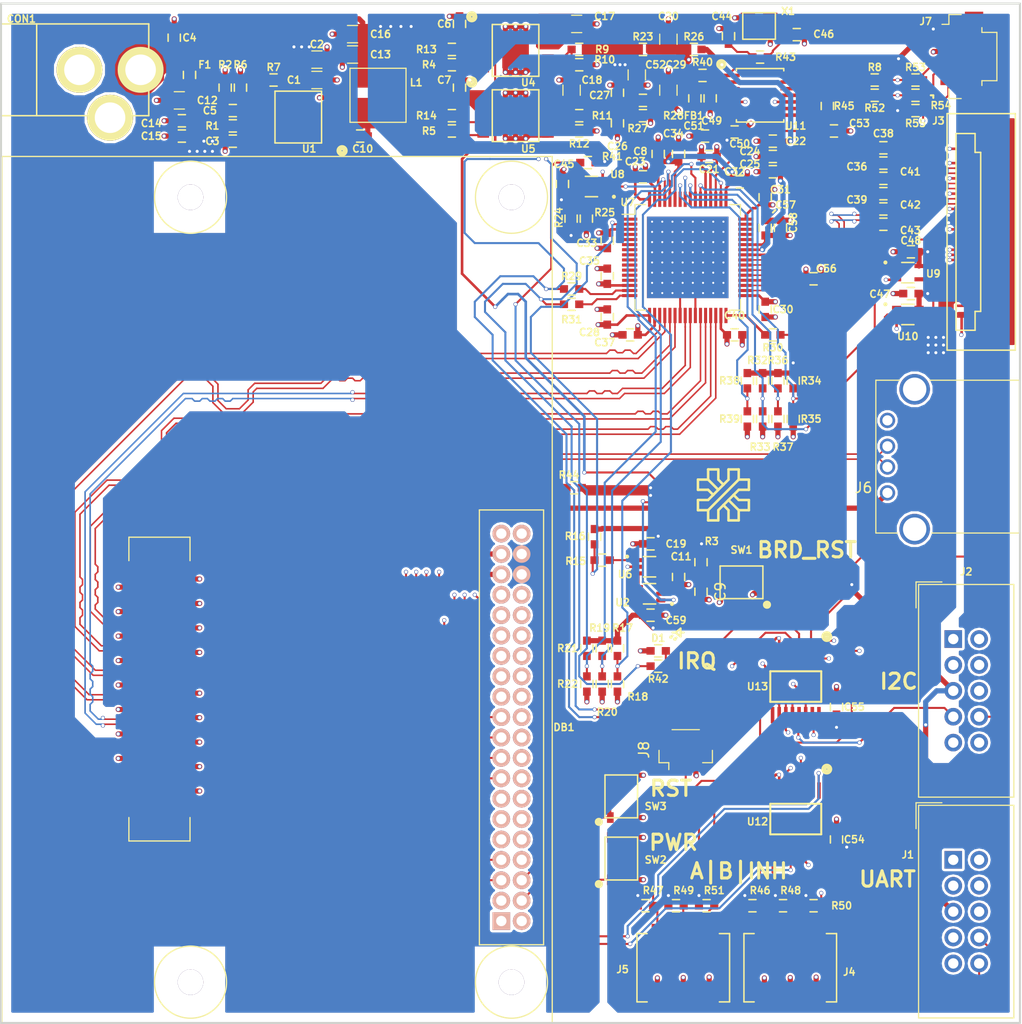
<source format=kicad_pcb>
(kicad_pcb (version 4) (host pcbnew 4.0.7)
  (layers (0 F.Cu signal) (1 In1.Cu signal) (2 In2.Cu signal hide) (31 B.Cu signal hide) (34 B.Paste user) (35 F.Paste user) (36 B.SilkS user hide) (37 F.SilkS user) (38 B.Mask user) (39 F.Mask user) (44 Edge.Cuts user))
  (net 0 "")
  (net 1 +12V)
  (net 2 GNDD)
  (net 3 +3V3)
  (net 4 /BOARD_RESET_CT)
  (net 5 +1V8)
  (net 6 +1V2)
  (net 7 VCCIO)
  (net 8 VCC)
  (net 9 VCCA)
  (net 10 EDP_ML1_P)
  (net 11 /ML1_P)
  (net 12 EDP_ML1_N)
  (net 13 /ML1_N)
  (net 14 EDP_ML0_P)
  (net 15 /ML0_P)
  (net 16 EDP_ML0_N)
  (net 17 /ML0_N)
  (net 18 EDP_AUX_P)
  (net 19 /AUX_P)
  (net 20 EDP_AUX_N)
  (net 21 /AUX_N)
  (net 22 REFCLK)
  (net 23 +12P)
  (net 24 /IRQ_LED)
  (net 25 /NC_DB_GPIO_2)
  (net 26 DB_UART0_TX)
  (net 27 DB_UART0_RX)
  (net 28 /NC_DB_GPIO_19)
  (net 29 /NC_DB_GPIO_3)
  (net 30 /NC_DB_GPIO_17)
  (net 31 DB_UART1_TX)
  (net 32 /NC_DB_GPIO_18)
  (net 33 DB_I2C0_SCL)
  (net 34 /NC_DB_GPIO_16)
  (net 35 /NC_DB_GPIO_110)
  (net 36 DB_I2C0_SDA)
  (net 37 /NC_DB_GPIO_113)
  (net 38 /NC_DB_GPIO_114)
  (net 39 DB_I2C1_SDA)
  (net 40 /NC_DB_L22)
  (net 41 /NC_DB_GPIO_12)
  (net 42 /NC_DB_GPIO_13)
  (net 43 /NC_DB_GPIO_69)
  (net 44 /NC_DB_GPIO_115)
  (net 45 /NC_DB_GPIO_F)
  (net 46 /NC_DB_GPIO_24)
  (net 47 /NC_DB_GPIO_25)
  (net 48 /NC_DB_GPIO_35)
  (net 49 /NC_DB_GPIO_34)
  (net 50 /NC_DB_GPIO_28)
  (net 51 /NC_DB_GPIO_33)
  (net 52 +5V)
  (net 53 /NC_DB_SPI1_MOSI)
  (net 54 /NC_DB_MIPI_CSI0_CLK_P)
  (net 55 "Net-(DB1-PadH3)")
  (net 56 /NC_DB_MIPI_CSI0_CLK_N)
  (net 57 "Net-(DB1-PadH5)")
  (net 58 /NC_DB_SPI1_CS_N)
  (net 59 /NC_DB_MIPI_CSI0_DATA0_P)
  (net 60 /NC_DB_SPI1_CLK)
  (net 61 /NC_DB_MIPI_CSI0_DATA0_N)
  (net 62 /NC_DB_SPI1_MISO)
  (net 63 /NC_DB_MIPI_CSI0_DATA1_P)
  (net 64 /NC_DB_CSI0_MCLK)
  (net 65 /NC_DB_MIPI_CSI0_DATA1_N)
  (net 66 /NC_DB_CSI1_MCLK)
  (net 67 /NC_DB_MIPI_CSI0_DATA2_P)
  (net 68 DSI_ACLK_P)
  (net 69 /NC_DB_MIPI_CSI0_DATA2_N)
  (net 70 DSI_ACLK_N)
  (net 71 /NC_DB_MIPI_CSI0_DATA3_P)
  (net 72 DSI_A0_P)
  (net 73 /NC_DB_MIPI_CSI0_DATA3_N)
  (net 74 DSI_A0_N)
  (net 75 DB_I2C2_SCL)
  (net 76 DSI_A1_P)
  (net 77 DB_I2C2_SDA)
  (net 78 DSI_A1_N)
  (net 79 DB_I2C3_SCL)
  (net 80 DB_I2C3_SDA)
  (net 81 DSI_A2_P)
  (net 82 DSI_A2_N)
  (net 83 /NC_DB_MIPI_CSI1_DATA0_P)
  (net 84 /NC_DB_MIPI_CSI1_DATA0_N)
  (net 85 DSI_A3_P)
  (net 86 DSI_A3_N)
  (net 87 /NC_DB_MIPI_CSI1_DATA1_P)
  (net 88 /NC_DB_MIPI_CSI1_DATA1_N)
  (net 89 /NC_DB_MIPI_CSI1_CLK_P)
  (net 90 /NC_DB_MIPI_CSI1_CLK_N)
  (net 91 "Net-(DB1-PadH57)")
  (net 92 "Net-(DB1-PadH59)")
  (net 93 "Net-(DB1-PadH60)")
  (net 94 /NC_BP_UART_3P3V)
  (net 95 /NC_BP_UART_5V)
  (net 96 /NC_BP_UART_ADC)
  (net 97 /NC_BP_UART_AUX)
  (net 98 /NC_BP_UART_CLK)
  (net 99 BP_UART_TX)
  (net 100 /NC_BP_UART_CS)
  (net 101 BP_UART_RX)
  (net 102 /NC_BP_I2C_3P3V)
  (net 103 /NC_BP_I2C_5V)
  (net 104 /NC_BP_I2C_ADC)
  (net 105 /NC_BP_I2C_AUX)
  (net 106 BP_I2C_SCL)
  (net 107 BP_I2C_SDA)
  (net 108 /NC_BP_I2C_CS)
  (net 109 /NC_BP_I2C_MISO)
  (net 110 /1V8_EN)
  (net 111 /1V2_EN)
  (net 112 /1V8_FB)
  (net 113 /1V2_FB)
  (net 114 1V8_POK)
  (net 115 /1V2_POK)
  (net 116 BOARD_RESET_N)
  (net 117 /BOARD_RESET_R_N)
  (net 118 /DSI_TEST3)
  (net 119 /DSI_TEST2)
  (net 120 /DSI_TEST1)
  (net 121 /DSI_ADDR)
  (net 122 /DSI_SCL)
  (net 123 EDP_HPD)
  (net 124 /DSI_SDA)
  (net 125 /DSI_GPIO4)
  (net 126 /DSI_GPIO3)
  (net 127 /DSI_GPIO2)
  (net 128 /DSI_GPIO1)
  (net 129 /IRQ_OUT)
  (net 130 /EDP_NC_1)
  (net 131 /EDP_NC_14)
  (net 132 EDP_LED_EN)
  (net 133 EDP_LED_PWM)
  (net 134 /EDP_NC_24)
  (net 135 /EDP_NC_25)
  (net 136 /EDP_NC_30)
  (net 137 /NC_DB0P)
  (net 138 /NC_DB0N)
  (net 139 /NC_DB1P)
  (net 140 /NC_DB1N)
  (net 141 /NC_DBCP)
  (net 142 /NC_DBCN)
  (net 143 /NC_DB2P)
  (net 144 /NC_DB2N)
  (net 145 /NC_DB3P)
  (net 146 /NC_DB3N)
  (net 147 /NC_ML2_P)
  (net 148 /NC_ML2_N)
  (net 149 /NC_ML3_P)
  (net 150 /NC_ML3_N)
  (net 151 /IRQ)
  (net 152 /BOARD_RESET_MR_N)
  (net 153 /NC_CLK_VCTR)
  (net 154 /NC_UART_2Y2)
  (net 155 /NC_UART_2Y3)
  (net 156 /NC_UART_1Y2)
  (net 157 /NC_UART_1Y3)
  (net 158 /V3P3_SS)
  (net 159 /V3P3_COMP)
  (net 160 /BOART_RESET_BUTTON_N)
  (net 161 /V3P3_BS)
  (net 162 /OSC_XIN)
  (net 163 /OSC_XOUT)
  (net 164 /OSC_VDD_FILT)
  (net 165 DB_PWR_BTN_N)
  (net 166 DB_RST_BTN_N)
  (net 167 /UART_SEL_A)
  (net 168 /UART_SEL_B)
  (net 169 /UART_SEL_INH)
  (net 170 /I2C_SEL_A)
  (net 171 /I2C_SEL_B)
  (net 172 /I2C_SEL_INH)
  (net 173 /V3P3_EN)
  (net 174 /V3P3_FB)
  (net 175 /OSC_SDA)
  (net 176 /DSI_HPD)
  (net 177 /OSC_S0)
  (net 178 /OSC_REFCLK_OUT)
  (net 179 /OSC_SCL)
  (net 180 /NLC_OSC_Y3)
  (net 181 /NC_OSC_Y2)
  (net 182 EDP_TP_D_P)
  (net 183 EDP_TP_D_N)
  (net 184 /V3P3_COMP_RC)
  (net 185 /V3P3_SW)
  (net 186 /DSI_VPLL)
  (net 187 /DB_V1P8)
  (net 188 DB_UART1_RX)
  (net 189 DB_I2C1_SCL)
  (net 190 SENSOR_INT_L)
  (net 191 /SENSOR_SDA)
  (net 192 /SENSOR_SCL)
  (module bass:96boards_baseboard (layer B.Cu) (at 100.1 140 90)
    (fp_text reference DB1 (at 19 5.15 180) (layer F.SilkS) (effects (font (size 0.7 0.7))))
    (fp_text value Dragonboard)
    (pad L1 thru_hole rect (at 0 -1 90) (size 1.7272 1.7272) (drill 1.016) (layers *.Cu *.Mask B.SilkS) (net 2 GNDD))
    (pad L2 thru_hole oval (at 0 1 90) (size 1.7272 1.7272) (drill 1.016) (layers *.Cu *.Mask B.SilkS) (net 2 GNDD))
    (pad L3 thru_hole oval (at 2 -1 90) (size 1.7272 1.7272) (drill 1.016) (layers *.Cu *.Mask B.SilkS) (net 25 /NC_DB_GPIO_2))
    (pad L4 thru_hole oval (at 2 1 90) (size 1.7272 1.7272) (drill 1.016) (layers *.Cu *.Mask B.SilkS) (net 165 DB_PWR_BTN_N))
    (pad L5 thru_hole oval (at 4 -1 90) (size 1.7272 1.7272) (drill 1.016) (layers *.Cu *.Mask B.SilkS) (net 26 DB_UART0_TX))
    (pad L6 thru_hole oval (at 4 1 90) (size 1.7272 1.7272) (drill 1.016) (layers *.Cu *.Mask B.SilkS) (net 166 DB_RST_BTN_N))
    (pad L7 thru_hole oval (at 6 -1 90) (size 1.7272 1.7272) (drill 1.016) (layers *.Cu *.Mask B.SilkS) (net 27 DB_UART0_RX))
    (pad L8 thru_hole oval (at 6 1 90) (size 1.7272 1.7272) (drill 1.016) (layers *.Cu *.Mask B.SilkS) (net 28 /NC_DB_GPIO_19))
    (pad L9 thru_hole oval (at 8 -1 90) (size 1.7272 1.7272) (drill 1.016) (layers *.Cu *.Mask B.SilkS) (net 29 /NC_DB_GPIO_3))
    (pad L10 thru_hole oval (at 8 1 90) (size 1.7272 1.7272) (drill 1.016) (layers *.Cu *.Mask B.SilkS) (net 30 /NC_DB_GPIO_17))
    (pad L11 thru_hole oval (at 10 -1 90) (size 1.7272 1.7272) (drill 1.016) (layers *.Cu *.Mask B.SilkS) (net 31 DB_UART1_TX))
    (pad L12 thru_hole oval (at 10 1 90) (size 1.7272 1.7272) (drill 1.016) (layers *.Cu *.Mask B.SilkS) (net 32 /NC_DB_GPIO_18))
    (pad L13 thru_hole oval (at 12 -1 90) (size 1.7272 1.7272) (drill 1.016) (layers *.Cu *.Mask B.SilkS) (net 188 DB_UART1_RX))
    (pad L14 thru_hole oval (at 12 1 90) (size 1.7272 1.7272) (drill 1.016) (layers *.Cu *.Mask B.SilkS) (net 34 /NC_DB_GPIO_16))
    (pad L15 thru_hole oval (at 14 -1 90) (size 1.7272 1.7272) (drill 1.016) (layers *.Cu *.Mask B.SilkS) (net 33 DB_I2C0_SCL))
    (pad L16 thru_hole oval (at 14 1 90) (size 1.7272 1.7272) (drill 1.016) (layers *.Cu *.Mask B.SilkS) (net 35 /NC_DB_GPIO_110))
    (pad L17 thru_hole oval (at 16 -1 90) (size 1.7272 1.7272) (drill 1.016) (layers *.Cu *.Mask B.SilkS) (net 36 DB_I2C0_SDA))
    (pad L18 thru_hole oval (at 16 1 90) (size 1.7272 1.7272) (drill 1.016) (layers *.Cu *.Mask B.SilkS) (net 37 /NC_DB_GPIO_113))
    (pad L19 thru_hole oval (at 18 -1 90) (size 1.7272 1.7272) (drill 1.016) (layers *.Cu *.Mask B.SilkS) (net 189 DB_I2C1_SCL))
    (pad L20 thru_hole oval (at 18 1 90) (size 1.7272 1.7272) (drill 1.016) (layers *.Cu *.Mask B.SilkS) (net 38 /NC_DB_GPIO_114))
    (pad L21 thru_hole oval (at 20 -1 90) (size 1.7272 1.7272) (drill 1.016) (layers *.Cu *.Mask B.SilkS) (net 39 DB_I2C1_SDA))
    (pad L22 thru_hole oval (at 20 1 90) (size 1.7272 1.7272) (drill 1.016) (layers *.Cu *.Mask B.SilkS) (net 40 /NC_DB_L22))
    (pad L23 thru_hole oval (at 22 -1 90) (size 1.7272 1.7272) (drill 1.016) (layers *.Cu *.Mask B.SilkS) (net 190 SENSOR_INT_L))
    (pad L24 thru_hole oval (at 22 1 90) (size 1.7272 1.7272) (drill 1.016) (layers *.Cu *.Mask B.SilkS) (net 41 /NC_DB_GPIO_12))
    (pad L25 thru_hole oval (at 24 -1 90) (size 1.7272 1.7272) (drill 1.016) (layers *.Cu *.Mask B.SilkS) (net 42 /NC_DB_GPIO_13))
    (pad L26 thru_hole oval (at 24 1 90) (size 1.7272 1.7272) (drill 1.016) (layers *.Cu *.Mask B.SilkS) (net 43 /NC_DB_GPIO_69))
    (pad L27 thru_hole oval (at 26 -1 90) (size 1.7272 1.7272) (drill 1.016) (layers *.Cu *.Mask B.SilkS) (net 44 /NC_DB_GPIO_115))
    (pad L28 thru_hole oval (at 26 1 90) (size 1.7272 1.7272) (drill 1.016) (layers *.Cu *.Mask B.SilkS) (net 45 /NC_DB_GPIO_F))
    (pad L29 thru_hole oval (at 28 -1 90) (size 1.7272 1.7272) (drill 1.016) (layers *.Cu *.Mask B.SilkS) (net 46 /NC_DB_GPIO_24))
    (pad L30 thru_hole oval (at 28 1 90) (size 1.7272 1.7272) (drill 1.016) (layers *.Cu *.Mask B.SilkS) (net 47 /NC_DB_GPIO_25))
    (pad L31 thru_hole oval (at 30 -1 90) (size 1.7272 1.7272) (drill 1.016) (layers *.Cu *.Mask B.SilkS) (net 48 /NC_DB_GPIO_35))
    (pad L32 thru_hole oval (at 30 1 90) (size 1.7272 1.7272) (drill 1.016) (layers *.Cu *.Mask B.SilkS) (net 49 /NC_DB_GPIO_34))
    (pad L33 thru_hole oval (at 32 -1 90) (size 1.7272 1.7272) (drill 1.016) (layers *.Cu *.Mask B.SilkS) (net 50 /NC_DB_GPIO_28))
    (pad L34 thru_hole oval (at 32 1 90) (size 1.7272 1.7272) (drill 1.016) (layers *.Cu *.Mask B.SilkS) (net 51 /NC_DB_GPIO_33))
    (pad L35 thru_hole oval (at 34 -1 90) (size 1.7272 1.7272) (drill 1.016) (layers *.Cu *.Mask B.SilkS) (net 187 /DB_V1P8))
    (pad L36 thru_hole oval (at 34 1 90) (size 1.7272 1.7272) (drill 1.016) (layers *.Cu *.Mask B.SilkS) (net 1 +12V))
    (pad L37 thru_hole oval (at 36 -1 90) (size 1.7272 1.7272) (drill 1.016) (layers *.Cu *.Mask B.SilkS) (net 52 +5V))
    (pad L38 thru_hole oval (at 36 1 90) (size 1.7272 1.7272) (drill 1.016) (layers *.Cu *.Mask B.SilkS) (net 1 +12V))
    (pad L39 thru_hole oval (at 38 -1 90) (size 1.7272 1.7272) (drill 1.016) (layers *.Cu *.Mask B.SilkS) (net 2 GNDD))
    (pad L40 thru_hole oval (at 38 1 90) (size 1.7272 1.7272) (drill 1.016) (layers *.Cu *.Mask B.SilkS) (net 2 GNDD))
    (pad H1 smd rect (at 11.15 -36.75 90) (size 0.5 2) (layers F.Cu F.Paste F.Mask) (net 53 /NC_DB_SPI1_MOSI))
    (pad H2 smd rect (at 11.15 -32.35 90) (size 0.5 2) (layers F.Cu F.Paste F.Mask) (net 54 /NC_DB_MIPI_CSI0_CLK_P))
    (pad H3 smd rect (at 11.95 -36.75 90) (size 0.5 2) (layers F.Cu F.Paste F.Mask) (net 55 "Net-(DB1-PadH3)"))
    (pad H4 smd rect (at 11.95 -32.35 90) (size 0.5 2) (layers F.Cu F.Paste F.Mask) (net 56 /NC_DB_MIPI_CSI0_CLK_N))
    (pad H5 smd rect (at 12.75 -36.75 90) (size 0.5 2) (layers F.Cu F.Paste F.Mask) (net 57 "Net-(DB1-PadH5)"))
    (pad H6 smd rect (at 12.75 -32.35 90) (size 0.5 2) (layers F.Cu F.Paste F.Mask) (net 2 GNDD))
    (pad H7 smd rect (at 13.55 -36.75 90) (size 0.5 2) (layers F.Cu F.Paste F.Mask) (net 58 /NC_DB_SPI1_CS_N))
    (pad H8 smd rect (at 13.55 -32.35 90) (size 0.5 2) (layers F.Cu F.Paste F.Mask) (net 59 /NC_DB_MIPI_CSI0_DATA0_P))
    (pad H9 smd rect (at 14.35 -36.75 90) (size 0.5 2) (layers F.Cu F.Paste F.Mask) (net 60 /NC_DB_SPI1_CLK))
    (pad H10 smd rect (at 14.35 -32.35 90) (size 0.5 2) (layers F.Cu F.Paste F.Mask) (net 61 /NC_DB_MIPI_CSI0_DATA0_N))
    (pad H11 smd rect (at 15.15 -36.75 90) (size 0.5 2) (layers F.Cu F.Paste F.Mask) (net 62 /NC_DB_SPI1_MISO))
    (pad H12 smd rect (at 15.15 -32.35 90) (size 0.5 2) (layers F.Cu F.Paste F.Mask) (net 2 GNDD))
    (pad H13 smd rect (at 15.95 -36.75 90) (size 0.5 2) (layers F.Cu F.Paste F.Mask) (net 2 GNDD))
    (pad H14 smd rect (at 15.95 -32.35 90) (size 0.5 2) (layers F.Cu F.Paste F.Mask) (net 63 /NC_DB_MIPI_CSI0_DATA1_P))
    (pad H15 smd rect (at 16.75 -36.75 90) (size 0.5 2) (layers F.Cu F.Paste F.Mask) (net 64 /NC_DB_CSI0_MCLK))
    (pad H16 smd rect (at 16.75 -32.35 90) (size 0.5 2) (layers F.Cu F.Paste F.Mask) (net 65 /NC_DB_MIPI_CSI0_DATA1_N))
    (pad H17 smd rect (at 17.55 -36.75 90) (size 0.5 2) (layers F.Cu F.Paste F.Mask) (net 66 /NC_DB_CSI1_MCLK))
    (pad H18 smd rect (at 17.55 -32.35 90) (size 0.5 2) (layers F.Cu F.Paste F.Mask) (net 2 GNDD))
    (pad H19 smd rect (at 18.35 -36.75 90) (size 0.5 2) (layers F.Cu F.Paste F.Mask) (net 2 GNDD))
    (pad H20 smd rect (at 18.35 -32.35 90) (size 0.5 2) (layers F.Cu F.Paste F.Mask) (net 67 /NC_DB_MIPI_CSI0_DATA2_P))
    (pad H21 smd rect (at 19.15 -36.75 90) (size 0.5 2) (layers F.Cu F.Paste F.Mask) (net 68 DSI_ACLK_P))
    (pad H22 smd rect (at 19.15 -32.35 90) (size 0.5 2) (layers F.Cu F.Paste F.Mask) (net 69 /NC_DB_MIPI_CSI0_DATA2_N))
    (pad H23 smd rect (at 19.95 -36.75 90) (size 0.5 2) (layers F.Cu F.Paste F.Mask) (net 70 DSI_ACLK_N))
    (pad H24 smd rect (at 19.95 -32.35 90) (size 0.5 2) (layers F.Cu F.Paste F.Mask) (net 2 GNDD))
    (pad H25 smd rect (at 20.75 -36.75 90) (size 0.5 2) (layers F.Cu F.Paste F.Mask) (net 2 GNDD))
    (pad H26 smd rect (at 20.75 -32.35 90) (size 0.5 2) (layers F.Cu F.Paste F.Mask) (net 71 /NC_DB_MIPI_CSI0_DATA3_P))
    (pad H27 smd rect (at 21.55 -36.75 90) (size 0.5 2) (layers F.Cu F.Paste F.Mask) (net 72 DSI_A0_P))
    (pad H28 smd rect (at 21.55 -32.35 90) (size 0.5 2) (layers F.Cu F.Paste F.Mask) (net 73 /NC_DB_MIPI_CSI0_DATA3_N))
    (pad H29 smd rect (at 22.35 -36.75 90) (size 0.5 2) (layers F.Cu F.Paste F.Mask) (net 74 DSI_A0_N))
    (pad H30 smd rect (at 22.35 -32.35 90) (size 0.5 2) (layers F.Cu F.Paste F.Mask) (net 2 GNDD))
    (pad H31 smd rect (at 23.15 -36.75 90) (size 0.5 2) (layers F.Cu F.Paste F.Mask) (net 2 GNDD))
    (pad H32 smd rect (at 23.15 -32.35 90) (size 0.5 2) (layers F.Cu F.Paste F.Mask) (net 75 DB_I2C2_SCL))
    (pad H33 smd rect (at 23.95 -36.75 90) (size 0.5 2) (layers F.Cu F.Paste F.Mask) (net 76 DSI_A1_P))
    (pad H34 smd rect (at 23.95 -32.35 90) (size 0.5 2) (layers F.Cu F.Paste F.Mask) (net 77 DB_I2C2_SDA))
    (pad H35 smd rect (at 24.75 -36.75 90) (size 0.5 2) (layers F.Cu F.Paste F.Mask) (net 78 DSI_A1_N))
    (pad H36 smd rect (at 24.75 -32.35 90) (size 0.5 2) (layers F.Cu F.Paste F.Mask) (net 79 DB_I2C3_SCL))
    (pad H37 smd rect (at 25.55 -36.75 90) (size 0.5 2) (layers F.Cu F.Paste F.Mask) (net 2 GNDD))
    (pad H38 smd rect (at 25.55 -32.35 90) (size 0.5 2) (layers F.Cu F.Paste F.Mask) (net 80 DB_I2C3_SDA))
    (pad H39 smd rect (at 26.35 -36.75 90) (size 0.5 2) (layers F.Cu F.Paste F.Mask) (net 81 DSI_A2_P))
    (pad H40 smd rect (at 26.35 -32.35 90) (size 0.5 2) (layers F.Cu F.Paste F.Mask) (net 2 GNDD))
    (pad H41 smd rect (at 27.15 -36.75 90) (size 0.5 2) (layers F.Cu F.Paste F.Mask) (net 82 DSI_A2_N))
    (pad H42 smd rect (at 27.15 -32.35 90) (size 0.5 2) (layers F.Cu F.Paste F.Mask) (net 83 /NC_DB_MIPI_CSI1_DATA0_P))
    (pad H43 smd rect (at 27.95 -36.75 90) (size 0.5 2) (layers F.Cu F.Paste F.Mask) (net 2 GNDD))
    (pad H44 smd rect (at 27.95 -32.35 90) (size 0.5 2) (layers F.Cu F.Paste F.Mask) (net 84 /NC_DB_MIPI_CSI1_DATA0_N))
    (pad H45 smd rect (at 28.75 -36.75 90) (size 0.5 2) (layers F.Cu F.Paste F.Mask) (net 85 DSI_A3_P))
    (pad H46 smd rect (at 28.75 -32.35 90) (size 0.5 2) (layers F.Cu F.Paste F.Mask) (net 2 GNDD))
    (pad H47 smd rect (at 29.55 -36.75 90) (size 0.5 2) (layers F.Cu F.Paste F.Mask) (net 86 DSI_A3_N))
    (pad H48 smd rect (at 29.55 -32.35 90) (size 0.5 2) (layers F.Cu F.Paste F.Mask) (net 87 /NC_DB_MIPI_CSI1_DATA1_P))
    (pad H49 smd rect (at 30.35 -36.75 90) (size 0.5 2) (layers F.Cu F.Paste F.Mask) (net 2 GNDD))
    (pad H50 smd rect (at 30.35 -32.35 90) (size 0.5 2) (layers F.Cu F.Paste F.Mask) (net 88 /NC_DB_MIPI_CSI1_DATA1_N))
    (pad H51 smd rect (at 31.15 -36.75 90) (size 0.5 2) (layers F.Cu F.Paste F.Mask) (net 182 EDP_TP_D_P))
    (pad H52 smd rect (at 31.15 -32.35 90) (size 0.5 2) (layers F.Cu F.Paste F.Mask) (net 2 GNDD))
    (pad H53 smd rect (at 31.95 -36.75 90) (size 0.5 2) (layers F.Cu F.Paste F.Mask) (net 183 EDP_TP_D_N))
    (pad H54 smd rect (at 31.95 -32.35 90) (size 0.5 2) (layers F.Cu F.Paste F.Mask) (net 89 /NC_DB_MIPI_CSI1_CLK_P))
    (pad H55 smd rect (at 32.75 -36.75 90) (size 0.5 2) (layers F.Cu F.Paste F.Mask) (net 2 GNDD))
    (pad H56 smd rect (at 32.75 -32.35 90) (size 0.5 2) (layers F.Cu F.Paste F.Mask) (net 90 /NC_DB_MIPI_CSI1_CLK_N))
    (pad H57 smd rect (at 33.55 -36.75 90) (size 0.5 2) (layers F.Cu F.Paste F.Mask) (net 91 "Net-(DB1-PadH57)"))
    (pad H58 smd rect (at 33.55 -32.35 90) (size 0.5 2) (layers F.Cu F.Paste F.Mask) (net 2 GNDD))
    (pad H59 smd rect (at 34.35 -36.75 90) (size 0.5 2) (layers F.Cu F.Paste F.Mask) (net 92 "Net-(DB1-PadH59)"))
    (pad H60 smd rect (at 34.35 -32.35 90) (size 0.5 2) (layers F.Cu F.Paste F.Mask) (net 93 "Net-(DB1-PadH60)"))
    (pad M1 thru_hole circle (at -6 0 90) (size 2.5 2.5) (drill 2.5) (layers *.Cu *.Mask))
    (pad M2 thru_hole circle (at -6 -31.5 90) (size 2.5 2.5) (drill 2.5) (layers *.Cu *.Mask))
    (pad M3 thru_hole circle (at 71 -31.5 90) (size 2.5 2.5) (drill 2.5) (layers *.Cu *.Mask))
    (pad M4 thru_hole circle (at 71 0 90) (size 2.5 2.5) (drill 2.5) (layers *.Cu *.Mask))
  )
  (module bass:CK_PTS810 (layer F.Cu) (at 122.675 106.775 180)
    (fp_text reference SW1 (at 0 3.175 180) (layer F.SilkS) (effects (font (size 0.7 0.7))))
    (fp_text value BUTTON_BASS)
    (pad 1 smd rect (at -2.075 -1.075 180) (size 1.05 0.65) (layers F.Cu F.Paste F.Mask) (net 2 GNDD))
    (pad 2 smd rect (at 2.075 -1.075 180) (size 1.05 0.65) (layers F.Cu F.Paste F.Mask) (net 2 GNDD))
    (pad 3 smd rect (at -2.075 1.075 180) (size 1.05 0.65) (layers F.Cu F.Paste F.Mask) (net 160 /BOART_RESET_BUTTON_N))
    (pad 4 smd rect (at 2.075 1.075 180) (size 1.05 0.65) (layers F.Cu F.Paste F.Mask) (net 160 /BOART_RESET_BUTTON_N))
  )
  (module Connectors:USB_A (layer F.Cu) (at 137 98 90)
    (fp_text reference J6 (at 0.5 -2.35 180) (layer F.SilkS))
    (fp_text value USB_A)
    (pad 4 thru_hole circle (at 7.11 0) (size 1.5 1.5) (drill 1) (layers *.Cu *.Mask) (net 2 GNDD))
    (pad 3 thru_hole circle (at 4.57 0) (size 1.5 1.5) (drill 1) (layers *.Cu *.Mask) (net 182 EDP_TP_D_P))
    (pad 2 thru_hole circle (at 2.54 0) (size 1.5 1.5) (drill 1) (layers *.Cu *.Mask) (net 183 EDP_TP_D_N))
    (pad 1 thru_hole circle (at 0 0) (size 1.5 1.5) (drill 1) (layers *.Cu *.Mask) (net 52 +5V))
    (pad 5 thru_hole circle (at 10.16 2.67) (size 3 3) (drill 2.3) (layers *.Cu *.Mask) (net 2 GNDD))
    (pad 5 thru_hole circle (at -3.56 2.67) (size 3 3) (drill 2.3) (layers *.Cu *.Mask) (net 2 GNDD))
  )
  (module Capacitors_SMD:C_0805 (layer F.Cu) (at 81 57.5)
    (fp_text reference C1 (at -2.25 0 180) (layer F.SilkS) (effects (font (size 0.7 0.7))))
    (fp_text value 10uF,0805,25V)
    (pad 1 smd rect (at -1 0) (size 1 1.25) (layers F.Cu F.Paste F.Mask) (net 1 +12V))
    (pad 2 smd rect (at 1 0) (size 1 1.25) (layers F.Cu F.Paste F.Mask) (net 2 GNDD))
  )
  (module Capacitors_SMD:C_0805 (layer F.Cu) (at 81 55.5)
    (fp_text reference C2 (at 0 -1.5) (layer F.SilkS) (effects (font (size 0.7 0.7))))
    (fp_text value 10uF,0805,25V)
    (pad 1 smd rect (at -1 0) (size 1 1.25) (layers F.Cu F.Paste F.Mask) (net 1 +12V))
    (pad 2 smd rect (at 1 0) (size 1 1.25) (layers F.Cu F.Paste F.Mask) (net 2 GNDD))
  )
  (module bass:SMD_0603 (layer F.Cu) (at 72.75 63.5 180)
    (fp_text reference C3 (at 2 0 180) (layer F.SilkS) (effects (font (size 0.7 0.7))))
    (fp_text value 0.1uF,0603,25V)
    (pad 1 smd rect (at -0.75 0 180) (size 0.8 0.75) (layers F.Cu F.Paste F.Mask) (net 158 /V3P3_SS))
    (pad 2 smd rect (at 0.75 0 180) (size 0.8 0.75) (layers F.Cu F.Paste F.Mask) (net 2 GNDD))
  )
  (module bass:SMD_0603 (layer F.Cu) (at 72.75 60.5 180)
    (fp_text reference C5 (at 2.25 0 180) (layer F.SilkS) (effects (font (size 0.7 0.7))))
    (fp_text value 3.3nF,0603,25V)
    (pad 1 smd rect (at -0.75 0 180) (size 0.8 0.75) (layers F.Cu F.Paste F.Mask) (net 159 /V3P3_COMP))
    (pad 2 smd rect (at 0.75 0 180) (size 0.8 0.75) (layers F.Cu F.Paste F.Mask) (net 184 /V3P3_COMP_RC))
  )
  (module bass:SMD_0603 (layer F.Cu) (at 95 52 90)
    (fp_text reference C6 (at 0 -1.5 180) (layer F.SilkS) (effects (font (size 0.7 0.7))))
    (fp_text value 1uF,0603,25V)
    (pad 1 smd rect (at -0.75 0 90) (size 0.8 0.75) (layers F.Cu F.Paste F.Mask) (net 3 +3V3))
    (pad 2 smd rect (at 0.75 0 90) (size 0.8 0.75) (layers F.Cu F.Paste F.Mask) (net 2 GNDD))
  )
  (module bass:SMD_0603 (layer F.Cu) (at 95 58.25 90)
    (fp_text reference C7 (at 0.75 -1.5 180) (layer F.SilkS) (effects (font (size 0.7 0.7))))
    (fp_text value 1uF,0603,25V)
    (pad 1 smd rect (at -0.75 0 90) (size 0.8 0.75) (layers F.Cu F.Paste F.Mask) (net 3 +3V3))
    (pad 2 smd rect (at 0.75 0 90) (size 0.8 0.75) (layers F.Cu F.Paste F.Mask) (net 2 GNDD))
  )
  (module bass:SMD_0603 (layer F.Cu) (at 118.7 107.7 270)
    (fp_text reference C9 (at 0 -1.9 270) (layer F.SilkS))
    (fp_text value 0.1uF,0603,25V)
    (pad 1 smd rect (at -0.75 0 270) (size 0.8 0.75) (layers F.Cu F.Paste F.Mask) (net 160 /BOART_RESET_BUTTON_N))
    (pad 2 smd rect (at 0.75 0 270) (size 0.8 0.75) (layers F.Cu F.Paste F.Mask) (net 2 GNDD))
  )
  (module bass:SMD_0603 (layer F.Cu) (at 85.25 63 180)
    (fp_text reference C10 (at -0.25 -1.25 180) (layer F.SilkS) (effects (font (size 0.7 0.7))))
    (fp_text value 10nF,0603,25V)
    (pad 1 smd rect (at -0.75 0 180) (size 0.8 0.75) (layers F.Cu F.Paste F.Mask) (net 185 /V3P3_SW))
    (pad 2 smd rect (at 0.75 0 180) (size 0.8 0.75) (layers F.Cu F.Paste F.Mask) (net 161 /V3P3_BS))
  )
  (module bass:SMD_0603 (layer F.Cu) (at 116.5 106.25 270)
    (fp_text reference C11 (at -2 -0.25 360) (layer F.SilkS) (effects (font (size 0.7 0.7))))
    (fp_text value 220pF,0603,25V)
    (pad 1 smd rect (at -0.75 0 270) (size 0.8 0.75) (layers F.Cu F.Paste F.Mask) (net 4 /BOARD_RESET_CT))
    (pad 2 smd rect (at 0.75 0 270) (size 0.8 0.75) (layers F.Cu F.Paste F.Mask) (net 2 GNDD))
  )
  (module Capacitors_SMD:C_0805 (layer F.Cu) (at 84.5 55 180)
    (fp_text reference C13 (at -2.75 0 180) (layer F.SilkS) (effects (font (size 0.7 0.7))))
    (fp_text value 22uF,0805,25V)
    (pad 1 smd rect (at -1 0 180) (size 1 1.25) (layers F.Cu F.Paste F.Mask) (net 3 +3V3))
    (pad 2 smd rect (at 1 0 180) (size 1 1.25) (layers F.Cu F.Paste F.Mask) (net 2 GNDD))
  )
  (module Capacitors_SMD:C_0805 (layer F.Cu) (at 84.5 53 180)
    (fp_text reference C16 (at -2.75 0 180) (layer F.SilkS) (effects (font (size 0.7 0.7))))
    (fp_text value 22uF,0805,25V)
    (pad 1 smd rect (at -1 0 180) (size 1 1.25) (layers F.Cu F.Paste F.Mask) (net 3 +3V3))
    (pad 2 smd rect (at 1 0 180) (size 1 1.25) (layers F.Cu F.Paste F.Mask) (net 2 GNDD))
  )
  (module Capacitors_SMD:C_0805 (layer F.Cu) (at 106.5 52)
    (fp_text reference C17 (at 2.75 -0.75) (layer F.SilkS) (effects (font (size 0.7 0.7))))
    (fp_text value 10uF,0805,25V)
    (pad 1 smd rect (at -1 0) (size 1 1.25) (layers F.Cu F.Paste F.Mask) (net 5 +1V8))
    (pad 2 smd rect (at 1 0) (size 1 1.25) (layers F.Cu F.Paste F.Mask) (net 2 GNDD))
  )
  (module Capacitors_SMD:C_0805 (layer F.Cu) (at 106 58.5 90)
    (fp_text reference C18 (at 1 2 180) (layer F.SilkS) (effects (font (size 0.7 0.7))))
    (fp_text value 10uF,0805,25V)
    (pad 1 smd rect (at -1 0 90) (size 1 1.25) (layers F.Cu F.Paste F.Mask) (net 6 +1V2))
    (pad 2 smd rect (at 1 0 90) (size 1 1.25) (layers F.Cu F.Paste F.Mask) (net 2 GNDD))
  )
  (module bass:SMD_0603 (layer F.Cu) (at 113.75 103 180)
    (fp_text reference C19 (at -2.5 0 180) (layer F.SilkS) (effects (font (size 0.7 0.7))))
    (fp_text value 0.1uF,0603,25V)
    (pad 1 smd rect (at -0.75 0 180) (size 0.8 0.75) (layers F.Cu F.Paste F.Mask) (net 5 +1V8))
    (pad 2 smd rect (at 0.75 0 180) (size 0.8 0.75) (layers F.Cu F.Paste F.Mask) (net 2 GNDD))
  )
  (module Capacitors_SMD:C_0805 (layer F.Cu) (at 115.5 53.5 90)
    (fp_text reference C20 (at 2.25 0 180) (layer F.SilkS) (effects (font (size 0.7 0.7))))
    (fp_text value 10uF,0805,25V)
    (pad 1 smd rect (at -1 0 90) (size 1 1.25) (layers F.Cu F.Paste F.Mask) (net 7 VCCIO))
    (pad 2 smd rect (at 1 0 90) (size 1 1.25) (layers F.Cu F.Paste F.Mask) (net 2 GNDD))
  )
  (module bass:SMD_0603 (layer F.Cu) (at 119.5 65)
    (fp_text reference C21 (at 0 1.25) (layer F.SilkS) (effects (font (size 0.7 0.7))))
    (fp_text value 0.1uF,0603,25V)
    (pad 1 smd rect (at -0.75 0) (size 0.8 0.75) (layers F.Cu F.Paste F.Mask) (net 7 VCCIO))
    (pad 2 smd rect (at 0.75 0) (size 0.8 0.75) (layers F.Cu F.Paste F.Mask) (net 2 GNDD))
  )
  (module bass:SMD_0603 (layer F.Cu) (at 125.75 63.5 180)
    (fp_text reference C22 (at -2.25 0 180) (layer F.SilkS) (effects (font (size 0.7 0.7))))
    (fp_text value 1uF,0603,25V)
    (pad 1 smd rect (at -0.75 0 180) (size 0.8 0.75) (layers F.Cu F.Paste F.Mask) (net 186 /DSI_VPLL))
    (pad 2 smd rect (at 0.75 0 180) (size 0.8 0.75) (layers F.Cu F.Paste F.Mask) (net 2 GNDD))
  )
  (module bass:SMD_0603 (layer F.Cu) (at 113 67 180)
    (fp_text reference C23 (at 0.75 1.5 180) (layer F.SilkS) (effects (font (size 0.7 0.7))))
    (fp_text value 0.1uF,0603,25V)
    (pad 1 smd rect (at -0.75 0 180) (size 0.8 0.75) (layers F.Cu F.Paste F.Mask) (net 7 VCCIO))
    (pad 2 smd rect (at 0.75 0 180) (size 0.8 0.75) (layers F.Cu F.Paste F.Mask) (net 2 GNDD))
  )
  (module bass:SMD_0603 (layer F.Cu) (at 125.75 65 180)
    (fp_text reference C24 (at 2.25 0.5 180) (layer F.SilkS) (effects (font (size 0.7 0.7))))
    (fp_text value 0.1uF,0603,25V)
    (pad 1 smd rect (at -0.75 0 180) (size 0.8 0.75) (layers F.Cu F.Paste F.Mask) (net 186 /DSI_VPLL))
    (pad 2 smd rect (at 0.75 0 180) (size 0.8 0.75) (layers F.Cu F.Paste F.Mask) (net 2 GNDD))
  )
  (module bass:SMD_0603 (layer F.Cu) (at 125.75 66.5 180)
    (fp_text reference C25 (at 2.25 0.75 180) (layer F.SilkS) (effects (font (size 0.7 0.7))))
    (fp_text value 0.1uF,0603,25V)
    (pad 1 smd rect (at -0.75 0 180) (size 0.8 0.75) (layers F.Cu F.Paste F.Mask) (net 186 /DSI_VPLL))
    (pad 2 smd rect (at 0.75 0 180) (size 0.8 0.75) (layers F.Cu F.Paste F.Mask) (net 2 GNDD))
  )
  (module bass:SMD_0603 (layer F.Cu) (at 110.5 61.75 270)
    (fp_text reference C26 (at 2.25 0 360) (layer F.SilkS) (effects (font (size 0.7 0.7))))
    (fp_text value 0.1uF,0603,25V)
    (pad 1 smd rect (at -0.75 0 270) (size 0.8 0.75) (layers F.Cu F.Paste F.Mask) (net 6 +1V2))
    (pad 2 smd rect (at 0.75 0 270) (size 0.8 0.75) (layers F.Cu F.Paste F.Mask) (net 2 GNDD))
  )
  (module bass:SMD_0603 (layer F.Cu) (at 110.5 58.75 90)
    (fp_text reference C27 (at -0.25 -1.75 180) (layer F.SilkS) (effects (font (size 0.7 0.7))))
    (fp_text value 0.1uF,0603,25V)
    (pad 1 smd rect (at -0.75 0 90) (size 0.8 0.75) (layers F.Cu F.Paste F.Mask) (net 6 +1V2))
    (pad 2 smd rect (at 0.75 0 90) (size 0.8 0.75) (layers F.Cu F.Paste F.Mask) (net 2 GNDD))
  )
  (module bass:SMD_0603 (layer F.Cu) (at 109.5 80.75 90)
    (fp_text reference C28 (at -1.5 -1.75 180) (layer F.SilkS) (effects (font (size 0.7 0.7))))
    (fp_text value 1uF,0603,25V)
    (pad 1 smd rect (at -0.75 0 90) (size 0.8 0.75) (layers F.Cu F.Paste F.Mask) (net 8 VCC))
    (pad 2 smd rect (at 0.75 0 90) (size 0.8 0.75) (layers F.Cu F.Paste F.Mask) (net 2 GNDD))
  )
  (module Capacitors_SMD:C_0805 (layer F.Cu) (at 115.5 58.5 90)
    (fp_text reference C29 (at 2.5 0.75 180) (layer F.SilkS) (effects (font (size 0.7 0.7))))
    (fp_text value 10uF,0805,25V)
    (pad 1 smd rect (at -1 0 90) (size 1 1.25) (layers F.Cu F.Paste F.Mask) (net 9 VCCA))
    (pad 2 smd rect (at 1 0 90) (size 1 1.25) (layers F.Cu F.Paste F.Mask) (net 2 GNDD))
  )
  (module bass:SMD_0603 (layer F.Cu) (at 125 80 270)
    (fp_text reference C30 (at 0 -1.75 360) (layer F.SilkS) (effects (font (size 0.7 0.7))))
    (fp_text value 0.1uF,0603,25V)
    (pad 1 smd rect (at -0.75 0 270) (size 0.8 0.75) (layers F.Cu F.Paste F.Mask) (net 8 VCC))
    (pad 2 smd rect (at 0.75 0 270) (size 0.8 0.75) (layers F.Cu F.Paste F.Mask) (net 2 GNDD))
  )
  (module bass:SMD_0603 (layer F.Cu) (at 125 69 90)
    (fp_text reference C31 (at 0.75 1.5 180) (layer F.SilkS) (effects (font (size 0.7 0.7))))
    (fp_text value 1uF,0603,25V)
    (pad 1 smd rect (at -0.75 0 90) (size 0.8 0.75) (layers F.Cu F.Paste F.Mask) (net 9 VCCA))
    (pad 2 smd rect (at 0.75 0 90) (size 0.8 0.75) (layers F.Cu F.Paste F.Mask) (net 2 GNDD))
  )
  (module bass:SMD_0603 (layer F.Cu) (at 122.5 67.5)
    (fp_text reference C32 (at -0.5 -1) (layer F.SilkS) (effects (font (size 0.7 0.7))))
    (fp_text value 0.1uF,0603,25V)
    (pad 1 smd rect (at -0.75 0) (size 0.8 0.75) (layers F.Cu F.Paste F.Mask) (net 8 VCC))
    (pad 2 smd rect (at 0.75 0) (size 0.8 0.75) (layers F.Cu F.Paste F.Mask) (net 2 GNDD))
  )
  (module bass:SMD_0603 (layer F.Cu) (at 109.5 73.25 270)
    (fp_text reference C33 (at 0.25 2 360) (layer F.SilkS) (effects (font (size 0.7 0.7))))
    (fp_text value 0.1uF,0603,25V)
    (pad 1 smd rect (at -0.75 0 270) (size 0.8 0.75) (layers F.Cu F.Paste F.Mask) (net 9 VCCA))
    (pad 2 smd rect (at 0.75 0 270) (size 0.8 0.75) (layers F.Cu F.Paste F.Mask) (net 2 GNDD))
  )
  (module bass:SMD_0603 (layer F.Cu) (at 116.5 64.75 90)
    (fp_text reference C34 (at 2 -0.5 180) (layer F.SilkS) (effects (font (size 0.7 0.7))))
    (fp_text value 0.1uF,0603,25V)
    (pad 1 smd rect (at -0.75 0 90) (size 0.8 0.75) (layers F.Cu F.Paste F.Mask) (net 8 VCC))
    (pad 2 smd rect (at 0.75 0 90) (size 0.8 0.75) (layers F.Cu F.Paste F.Mask) (net 2 GNDD))
  )
  (module bass:SMD_0603 (layer F.Cu) (at 109.5 76.75 90)
    (fp_text reference C35 (at 1.5 -1.75 180) (layer F.SilkS) (effects (font (size 0.7 0.7))))
    (fp_text value 0.1uF,0603,25V)
    (pad 1 smd rect (at -0.75 0 90) (size 0.8 0.75) (layers F.Cu F.Paste F.Mask) (net 9 VCCA))
    (pad 2 smd rect (at 0.75 0 90) (size 0.8 0.75) (layers F.Cu F.Paste F.Mask) (net 2 GNDD))
  )
  (module bass:SMD_0603 (layer F.Cu) (at 136.6 65.65 180)
    (fp_text reference C36 (at 2.6 -0.35 180) (layer F.SilkS) (effects (font (size 0.7 0.7))))
    (fp_text value 0.1uF,0603,25V)
    (pad 1 smd rect (at -0.75 0 180) (size 0.8 0.75) (layers F.Cu F.Paste F.Mask) (net 10 EDP_ML1_P))
    (pad 2 smd rect (at 0.75 0 180) (size 0.8 0.75) (layers F.Cu F.Paste F.Mask) (net 11 /ML1_P))
  )
  (module bass:SMD_0603 (layer F.Cu) (at 111.75 82.5 180)
    (fp_text reference C37 (at 2.5 -0.75 180) (layer F.SilkS) (effects (font (size 0.7 0.7))))
    (fp_text value 0.1uF,0603,25V)
    (pad 1 smd rect (at -0.75 0 180) (size 0.8 0.75) (layers F.Cu F.Paste F.Mask) (net 9 VCCA))
    (pad 2 smd rect (at 0.75 0 180) (size 0.8 0.75) (layers F.Cu F.Paste F.Mask) (net 2 GNDD))
  )
  (module bass:SMD_0603 (layer F.Cu) (at 136.6 64.15 180)
    (fp_text reference C38 (at 0 1.4 180) (layer F.SilkS) (effects (font (size 0.7 0.7))))
    (fp_text value 0.1uF,0603,25V)
    (pad 1 smd rect (at -0.75 0 180) (size 0.8 0.75) (layers F.Cu F.Paste F.Mask) (net 12 EDP_ML1_N))
    (pad 2 smd rect (at 0.75 0 180) (size 0.8 0.75) (layers F.Cu F.Paste F.Mask) (net 13 /ML1_N))
  )
  (module bass:SMD_0603 (layer F.Cu) (at 136.6 68.65 180)
    (fp_text reference C39 (at 2.6 -0.6 180) (layer F.SilkS) (effects (font (size 0.7 0.7))))
    (fp_text value 0.1uF,0603,25V)
    (pad 1 smd rect (at -0.75 0 180) (size 0.8 0.75) (layers F.Cu F.Paste F.Mask) (net 14 EDP_ML0_P))
    (pad 2 smd rect (at 0.75 0 180) (size 0.8 0.75) (layers F.Cu F.Paste F.Mask) (net 15 /ML0_P))
  )
  (module bass:SMD_0603 (layer F.Cu) (at 122 82.5)
    (fp_text reference C40 (at 0 -1.9) (layer F.SilkS) (effects (font (size 0.7 0.7))))
    (fp_text value 0.1uF,0603,25V)
    (pad 1 smd rect (at -0.75 0) (size 0.8 0.75) (layers F.Cu F.Paste F.Mask) (net 9 VCCA))
    (pad 2 smd rect (at 0.75 0) (size 0.8 0.75) (layers F.Cu F.Paste F.Mask) (net 2 GNDD))
  )
  (module bass:SMD_0603 (layer F.Cu) (at 136.6 67.15 180)
    (fp_text reference C41 (at -2.65 0.65 180) (layer F.SilkS) (effects (font (size 0.7 0.7))))
    (fp_text value 0.1uF,0603,25V)
    (pad 1 smd rect (at -0.75 0 180) (size 0.8 0.75) (layers F.Cu F.Paste F.Mask) (net 16 EDP_ML0_N))
    (pad 2 smd rect (at 0.75 0 180) (size 0.8 0.75) (layers F.Cu F.Paste F.Mask) (net 17 /ML0_N))
  )
  (module bass:SMD_0603 (layer F.Cu) (at 136.6 70.15 180)
    (fp_text reference C42 (at -2.65 0.4 180) (layer F.SilkS) (effects (font (size 0.7 0.7))))
    (fp_text value 0.1uF,0603,25V)
    (pad 1 smd rect (at -0.75 0 180) (size 0.8 0.75) (layers F.Cu F.Paste F.Mask) (net 18 EDP_AUX_P))
    (pad 2 smd rect (at 0.75 0 180) (size 0.8 0.75) (layers F.Cu F.Paste F.Mask) (net 19 /AUX_P))
  )
  (module bass:SMD_0603 (layer F.Cu) (at 136.6 71.65 180)
    (fp_text reference C43 (at -2.65 -0.6 180) (layer F.SilkS) (effects (font (size 0.7 0.7))))
    (fp_text value 0.1uF,0603,25V)
    (pad 1 smd rect (at -0.75 0 180) (size 0.8 0.75) (layers F.Cu F.Paste F.Mask) (net 20 EDP_AUX_N))
    (pad 2 smd rect (at 0.75 0 180) (size 0.8 0.75) (layers F.Cu F.Paste F.Mask) (net 21 /AUX_N))
  )
  (module bass:SMD_0603 (layer F.Cu) (at 121.4 53.2 90)
    (fp_text reference C44 (at 1.95 -0.65 180) (layer F.SilkS) (effects (font (size 0.7 0.7))))
    (fp_text value 0.1uF,0603,25V,DNI)
    (pad 1 smd rect (at -0.75 0 90) (size 0.8 0.75) (layers F.Cu F.Paste F.Mask) (net 162 /OSC_XIN))
    (pad 2 smd rect (at 0.75 0 90) (size 0.8 0.75) (layers F.Cu F.Paste F.Mask) (net 2 GNDD))
  )
  (module bass:SMD_0603 (layer F.Cu) (at 105.1 67.7 90)
    (fp_text reference C45 (at 1.95 0.15 180) (layer F.SilkS) (effects (font (size 0.7 0.7))))
    (fp_text value 0.1uF,0603,25V)
    (pad 1 smd rect (at -0.75 0 90) (size 0.8 0.75) (layers F.Cu F.Paste F.Mask) (net 5 +1V8))
    (pad 2 smd rect (at 0.75 0 90) (size 0.8 0.75) (layers F.Cu F.Paste F.Mask) (net 2 GNDD))
  )
  (module bass:SMD_0603 (layer F.Cu) (at 128.1 53.05)
    (fp_text reference C46 (at 2.65 -0.05) (layer F.SilkS) (effects (font (size 0.7 0.7))))
    (fp_text value 0.1uF,0603,25V,DNI)
    (pad 1 smd rect (at -0.75 0) (size 0.8 0.75) (layers F.Cu F.Paste F.Mask) (net 163 /OSC_XOUT))
    (pad 2 smd rect (at 0.75 0) (size 0.8 0.75) (layers F.Cu F.Paste F.Mask) (net 2 GNDD))
  )
  (module bass:SMD_0603 (layer F.Cu) (at 139.3 78.45 180)
    (fp_text reference C47 (at 3.05 -0.05 180) (layer F.SilkS) (effects (font (size 0.7 0.7))))
    (fp_text value 0.1uF,0603,25V)
    (pad 1 smd rect (at -0.75 0 180) (size 0.8 0.75) (layers F.Cu F.Paste F.Mask) (net 3 +3V3))
    (pad 2 smd rect (at 0.75 0 180) (size 0.8 0.75) (layers F.Cu F.Paste F.Mask) (net 2 GNDD))
  )
  (module bass:SMD_0603 (layer F.Cu) (at 139.3 74.35 180)
    (fp_text reference C48 (at 0 1.1 180) (layer F.SilkS) (effects (font (size 0.7 0.7))))
    (fp_text value 0.1uF,0603,25V)
    (pad 1 smd rect (at -0.75 0 180) (size 0.8 0.75) (layers F.Cu F.Paste F.Mask) (net 3 +3V3))
    (pad 2 smd rect (at 0.75 0 180) (size 0.8 0.75) (layers F.Cu F.Paste F.Mask) (net 2 GNDD))
  )
  (module bass:SMD_0603 (layer F.Cu) (at 119.6 59.3 270)
    (fp_text reference C49 (at 2.2 -0.15 360) (layer F.SilkS) (effects (font (size 0.7 0.7))))
    (fp_text value 0.1uF,0603,25V)
    (pad 1 smd rect (at -0.75 0 270) (size 0.8 0.75) (layers F.Cu F.Paste F.Mask) (net 164 /OSC_VDD_FILT))
    (pad 2 smd rect (at 0.75 0 270) (size 0.8 0.75) (layers F.Cu F.Paste F.Mask) (net 2 GNDD))
  )
  (module bass:SMD_0603 (layer F.Cu) (at 122 62.6)
    (fp_text reference C50 (at 0.5 1.15) (layer F.SilkS) (effects (font (size 0.7 0.7))))
    (fp_text value 0.1uF,0603,25V)
    (pad 1 smd rect (at -0.75 0) (size 0.8 0.75) (layers F.Cu F.Paste F.Mask) (net 5 +1V8))
    (pad 2 smd rect (at 0.75 0) (size 0.8 0.75) (layers F.Cu F.Paste F.Mask) (net 2 GNDD))
  )
  (module bass:SMD_0603 (layer F.Cu) (at 119.1 63 180)
    (fp_text reference C51 (at 1.1 1 180) (layer F.SilkS) (effects (font (size 0.7 0.7))))
    (fp_text value 0.1uF,0603,25V)
    (pad 1 smd rect (at -0.75 0 180) (size 0.8 0.75) (layers F.Cu F.Paste F.Mask) (net 5 +1V8))
    (pad 2 smd rect (at 0.75 0 180) (size 0.8 0.75) (layers F.Cu F.Paste F.Mask) (net 2 GNDD))
  )
  (module Capacitors_SMD:C_0805 (layer F.Cu) (at 112.4 57 270)
    (fp_text reference C52 (at -1 -1.85 360) (layer F.SilkS) (effects (font (size 0.7 0.7))))
    (fp_text value 22uF,0805,25V)
    (pad 1 smd rect (at -1 0 270) (size 1 1.25) (layers F.Cu F.Paste F.Mask) (net 5 +1V8))
    (pad 2 smd rect (at 1 0 270) (size 1 1.25) (layers F.Cu F.Paste F.Mask) (net 2 GNDD))
  )
  (module bass:SMD_0603 (layer F.Cu) (at 131.75 62.5)
    (fp_text reference C53 (at 2.5 -0.75) (layer F.SilkS) (effects (font (size 0.7 0.7))))
    (fp_text value 0.1uF,0603,25V_DNI)
    (pad 1 smd rect (at -0.75 0) (size 0.8 0.75) (layers F.Cu F.Paste F.Mask) (net 22 REFCLK))
    (pad 2 smd rect (at 0.75 0) (size 0.8 0.75) (layers F.Cu F.Paste F.Mask) (net 2 GNDD))
  )
  (module bass:SMD_0603 (layer F.Cu) (at 132 132 90)
    (fp_text reference C54 (at 0 1.75 180) (layer F.SilkS) (effects (font (size 0.7 0.7))))
    (fp_text value 0.1uF,0603,25V)
    (pad 1 smd rect (at -0.75 0 90) (size 0.8 0.75) (layers F.Cu F.Paste F.Mask) (net 3 +3V3))
    (pad 2 smd rect (at 0.75 0 90) (size 0.8 0.75) (layers F.Cu F.Paste F.Mask) (net 2 GNDD))
  )
  (module bass:SMD_0603 (layer F.Cu) (at 132 119 90)
    (fp_text reference C55 (at 0 1.75 180) (layer F.SilkS) (effects (font (size 0.7 0.7))))
    (fp_text value 0.1uF,0603,25V)
    (pad 1 smd rect (at -0.75 0 90) (size 0.8 0.75) (layers F.Cu F.Paste F.Mask) (net 3 +3V3))
    (pad 2 smd rect (at 0.75 0 90) (size 0.8 0.75) (layers F.Cu F.Paste F.Mask) (net 2 GNDD))
  )
  (module bass:BARREL_JACK (layer F.Cu) (at 57.5 56.5)
    (fp_text reference CON1 (at -5.5 -5 180) (layer F.SilkS) (effects (font (size 0.7 0.7))))
    (fp_text value BARREL_JACK hide)
    (pad 1 thru_hole circle (at 6.20014 0) (size 4.5 4.5) (drill 3) (layers *.Cu *.Mask F.SilkS) (net 23 +12P))
    (pad 2 thru_hole circle (at 0.20066 0) (size 4.5 4.5) (drill 3) (layers *.Cu *.Mask F.SilkS) (net 2 GNDD))
    (pad 3 thru_hole circle (at 3.2004 4.699) (size 4.5 4.5) (drill 3) (layers *.Cu *.Mask F.SilkS) (net 2 GNDD))
  )
  (module bass:SMD_0603 (layer F.Cu) (at 114.5 113.5)
    (fp_text reference D1 (at 0 -1.25) (layer F.SilkS) (effects (font (size 0.7 0.7))))
    (fp_text value LED)
    (pad 1 smd rect (at -0.75 0) (size 0.8 0.75) (layers F.Cu F.Paste F.Mask) (net 2 GNDD))
    (pad 2 smd rect (at 0.75 0) (size 0.8 0.75) (layers F.Cu F.Paste F.Mask) (net 24 /IRQ_LED))
  )
  (module Connectors_IDC:IDC-Header_2x05_Pitch2.54mm_Straight (layer F.Cu) (at 143.46 134)
    (fp_text reference J1 (at -4.46 -0.5) (layer F.SilkS) (effects (font (size 0.7 0.7))))
    (fp_text value CONN_02X05)
    (pad 1 thru_hole rect (at 0 0) (size 1.7272 1.7272) (drill 1.016) (layers *.Cu *.Mask) (net 2 GNDD))
    (pad 2 thru_hole oval (at 2.54 0) (size 1.7272 1.7272) (drill 1.016) (layers *.Cu *.Mask) (net 94 /NC_BP_UART_3P3V))
    (pad 3 thru_hole oval (at 0 2.54) (size 1.7272 1.7272) (drill 1.016) (layers *.Cu *.Mask) (net 95 /NC_BP_UART_5V))
    (pad 4 thru_hole oval (at 2.54 2.54) (size 1.7272 1.7272) (drill 1.016) (layers *.Cu *.Mask) (net 96 /NC_BP_UART_ADC))
    (pad 5 thru_hole oval (at 0 5.08) (size 1.7272 1.7272) (drill 1.016) (layers *.Cu *.Mask) (net 5 +1V8))
    (pad 6 thru_hole oval (at 2.54 5.08) (size 1.7272 1.7272) (drill 1.016) (layers *.Cu *.Mask) (net 97 /NC_BP_UART_AUX))
    (pad 7 thru_hole oval (at 0 7.62) (size 1.7272 1.7272) (drill 1.016) (layers *.Cu *.Mask) (net 98 /NC_BP_UART_CLK))
    (pad 8 thru_hole oval (at 2.54 7.62) (size 1.7272 1.7272) (drill 1.016) (layers *.Cu *.Mask) (net 99 BP_UART_TX))
    (pad 9 thru_hole oval (at 0 10.16) (size 1.7272 1.7272) (drill 1.016) (layers *.Cu *.Mask) (net 100 /NC_BP_UART_CS))
    (pad 10 thru_hole oval (at 2.54 10.16) (size 1.7272 1.7272) (drill 1.016) (layers *.Cu *.Mask) (net 101 BP_UART_RX))
  )
  (module Connectors_IDC:IDC-Header_2x05_Pitch2.54mm_Straight (layer F.Cu) (at 143.46 112.34)
    (fp_text reference J2 (at 1.27 -6.604) (layer F.SilkS) (effects (font (size 0.7 0.7))))
    (fp_text value CONN_02X05)
    (pad 1 thru_hole rect (at 0 0) (size 1.7272 1.7272) (drill 1.016) (layers *.Cu *.Mask) (net 2 GNDD))
    (pad 2 thru_hole oval (at 2.54 0) (size 1.7272 1.7272) (drill 1.016) (layers *.Cu *.Mask) (net 102 /NC_BP_I2C_3P3V))
    (pad 3 thru_hole oval (at 0 2.54) (size 1.7272 1.7272) (drill 1.016) (layers *.Cu *.Mask) (net 103 /NC_BP_I2C_5V))
    (pad 4 thru_hole oval (at 2.54 2.54) (size 1.7272 1.7272) (drill 1.016) (layers *.Cu *.Mask) (net 104 /NC_BP_I2C_ADC))
    (pad 5 thru_hole oval (at 0 5.08) (size 1.7272 1.7272) (drill 1.016) (layers *.Cu *.Mask) (net 5 +1V8))
    (pad 6 thru_hole oval (at 2.54 5.08) (size 1.7272 1.7272) (drill 1.016) (layers *.Cu *.Mask) (net 105 /NC_BP_I2C_AUX))
    (pad 7 thru_hole oval (at 0 7.62) (size 1.7272 1.7272) (drill 1.016) (layers *.Cu *.Mask) (net 106 BP_I2C_SCL))
    (pad 8 thru_hole oval (at 2.54 7.62) (size 1.7272 1.7272) (drill 1.016) (layers *.Cu *.Mask) (net 107 BP_I2C_SDA))
    (pad 9 thru_hole oval (at 0 10.16) (size 1.7272 1.7272) (drill 1.016) (layers *.Cu *.Mask) (net 108 /NC_BP_I2C_CS))
    (pad 10 thru_hole oval (at 2.54 10.16) (size 1.7272 1.7272) (drill 1.016) (layers *.Cu *.Mask) (net 109 /NC_BP_I2C_MISO))
  )
  (module bass:SMD_0603 (layer F.Cu) (at 72.75 62 180)
    (fp_text reference R1 (at 2 0 180) (layer F.SilkS) (effects (font (size 0.7 0.7))))
    (fp_text value 100k,0402,1%)
    (pad 1 smd rect (at -0.75 0 180) (size 0.8 0.75) (layers F.Cu F.Paste F.Mask) (net 173 /V3P3_EN))
    (pad 2 smd rect (at 0.75 0 180) (size 0.8 0.75) (layers F.Cu F.Paste F.Mask) (net 1 +12V))
  )
  (module bass:SMD_0603 (layer F.Cu) (at 72 58.25 270)
    (fp_text reference R2 (at -2.25 0 360) (layer F.SilkS) (effects (font (size 0.7 0.7))))
    (fp_text value 10k,0402,1%)
    (pad 1 smd rect (at -0.75 0 270) (size 0.8 0.75) (layers F.Cu F.Paste F.Mask) (net 2 GNDD))
    (pad 2 smd rect (at 0.75 0 270) (size 0.8 0.75) (layers F.Cu F.Paste F.Mask) (net 184 /V3P3_COMP_RC))
  )
  (module bass:SMD_0603 (layer F.Cu) (at 118.7 104.8 90)
    (fp_text reference R3 (at 2.05 1.05 180) (layer F.SilkS) (effects (font (size 0.7 0.7))))
    (fp_text value 10k,0402,1%)
    (pad 1 smd rect (at -0.75 0 90) (size 0.8 0.75) (layers F.Cu F.Paste F.Mask) (net 160 /BOART_RESET_BUTTON_N))
    (pad 2 smd rect (at 0.75 0 90) (size 0.8 0.75) (layers F.Cu F.Paste F.Mask) (net 5 +1V8))
  )
  (module bass:SMD_0603 (layer F.Cu) (at 94.25 56 180)
    (fp_text reference R4 (at 2.25 0 180) (layer F.SilkS) (effects (font (size 0.7 0.7))))
    (fp_text value 0,0402,1%)
    (pad 1 smd rect (at -0.75 0 180) (size 0.8 0.75) (layers F.Cu F.Paste F.Mask) (net 110 /1V8_EN))
    (pad 2 smd rect (at 0.75 0 180) (size 0.8 0.75) (layers F.Cu F.Paste F.Mask) (net 3 +3V3))
  )
  (module bass:SMD_0603 (layer F.Cu) (at 94.25 62.5 180)
    (fp_text reference R5 (at 2.25 0 180) (layer F.SilkS) (effects (font (size 0.7 0.7))))
    (fp_text value 0,0402,1%)
    (pad 1 smd rect (at -0.75 0 180) (size 0.8 0.75) (layers F.Cu F.Paste F.Mask) (net 111 /1V2_EN))
    (pad 2 smd rect (at 0.75 0 180) (size 0.8 0.75) (layers F.Cu F.Paste F.Mask) (net 3 +3V3))
  )
  (module bass:SMD_0603 (layer F.Cu) (at 73.5 58.25 270)
    (fp_text reference R6 (at -2.25 0 360) (layer F.SilkS) (effects (font (size 0.7 0.7))))
    (fp_text value 10k,0402,1%)
    (pad 1 smd rect (at -0.75 0 270) (size 0.8 0.75) (layers F.Cu F.Paste F.Mask) (net 2 GNDD))
    (pad 2 smd rect (at 0.75 0 270) (size 0.8 0.75) (layers F.Cu F.Paste F.Mask) (net 174 /V3P3_FB))
  )
  (module bass:SMD_0603 (layer F.Cu) (at 76.75 57.5 180)
    (fp_text reference R7 (at 0 1.25 180) (layer F.SilkS) (effects (font (size 0.7 0.7))))
    (fp_text value 26.1k,0402,1%)
    (pad 1 smd rect (at -0.75 0 180) (size 0.8 0.75) (layers F.Cu F.Paste F.Mask) (net 3 +3V3))
    (pad 2 smd rect (at 0.75 0 180) (size 0.8 0.75) (layers F.Cu F.Paste F.Mask) (net 174 /V3P3_FB))
  )
  (module bass:SMD_0603 (layer F.Cu) (at 135.75 57.5)
    (fp_text reference R8 (at 0 -1.25) (layer F.SilkS) (effects (font (size 0.7 0.7))))
    (fp_text value 0,0402,1%)
    (pad 1 smd rect (at -0.75 0) (size 0.8 0.75) (layers F.Cu F.Paste F.Mask) (net 175 /OSC_SDA))
    (pad 2 smd rect (at 0.75 0) (size 0.8 0.75) (layers F.Cu F.Paste F.Mask) (net 80 DB_I2C3_SDA))
  )
  (module bass:SMD_0603 (layer F.Cu) (at 106.75 54.5 180)
    (fp_text reference R9 (at -2.25 0 180) (layer F.SilkS) (effects (font (size 0.7 0.7))))
    (fp_text value 12.4k,0402,1%)
    (pad 1 smd rect (at -0.75 0 180) (size 0.8 0.75) (layers F.Cu F.Paste F.Mask) (net 5 +1V8))
    (pad 2 smd rect (at 0.75 0 180) (size 0.8 0.75) (layers F.Cu F.Paste F.Mask) (net 112 /1V8_FB))
  )
  (module bass:SMD_0603 (layer F.Cu) (at 106.75 56 180)
    (fp_text reference R10 (at -2.5 0.5 180) (layer F.SilkS) (effects (font (size 0.7 0.7))))
    (fp_text value 10k,0402,1%)
    (pad 1 smd rect (at -0.75 0 180) (size 0.8 0.75) (layers F.Cu F.Paste F.Mask) (net 2 GNDD))
    (pad 2 smd rect (at 0.75 0 180) (size 0.8 0.75) (layers F.Cu F.Paste F.Mask) (net 112 /1V8_FB))
  )
  (module bass:SMD_0603 (layer F.Cu) (at 106.75 61 180)
    (fp_text reference R11 (at -2.25 0 180) (layer F.SilkS) (effects (font (size 0.7 0.7))))
    (fp_text value 4.99k,0402,1%)
    (pad 1 smd rect (at -0.75 0 180) (size 0.8 0.75) (layers F.Cu F.Paste F.Mask) (net 6 +1V2))
    (pad 2 smd rect (at 0.75 0 180) (size 0.8 0.75) (layers F.Cu F.Paste F.Mask) (net 113 /1V2_FB))
  )
  (module bass:SMD_0603 (layer F.Cu) (at 106.75 62.5 180)
    (fp_text reference R12 (at 0 -1.25 180) (layer F.SilkS) (effects (font (size 0.7 0.7))))
    (fp_text value 10k,0402,1%)
    (pad 1 smd rect (at -0.75 0 180) (size 0.8 0.75) (layers F.Cu F.Paste F.Mask) (net 2 GNDD))
    (pad 2 smd rect (at 0.75 0 180) (size 0.8 0.75) (layers F.Cu F.Paste F.Mask) (net 113 /1V2_FB))
  )
  (module bass:SMD_0603 (layer F.Cu) (at 94.25 54.5)
    (fp_text reference R13 (at -2.5 0) (layer F.SilkS) (effects (font (size 0.7 0.7))))
    (fp_text value 100k,0402,1%)
    (pad 1 smd rect (at -0.75 0) (size 0.8 0.75) (layers F.Cu F.Paste F.Mask) (net 3 +3V3))
    (pad 2 smd rect (at 0.75 0) (size 0.8 0.75) (layers F.Cu F.Paste F.Mask) (net 114 1V8_POK))
  )
  (module bass:SMD_0603 (layer F.Cu) (at 94.25 61)
    (fp_text reference R14 (at -2.5 0) (layer F.SilkS) (effects (font (size 0.7 0.7))))
    (fp_text value 100k,0402,1%)
    (pad 1 smd rect (at -0.75 0) (size 0.8 0.75) (layers F.Cu F.Paste F.Mask) (net 3 +3V3))
    (pad 2 smd rect (at 0.75 0) (size 0.8 0.75) (layers F.Cu F.Paste F.Mask) (net 115 /1V2_POK))
  )
  (module bass:SMD_0603 (layer F.Cu) (at 109 104.6)
    (fp_text reference R15 (at -2.6 0.1) (layer F.SilkS) (effects (font (size 0.7 0.7))))
    (fp_text value 0,0402,1%)
    (pad 1 smd rect (at -0.75 0) (size 0.8 0.75) (layers F.Cu F.Paste F.Mask) (net 116 BOARD_RESET_N))
    (pad 2 smd rect (at 0.75 0) (size 0.8 0.75) (layers F.Cu F.Paste F.Mask) (net 117 /BOARD_RESET_R_N))
  )
  (module bass:SMD_0603 (layer F.Cu) (at 108.25 102.3 90)
    (fp_text reference R16 (at 0.05 -1.9 180) (layer F.SilkS) (effects (font (size 0.7 0.7))))
    (fp_text value 10k,0402,1%,DNI)
    (pad 1 smd rect (at -0.75 0 90) (size 0.8 0.75) (layers F.Cu F.Paste F.Mask) (net 116 BOARD_RESET_N))
    (pad 2 smd rect (at 0.75 0 90) (size 0.8 0.75) (layers F.Cu F.Paste F.Mask) (net 5 +1V8))
  )
  (module bass:SMD_0603 (layer F.Cu) (at 110.5 113.25 90)
    (fp_text reference R17 (at 2 0.5 180) (layer F.SilkS) (effects (font (size 0.7 0.7))))
    (fp_text value 4.75k,0402,1%,DNI)
    (pad 1 smd rect (at -0.75 0 90) (size 0.8 0.75) (layers F.Cu F.Paste F.Mask) (net 118 /DSI_TEST3))
    (pad 2 smd rect (at 0.75 0 90) (size 0.8 0.75) (layers F.Cu F.Paste F.Mask) (net 5 +1V8))
  )
  (module bass:SMD_0603 (layer F.Cu) (at 110.5 116.75 90)
    (fp_text reference R18 (at -1.25 2 180) (layer F.SilkS) (effects (font (size 0.7 0.7))))
    (fp_text value 0,0402,1%,DNI)
    (pad 1 smd rect (at -0.75 0 90) (size 0.8 0.75) (layers F.Cu F.Paste F.Mask) (net 2 GNDD))
    (pad 2 smd rect (at 0.75 0 90) (size 0.8 0.75) (layers F.Cu F.Paste F.Mask) (net 118 /DSI_TEST3))
  )
  (module bass:SMD_0603 (layer F.Cu) (at 109 113.25 90)
    (fp_text reference R19 (at 2 -0.25 180) (layer F.SilkS) (effects (font (size 0.7 0.7))))
    (fp_text value 4.75k,0402,1%)
    (pad 1 smd rect (at -0.75 0 90) (size 0.8 0.75) (layers F.Cu F.Paste F.Mask) (net 119 /DSI_TEST2))
    (pad 2 smd rect (at 0.75 0 90) (size 0.8 0.75) (layers F.Cu F.Paste F.Mask) (net 5 +1V8))
  )
  (module bass:SMD_0603 (layer F.Cu) (at 109 116.75 90)
    (fp_text reference R20 (at -2.75 0.5 180) (layer F.SilkS) (effects (font (size 0.7 0.7))))
    (fp_text value 0,0402,1%,DNI)
    (pad 1 smd rect (at -0.75 0 90) (size 0.8 0.75) (layers F.Cu F.Paste F.Mask) (net 2 GNDD))
    (pad 2 smd rect (at 0.75 0 90) (size 0.8 0.75) (layers F.Cu F.Paste F.Mask) (net 119 /DSI_TEST2))
  )
  (module bass:SMD_0603 (layer F.Cu) (at 107.5 113.25 90)
    (fp_text reference R21 (at 0 -1.9 180) (layer F.SilkS) (effects (font (size 0.7 0.7))))
    (fp_text value 4.75k,0402,1%,DNI)
    (pad 1 smd rect (at -0.75 0 90) (size 0.8 0.75) (layers F.Cu F.Paste F.Mask) (net 120 /DSI_TEST1))
    (pad 2 smd rect (at 0.75 0 90) (size 0.8 0.75) (layers F.Cu F.Paste F.Mask) (net 5 +1V8))
  )
  (module bass:SMD_0603 (layer F.Cu) (at 107.5 116.75 90)
    (fp_text reference R22 (at 0 -1.9 180) (layer F.SilkS) (effects (font (size 0.7 0.7))))
    (fp_text value 0,0402,1%)
    (pad 1 smd rect (at -0.75 0 90) (size 0.8 0.75) (layers F.Cu F.Paste F.Mask) (net 2 GNDD))
    (pad 2 smd rect (at 0.75 0 90) (size 0.8 0.75) (layers F.Cu F.Paste F.Mask) (net 120 /DSI_TEST1))
  )
  (module bass:SMD_0603 (layer F.Cu) (at 113 54.5 180)
    (fp_text reference R23 (at 0 1.25 180) (layer F.SilkS) (effects (font (size 0.7 0.7))))
    (fp_text value 0,0402,1%)
    (pad 1 smd rect (at -0.75 0 180) (size 0.8 0.75) (layers F.Cu F.Paste F.Mask) (net 7 VCCIO))
    (pad 2 smd rect (at 0.75 0 180) (size 0.8 0.75) (layers F.Cu F.Paste F.Mask) (net 5 +1V8))
  )
  (module bass:SMD_0603 (layer F.Cu) (at 105.95 71.1 270)
    (fp_text reference R24 (at -0.1 1.2 450) (layer F.SilkS) (effects (font (size 0.7 0.7))))
    (fp_text value 4.75k,0402,1%)
    (pad 1 smd rect (at -0.75 0 270) (size 0.8 0.75) (layers F.Cu F.Paste F.Mask) (net 121 /DSI_ADDR))
    (pad 2 smd rect (at 0.75 0 270) (size 0.8 0.75) (layers F.Cu F.Paste F.Mask) (net 5 +1V8))
  )
  (module bass:SMD_0603 (layer F.Cu) (at 107.45 71.1 90)
    (fp_text reference R25 (at 0.6 1.8 180) (layer F.SilkS) (effects (font (size 0.7 0.7))))
    (fp_text value 0,0402,1%,DNI)
    (pad 1 smd rect (at -0.75 0 90) (size 0.8 0.75) (layers F.Cu F.Paste F.Mask) (net 2 GNDD))
    (pad 2 smd rect (at 0.75 0 90) (size 0.8 0.75) (layers F.Cu F.Paste F.Mask) (net 121 /DSI_ADDR))
  )
  (module bass:SMD_0603 (layer F.Cu) (at 118 54.5)
    (fp_text reference R26 (at 0 -1.25) (layer F.SilkS) (effects (font (size 0.7 0.7))))
    (fp_text value 0,0402,1%)
    (pad 1 smd rect (at -0.75 0) (size 0.8 0.75) (layers F.Cu F.Paste F.Mask) (net 7 VCCIO))
    (pad 2 smd rect (at 0.75 0) (size 0.8 0.75) (layers F.Cu F.Paste F.Mask) (net 186 /DSI_VPLL))
  )
  (module bass:SMD_0603 (layer F.Cu) (at 113 61 180)
    (fp_text reference R27 (at 0.5 -1.25 180) (layer F.SilkS) (effects (font (size 0.7 0.7))))
    (fp_text value 0,0402,1%)
    (pad 1 smd rect (at -0.75 0 180) (size 0.8 0.75) (layers F.Cu F.Paste F.Mask) (net 8 VCC))
    (pad 2 smd rect (at 0.75 0 180) (size 0.8 0.75) (layers F.Cu F.Paste F.Mask) (net 6 +1V2))
  )
  (module bass:SMD_0603 (layer F.Cu) (at 113 59.5 180)
    (fp_text reference R28 (at -3 -1.5 180) (layer F.SilkS) (effects (font (size 0.7 0.7))))
    (fp_text value 0,0402,1%)
    (pad 1 smd rect (at -0.75 0 180) (size 0.8 0.75) (layers F.Cu F.Paste F.Mask) (net 9 VCCA))
    (pad 2 smd rect (at 0.75 0 180) (size 0.8 0.75) (layers F.Cu F.Paste F.Mask) (net 6 +1V2))
  )
  (module bass:SMD_0603 (layer F.Cu) (at 106 78)
    (fp_text reference R29 (at 0 -1.25) (layer F.SilkS) (effects (font (size 0.7 0.7))))
    (fp_text value 0,0402,1%)
    (pad 1 smd rect (at -0.75 0) (size 0.8 0.75) (layers F.Cu F.Paste F.Mask) (net 79 DB_I2C3_SCL))
    (pad 2 smd rect (at 0.75 0) (size 0.8 0.75) (layers F.Cu F.Paste F.Mask) (net 122 /DSI_SCL))
  )
  (module bass:SMD_0603 (layer F.Cu) (at 125.75 82.5 180)
    (fp_text reference R30 (at 0 -1.25 180) (layer F.SilkS) (effects (font (size 0.7 0.7))))
    (fp_text value 0,0402,1%)
    (pad 1 smd rect (at -0.75 0 180) (size 0.8 0.75) (layers F.Cu F.Paste F.Mask) (net 123 EDP_HPD))
    (pad 2 smd rect (at 0.75 0 180) (size 0.8 0.75) (layers F.Cu F.Paste F.Mask) (net 176 /DSI_HPD))
  )
  (module bass:SMD_0603 (layer F.Cu) (at 106 79.5)
    (fp_text reference R31 (at 0 1.5) (layer F.SilkS) (effects (font (size 0.7 0.7))))
    (fp_text value 0,0402,1%)
    (pad 1 smd rect (at -0.75 0) (size 0.8 0.75) (layers F.Cu F.Paste F.Mask) (net 80 DB_I2C3_SDA))
    (pad 2 smd rect (at 0.75 0) (size 0.8 0.75) (layers F.Cu F.Paste F.Mask) (net 124 /DSI_SDA))
  )
  (module bass:SMD_0603 (layer F.Cu) (at 124.75 87 90)
    (fp_text reference R32 (at 2 -0.5 180) (layer F.SilkS) (effects (font (size 0.7 0.7))))
    (fp_text value 4.75k,0402,1%)
    (pad 1 smd rect (at -0.75 0 90) (size 0.8 0.75) (layers F.Cu F.Paste F.Mask) (net 125 /DSI_GPIO4))
    (pad 2 smd rect (at 0.75 0 90) (size 0.8 0.75) (layers F.Cu F.Paste F.Mask) (net 5 +1V8))
  )
  (module bass:SMD_0603 (layer F.Cu) (at 124.75 90.75 90)
    (fp_text reference R33 (at -2.75 -0.25 180) (layer F.SilkS) (effects (font (size 0.7 0.7))))
    (fp_text value 0,0402,1%,DNI)
    (pad 1 smd rect (at -0.75 0 90) (size 0.8 0.75) (layers F.Cu F.Paste F.Mask) (net 2 GNDD))
    (pad 2 smd rect (at 0.75 0 90) (size 0.8 0.75) (layers F.Cu F.Paste F.Mask) (net 125 /DSI_GPIO4))
  )
  (module bass:SMD_0603 (layer F.Cu) (at 127.75 87 90)
    (fp_text reference R34 (at 0 1.75 180) (layer F.SilkS) (effects (font (size 0.7 0.7))))
    (fp_text value 4.75k,0402,1%,DNI)
    (pad 1 smd rect (at -0.75 0 90) (size 0.8 0.75) (layers F.Cu F.Paste F.Mask) (net 126 /DSI_GPIO3))
    (pad 2 smd rect (at 0.75 0 90) (size 0.8 0.75) (layers F.Cu F.Paste F.Mask) (net 5 +1V8))
  )
  (module bass:SMD_0603 (layer F.Cu) (at 127.75 90.75 90)
    (fp_text reference R35 (at 0 1.75 180) (layer F.SilkS) (effects (font (size 0.7 0.7))))
    (fp_text value 0,0402,1%)
    (pad 1 smd rect (at -0.75 0 90) (size 0.8 0.75) (layers F.Cu F.Paste F.Mask) (net 2 GNDD))
    (pad 2 smd rect (at 0.75 0 90) (size 0.8 0.75) (layers F.Cu F.Paste F.Mask) (net 126 /DSI_GPIO3))
  )
  (module bass:SMD_0603 (layer F.Cu) (at 126.25 87 90)
    (fp_text reference R36 (at 2 0 180) (layer F.SilkS) (effects (font (size 0.7 0.7))))
    (fp_text value 4.75k,0402,1%)
    (pad 1 smd rect (at -0.75 0 90) (size 0.8 0.75) (layers F.Cu F.Paste F.Mask) (net 127 /DSI_GPIO2))
    (pad 2 smd rect (at 0.75 0 90) (size 0.8 0.75) (layers F.Cu F.Paste F.Mask) (net 5 +1V8))
  )
  (module bass:SMD_0603 (layer F.Cu) (at 126.25 90.75 90)
    (fp_text reference R37 (at -2.75 0.5 180) (layer F.SilkS) (effects (font (size 0.7 0.7))))
    (fp_text value 0,0402,1%,DNI)
    (pad 1 smd rect (at -0.75 0 90) (size 0.8 0.75) (layers F.Cu F.Paste F.Mask) (net 2 GNDD))
    (pad 2 smd rect (at 0.75 0 90) (size 0.8 0.75) (layers F.Cu F.Paste F.Mask) (net 127 /DSI_GPIO2))
  )
  (module bass:SMD_0603 (layer F.Cu) (at 123.25 87 90)
    (fp_text reference R38 (at 0 -1.75 180) (layer F.SilkS) (effects (font (size 0.7 0.7))))
    (fp_text value 4.75k,0402,1%)
    (pad 1 smd rect (at -0.75 0 90) (size 0.8 0.75) (layers F.Cu F.Paste F.Mask) (net 128 /DSI_GPIO1))
    (pad 2 smd rect (at 0.75 0 90) (size 0.8 0.75) (layers F.Cu F.Paste F.Mask) (net 5 +1V8))
  )
  (module bass:SMD_0603 (layer F.Cu) (at 123.25 90.75 90)
    (fp_text reference R39 (at 0 -1.75 180) (layer F.SilkS) (effects (font (size 0.7 0.7))))
    (fp_text value 0,0402,1%,DNI)
    (pad 1 smd rect (at -0.75 0 90) (size 0.8 0.75) (layers F.Cu F.Paste F.Mask) (net 2 GNDD))
    (pad 2 smd rect (at 0.75 0 90) (size 0.8 0.75) (layers F.Cu F.Paste F.Mask) (net 128 /DSI_GPIO1))
  )
  (module bass:SMD_0603 (layer F.Cu) (at 118.85 57.05 180)
    (fp_text reference R40 (at 0 1.3 180) (layer F.SilkS) (effects (font (size 0.7 0.7))))
    (fp_text value 10k,0402,1%)
    (pad 1 smd rect (at -0.75 0 180) (size 0.8 0.75) (layers F.Cu F.Paste F.Mask) (net 177 /OSC_S0))
    (pad 2 smd rect (at 0.75 0 180) (size 0.8 0.75) (layers F.Cu F.Paste F.Mask) (net 5 +1V8))
  )
  (module bass:SMD_0603 (layer F.Cu) (at 107.6 65.6)
    (fp_text reference R41 (at 2.4 -0.6) (layer F.SilkS) (effects (font (size 0.7 0.7))))
    (fp_text value 1k,0402,1%)
    (pad 1 smd rect (at -0.75 0) (size 0.8 0.75) (layers F.Cu F.Paste F.Mask) (net 129 /IRQ_OUT))
    (pad 2 smd rect (at 0.75 0) (size 0.8 0.75) (layers F.Cu F.Paste F.Mask) (net 3 +3V3))
  )
  (module bass:SMD_0603 (layer F.Cu) (at 114.5 115 180)
    (fp_text reference R42 (at 0 -1.25 180) (layer F.SilkS) (effects (font (size 0.7 0.7))))
    (fp_text value 350,0402,1%)
    (pad 1 smd rect (at -0.75 0 180) (size 0.8 0.75) (layers F.Cu F.Paste F.Mask) (net 24 /IRQ_LED))
    (pad 2 smd rect (at 0.75 0 180) (size 0.8 0.75) (layers F.Cu F.Paste F.Mask) (net 129 /IRQ_OUT))
  )
  (module bass:SMD_0603 (layer F.Cu) (at 124.5 55.25 180)
    (fp_text reference R43 (at -2.5 0 180) (layer F.SilkS) (effects (font (size 0.7 0.7))))
    (fp_text value 1M,0402,1%,DNI)
    (pad 1 smd rect (at -0.75 0 180) (size 0.8 0.75) (layers F.Cu F.Paste F.Mask) (net 163 /OSC_XOUT))
    (pad 2 smd rect (at 0.75 0 180) (size 0.8 0.75) (layers F.Cu F.Paste F.Mask) (net 162 /OSC_XIN))
  )
  (module bass:SMD_0603 (layer F.Cu) (at 106.25 97.5)
    (fp_text reference R44 (at -0.5 -1.25) (layer F.SilkS) (effects (font (size 0.7 0.7))))
    (fp_text value 0,0402,1%,DNI)
    (pad 1 smd rect (at -0.75 0) (size 0.8 0.75) (layers F.Cu F.Paste F.Mask) (net 187 /DB_V1P8))
    (pad 2 smd rect (at 0.75 0) (size 0.8 0.75) (layers F.Cu F.Paste F.Mask) (net 5 +1V8))
  )
  (module bass:SMD_0603 (layer F.Cu) (at 131.1 60.05 90)
    (fp_text reference R45 (at 0 1.65 180) (layer F.SilkS) (effects (font (size 0.7 0.7))))
    (fp_text value 18,0402,1%)
    (pad 1 smd rect (at -0.75 0 90) (size 0.8 0.75) (layers F.Cu F.Paste F.Mask) (net 22 REFCLK))
    (pad 2 smd rect (at 0.75 0 90) (size 0.8 0.75) (layers F.Cu F.Paste F.Mask) (net 178 /OSC_REFCLK_OUT))
  )
  (module bass:SMD_0603 (layer F.Cu) (at 123.75 138.5 180)
    (fp_text reference R46 (at -0.75 1.5 180) (layer F.SilkS) (effects (font (size 0.7 0.7))))
    (fp_text value 10k,0402,1%)
    (pad 1 smd rect (at -0.75 0 180) (size 0.8 0.75) (layers F.Cu F.Paste F.Mask) (net 167 /UART_SEL_A))
    (pad 2 smd rect (at 0.75 0 180) (size 0.8 0.75) (layers F.Cu F.Paste F.Mask) (net 3 +3V3))
  )
  (module bass:SMD_0603 (layer F.Cu) (at 113.25 138.5 180)
    (fp_text reference R47 (at -0.75 1.5 180) (layer F.SilkS) (effects (font (size 0.7 0.7))))
    (fp_text value 10k,0402,1%)
    (pad 1 smd rect (at -0.75 0 180) (size 0.8 0.75) (layers F.Cu F.Paste F.Mask) (net 170 /I2C_SEL_A))
    (pad 2 smd rect (at 0.75 0 180) (size 0.8 0.75) (layers F.Cu F.Paste F.Mask) (net 3 +3V3))
  )
  (module bass:SMD_0603 (layer F.Cu) (at 126.75 138.5 180)
    (fp_text reference R48 (at -0.75 1.5 180) (layer F.SilkS) (effects (font (size 0.7 0.7))))
    (fp_text value 10k,0402,1%)
    (pad 1 smd rect (at -0.75 0 180) (size 0.8 0.75) (layers F.Cu F.Paste F.Mask) (net 168 /UART_SEL_B))
    (pad 2 smd rect (at 0.75 0 180) (size 0.8 0.75) (layers F.Cu F.Paste F.Mask) (net 3 +3V3))
  )
  (module bass:SMD_0603 (layer F.Cu) (at 116.25 138.5 180)
    (fp_text reference R49 (at -0.75 1.5 180) (layer F.SilkS) (effects (font (size 0.7 0.7))))
    (fp_text value 10k,0402,1%)
    (pad 1 smd rect (at -0.75 0 180) (size 0.8 0.75) (layers F.Cu F.Paste F.Mask) (net 171 /I2C_SEL_B))
    (pad 2 smd rect (at 0.75 0 180) (size 0.8 0.75) (layers F.Cu F.Paste F.Mask) (net 3 +3V3))
  )
  (module bass:SMD_0603 (layer F.Cu) (at 129.75 138.5 180)
    (fp_text reference R50 (at -2.75 0 180) (layer F.SilkS) (effects (font (size 0.7 0.7))))
    (fp_text value 10k,0402,1%)
    (pad 1 smd rect (at -0.75 0 180) (size 0.8 0.75) (layers F.Cu F.Paste F.Mask) (net 169 /UART_SEL_INH))
    (pad 2 smd rect (at 0.75 0 180) (size 0.8 0.75) (layers F.Cu F.Paste F.Mask) (net 3 +3V3))
  )
  (module bass:SMD_0603 (layer F.Cu) (at 119.25 138.5 180)
    (fp_text reference R51 (at -0.75 1.5 180) (layer F.SilkS) (effects (font (size 0.7 0.7))))
    (fp_text value 10k,0402,1%)
    (pad 1 smd rect (at -0.75 0 180) (size 0.8 0.75) (layers F.Cu F.Paste F.Mask) (net 172 /I2C_SEL_INH))
    (pad 2 smd rect (at 0.75 0 180) (size 0.8 0.75) (layers F.Cu F.Paste F.Mask) (net 3 +3V3))
  )
  (module bass:CK_PTS810 (layer F.Cu) (at 110.875 133.875 90)
    (fp_text reference SW2 (at -0.125 3.375 180) (layer F.SilkS) (effects (font (size 0.7 0.7))))
    (fp_text value BUTTON_BASS)
    (pad 1 smd rect (at -2.075 -1.075 90) (size 1.05 0.65) (layers F.Cu F.Paste F.Mask) (net 165 DB_PWR_BTN_N))
    (pad 2 smd rect (at 2.075 -1.075 90) (size 1.05 0.65) (layers F.Cu F.Paste F.Mask) (net 165 DB_PWR_BTN_N))
    (pad 3 smd rect (at -2.075 1.075 90) (size 1.05 0.65) (layers F.Cu F.Paste F.Mask) (net 2 GNDD))
    (pad 4 smd rect (at 2.075 1.075 90) (size 1.05 0.65) (layers F.Cu F.Paste F.Mask) (net 2 GNDD))
  )
  (module bass:CK_PTS810 (layer F.Cu) (at 110.875 127.775 90)
    (fp_text reference SW3 (at -0.975 3.375 180) (layer F.SilkS) (effects (font (size 0.7 0.7))))
    (fp_text value BUTTON_BASS)
    (pad 1 smd rect (at -2.075 -1.075 90) (size 1.05 0.65) (layers F.Cu F.Paste F.Mask) (net 166 DB_RST_BTN_N))
    (pad 2 smd rect (at 2.075 -1.075 90) (size 1.05 0.65) (layers F.Cu F.Paste F.Mask) (net 166 DB_RST_BTN_N))
    (pad 3 smd rect (at -2.075 1.075 90) (size 1.05 0.65) (layers F.Cu F.Paste F.Mask) (net 2 GNDD))
    (pad 4 smd rect (at 2.075 1.075 90) (size 1.05 0.65) (layers F.Cu F.Paste F.Mask) (net 2 GNDD))
  )
  (module bass:SMD_0603 (layer F.Cu) (at 67 53.35 90)
    (fp_text reference C4 (at 0 1.5 180) (layer F.SilkS) (effects (font (size 0.7 0.7))))
    (fp_text value 0.1uF,0603,25V)
    (pad 1 smd rect (at -0.75 0 90) (size 0.8 0.75) (layers F.Cu F.Paste F.Mask) (net 23 +12P))
    (pad 2 smd rect (at 0.75 0 90) (size 0.8 0.75) (layers F.Cu F.Paste F.Mask) (net 2 GNDD))
  )
  (module Capacitors_SMD:C_0805 (layer F.Cu) (at 67.5 59.5 180)
    (fp_text reference C12 (at -2.75 0 360) (layer F.SilkS) (effects (font (size 0.7 0.7))))
    (fp_text value 10uF,0805,25V)
    (pad 1 smd rect (at -1 0 180) (size 1 1.25) (layers F.Cu F.Paste F.Mask) (net 1 +12V))
    (pad 2 smd rect (at 1 0 180) (size 1 1.25) (layers F.Cu F.Paste F.Mask) (net 2 GNDD))
  )
  (module bass:SMD_0603 (layer F.Cu) (at 67.75 61.5 180)
    (fp_text reference C14 (at 3 -0.25 180) (layer F.SilkS) (effects (font (size 0.7 0.7))))
    (fp_text value 0.1uF,0603,25V)
    (pad 1 smd rect (at -0.75 0 180) (size 0.8 0.75) (layers F.Cu F.Paste F.Mask) (net 1 +12V))
    (pad 2 smd rect (at 0.75 0 180) (size 0.8 0.75) (layers F.Cu F.Paste F.Mask) (net 2 GNDD))
  )
  (module bass:SMD_0603 (layer F.Cu) (at 67.75 63 180)
    (fp_text reference C15 (at 3 0 180) (layer F.SilkS) (effects (font (size 0.7 0.7))))
    (fp_text value 0.1uF,0603,25V)
    (pad 1 smd rect (at -0.75 0 180) (size 0.8 0.75) (layers F.Cu F.Paste F.Mask) (net 1 +12V))
    (pad 2 smd rect (at 0.75 0 180) (size 0.8 0.75) (layers F.Cu F.Paste F.Mask) (net 2 GNDD))
  )
  (module bass:20455-030E (layer F.Cu) (at 144.73 72.4 90)
    (fp_text reference J3 (at 10.9 -2.73 180) (layer F.SilkS) (effects (font (size 0.7 0.7))))
    (fp_text value Conn_01x34)
    (pad 1 smd rect (at 7.25 -0.45 90) (size 0.25 0.9) (layers F.Cu F.Paste F.Mask) (net 130 /EDP_NC_1))
    (pad 2 smd rect (at 6.75 -0.45 90) (size 0.25 0.9) (layers F.Cu F.Paste F.Mask) (net 2 GNDD))
    (pad 3 smd rect (at 6.25 -0.45 90) (size 0.25 0.9) (layers F.Cu F.Paste F.Mask) (net 12 EDP_ML1_N))
    (pad 4 smd rect (at 5.75 -0.45 90) (size 0.25 0.9) (layers F.Cu F.Paste F.Mask) (net 10 EDP_ML1_P))
    (pad 5 smd rect (at 5.25 -0.45 90) (size 0.25 0.9) (layers F.Cu F.Paste F.Mask) (net 2 GNDD))
    (pad 6 smd rect (at 4.75 -0.45 90) (size 0.25 0.9) (layers F.Cu F.Paste F.Mask) (net 16 EDP_ML0_N))
    (pad 7 smd rect (at 4.25 -0.45 90) (size 0.25 0.9) (layers F.Cu F.Paste F.Mask) (net 14 EDP_ML0_P))
    (pad 8 smd rect (at 3.75 -0.45 90) (size 0.25 0.9) (layers F.Cu F.Paste F.Mask) (net 2 GNDD))
    (pad 9 smd rect (at 3.25 -0.45 90) (size 0.25 0.9) (layers F.Cu F.Paste F.Mask) (net 18 EDP_AUX_P))
    (pad 10 smd rect (at 2.75 -0.45 90) (size 0.25 0.9) (layers F.Cu F.Paste F.Mask) (net 20 EDP_AUX_N))
    (pad 11 smd rect (at 2.25 -0.45 90) (size 0.25 0.9) (layers F.Cu F.Paste F.Mask) (net 2 GNDD))
    (pad 12 smd rect (at 1.75 -0.45 90) (size 0.25 0.9) (layers F.Cu F.Paste F.Mask) (net 3 +3V3))
    (pad 13 smd rect (at 1.25 -0.45 90) (size 0.25 0.9) (layers F.Cu F.Paste F.Mask) (net 3 +3V3))
    (pad 14 smd rect (at 0.75 -0.45 90) (size 0.25 0.9) (layers F.Cu F.Paste F.Mask) (net 131 /EDP_NC_14))
    (pad 15 smd rect (at 0.25 -0.45 90) (size 0.25 0.9) (layers F.Cu F.Paste F.Mask) (net 2 GNDD))
    (pad 16 smd rect (at -0.25 -0.45 90) (size 0.25 0.9) (layers F.Cu F.Paste F.Mask) (net 2 GNDD))
    (pad 17 smd rect (at -0.75 -0.45 90) (size 0.25 0.9) (layers F.Cu F.Paste F.Mask) (net 123 EDP_HPD))
    (pad 18 smd rect (at -1.25 -0.45 90) (size 0.25 0.9) (layers F.Cu F.Paste F.Mask) (net 2 GNDD))
    (pad 19 smd rect (at -1.75 -0.45 90) (size 0.25 0.9) (layers F.Cu F.Paste F.Mask) (net 2 GNDD))
    (pad 20 smd rect (at -2.25 -0.45 90) (size 0.25 0.9) (layers F.Cu F.Paste F.Mask) (net 2 GNDD))
    (pad 21 smd rect (at -2.753 -0.45 90) (size 0.25 0.9) (layers F.Cu F.Paste F.Mask) (net 2 GNDD))
    (pad 22 smd rect (at -3.25 -0.45 90) (size 0.25 0.9) (layers F.Cu F.Paste F.Mask) (net 132 EDP_LED_EN))
    (pad 23 smd rect (at -3.75 -0.45 90) (size 0.25 0.9) (layers F.Cu F.Paste F.Mask) (net 133 EDP_LED_PWM))
    (pad 24 smd rect (at -4.25 -0.45 90) (size 0.25 0.9) (layers F.Cu F.Paste F.Mask) (net 134 /EDP_NC_24))
    (pad 25 smd rect (at -4.75 -0.45 90) (size 0.25 0.9) (layers F.Cu F.Paste F.Mask) (net 135 /EDP_NC_25))
    (pad 26 smd rect (at -5.25 -0.45 90) (size 0.25 0.9) (layers F.Cu F.Paste F.Mask) (net 1 +12V))
    (pad 27 smd rect (at -5.75 -0.45 90) (size 0.25 0.9) (layers F.Cu F.Paste F.Mask) (net 1 +12V))
    (pad 28 smd rect (at -6.25 -0.45 90) (size 0.25 0.9) (layers F.Cu F.Paste F.Mask) (net 1 +12V))
    (pad 29 smd rect (at -6.75 -0.45 90) (size 0.25 0.9) (layers F.Cu F.Paste F.Mask) (net 1 +12V))
    (pad 30 smd rect (at -7.25 -0.45 90) (size 0.25 0.9) (layers F.Cu F.Paste F.Mask) (net 136 /EDP_NC_30))
    (pad 31 smd rect (at 8.15 -0.45 90) (size 0.55 0.9) (layers F.Cu F.Paste F.Mask) (net 2 GNDD))
    (pad 32 smd rect (at -8.15 -0.45 90) (size 0.55 0.9) (layers F.Cu F.Paste F.Mask) (net 2 GNDD))
    (pad 33 smd rect (at 10.35 2.37 90) (size 1.4 1.9) (layers F.Cu F.Paste F.Mask) (net 2 GNDD))
    (pad 34 smd rect (at -10.35 2.37 90) (size 1.4 1.9) (layers F.Cu F.Paste F.Mask) (net 2 GNDD))
  )
  (module bass:CT2193MST (layer F.Cu) (at 127.46 144.585)
    (fp_text reference J4 (at 5.79 0.415) (layer F.SilkS) (effects (font (size 0.7 0.7))))
    (fp_text value CT2193MST)
    (pad 1 smd rect (at -2.54 3.085) (size 1.13 2.44) (layers F.Cu F.Paste F.Mask) (net 2 GNDD))
    (pad 2 smd rect (at -2.54 -3.085) (size 1.13 2.44) (layers F.Cu F.Paste F.Mask) (net 167 /UART_SEL_A))
    (pad 3 smd rect (at 0 3.085) (size 1.13 2.44) (layers F.Cu F.Paste F.Mask) (net 2 GNDD))
    (pad 4 smd rect (at 0 -3.085) (size 1.13 2.44) (layers F.Cu F.Paste F.Mask) (net 168 /UART_SEL_B))
    (pad 5 smd rect (at 2.54 3.085) (size 1.13 2.44) (layers F.Cu F.Paste F.Mask) (net 2 GNDD))
    (pad 6 smd rect (at 2.54 -3.085) (size 1.13 2.44) (layers F.Cu F.Paste F.Mask) (net 169 /UART_SEL_INH))
  )
  (module bass:CT2193MST (layer F.Cu) (at 116.96 144.585)
    (fp_text reference J5 (at -5.96 0.165) (layer F.SilkS) (effects (font (size 0.7 0.7))))
    (fp_text value CT2193MST)
    (pad 1 smd rect (at -2.54 3.085) (size 1.13 2.44) (layers F.Cu F.Paste F.Mask) (net 2 GNDD))
    (pad 2 smd rect (at -2.54 -3.085) (size 1.13 2.44) (layers F.Cu F.Paste F.Mask) (net 170 /I2C_SEL_A))
    (pad 3 smd rect (at 0 3.085) (size 1.13 2.44) (layers F.Cu F.Paste F.Mask) (net 2 GNDD))
    (pad 4 smd rect (at 0 -3.085) (size 1.13 2.44) (layers F.Cu F.Paste F.Mask) (net 171 /I2C_SEL_B))
    (pad 5 smd rect (at 2.54 3.085) (size 1.13 2.44) (layers F.Cu F.Paste F.Mask) (net 2 GNDD))
    (pad 6 smd rect (at 2.54 -3.085) (size 1.13 2.44) (layers F.Cu F.Paste F.Mask) (net 172 /I2C_SEL_INH))
  )
  (module bass:SOIC-8-N (layer F.Cu) (at 79.175 61.135 90)
    (fp_text reference U1 (at -3.115 1.075 180) (layer F.SilkS) (effects (font (size 0.7 0.7))))
    (fp_text value AP3512E)
    (pad 8 smd rect (at -1.905 -3.175 90) (size 0.508 1.143) (layers F.Cu F.Paste F.Mask) (net 158 /V3P3_SS))
    (pad 7 smd rect (at -0.635 -3.175 90) (size 0.508 1.143) (layers F.Cu F.Paste F.Mask) (net 173 /V3P3_EN))
    (pad 6 smd rect (at 0.635 -3.175 90) (size 0.508 1.143) (layers F.Cu F.Paste F.Mask) (net 159 /V3P3_COMP))
    (pad 5 smd rect (at 1.905 -3.175 90) (size 0.508 1.143) (layers F.Cu F.Paste F.Mask) (net 174 /V3P3_FB))
    (pad 4 smd rect (at 1.905 3.175 90) (size 0.508 1.143) (layers F.Cu F.Paste F.Mask) (net 2 GNDD))
    (pad 3 smd rect (at 0.635 3.175 90) (size 0.508 1.143) (layers F.Cu F.Paste F.Mask) (net 185 /V3P3_SW))
    (pad 2 smd rect (at -0.635 3.175 90) (size 0.508 1.143) (layers F.Cu F.Paste F.Mask) (net 1 +12V))
    (pad 1 smd rect (at -1.905 3.175 90) (size 0.508 1.143) (layers F.Cu F.Paste F.Mask) (net 161 /V3P3_BS))
  )
  (module bass:SOIC-8-N-AP7165 (layer F.Cu) (at 100.5 54.595 270)
    (fp_text reference U4 (at 3.155 -1.25 360) (layer F.SilkS) (effects (font (size 0.7 0.7))))
    (fp_text value AP7165_SO8)
    (pad 8 smd rect (at -1.905 -3.175 270) (size 0.508 1.143) (layers F.Cu F.Paste F.Mask) (net 5 +1V8))
    (pad 7 smd rect (at -0.635 -3.175 270) (size 0.508 1.143) (layers F.Cu F.Paste F.Mask) (net 5 +1V8))
    (pad 6 smd rect (at 0.635 -3.175 270) (size 0.508 1.143) (layers F.Cu F.Paste F.Mask) (net 112 /1V8_FB))
    (pad 5 smd rect (at 1.905 -3.175 270) (size 0.508 1.143) (layers F.Cu F.Paste F.Mask) (net 2 GNDD))
    (pad 4 smd rect (at 1.905 3.175 270) (size 0.508 1.143) (layers F.Cu F.Paste F.Mask) (net 110 /1V8_EN))
    (pad 3 smd rect (at 0.635 3.175 270) (size 0.508 1.143) (layers F.Cu F.Paste F.Mask) (net 114 1V8_POK))
    (pad 2 smd rect (at -0.635 3.175 270) (size 0.508 1.143) (layers F.Cu F.Paste F.Mask) (net 3 +3V3))
    (pad 1 smd rect (at -1.905 3.175 270) (size 0.508 1.143) (layers F.Cu F.Paste F.Mask) (net 3 +3V3))
    (pad 9 smd rect (at 0 0 270) (size 3.502 2.613) (layers F.Cu F.Paste F.Mask) (net 2 GNDD))
  )
  (module bass:SOIC-8-N-AP7165 (layer F.Cu) (at 100.5 61 270)
    (fp_text reference U5 (at 3.25 -1.25 360) (layer F.SilkS) (effects (font (size 0.7 0.7))))
    (fp_text value AP7165_SO8)
    (pad 8 smd rect (at -1.905 -3.175 270) (size 0.508 1.143) (layers F.Cu F.Paste F.Mask) (net 6 +1V2))
    (pad 7 smd rect (at -0.635 -3.175 270) (size 0.508 1.143) (layers F.Cu F.Paste F.Mask) (net 6 +1V2))
    (pad 6 smd rect (at 0.635 -3.175 270) (size 0.508 1.143) (layers F.Cu F.Paste F.Mask) (net 113 /1V2_FB))
    (pad 5 smd rect (at 1.905 -3.175 270) (size 0.508 1.143) (layers F.Cu F.Paste F.Mask) (net 2 GNDD))
    (pad 4 smd rect (at 1.905 3.175 270) (size 0.508 1.143) (layers F.Cu F.Paste F.Mask) (net 111 /1V2_EN))
    (pad 3 smd rect (at 0.635 3.175 270) (size 0.508 1.143) (layers F.Cu F.Paste F.Mask) (net 115 /1V2_POK))
    (pad 2 smd rect (at -0.635 3.175 270) (size 0.508 1.143) (layers F.Cu F.Paste F.Mask) (net 3 +3V3))
    (pad 1 smd rect (at -1.905 3.175 270) (size 0.508 1.143) (layers F.Cu F.Paste F.Mask) (net 3 +3V3))
    (pad 9 smd rect (at 0 0 270) (size 3.502 2.613) (layers F.Cu F.Paste F.Mask) (net 2 GNDD))
  )
  (module bass:HTQFP-64-1EP_10x10mm_Pitch0.5mm_ThermalPad_SN65DSIx6-Q1 (layer F.Cu) (at 117.4 74.9)
    (fp_text reference U7 (at -5.9 -5.4) (layer F.SilkS) (effects (font (size 0.7 0.7))))
    (fp_text value SN65DSI86-Q1)
    (pad 1 smd rect (at -5.7 -3.75) (size 1.5 0.3) (layers F.Cu F.Paste F.Mask) (net 121 /DSI_ADDR))
    (pad 2 smd rect (at -5.7 -3.25) (size 1.5 0.3) (layers F.Cu F.Paste F.Mask) (net 116 BOARD_RESET_N))
    (pad 3 smd rect (at -5.7 -2.75) (size 1.5 0.3) (layers F.Cu F.Paste F.Mask) (net 9 VCCA))
    (pad 4 smd rect (at -5.7 -2.25) (size 1.5 0.3) (layers F.Cu F.Paste F.Mask) (net 137 /NC_DB0P))
    (pad 5 smd rect (at -5.7 -1.75) (size 1.5 0.3) (layers F.Cu F.Paste F.Mask) (net 138 /NC_DB0N))
    (pad 6 smd rect (at -5.7 -1.25) (size 1.5 0.3) (layers F.Cu F.Paste F.Mask) (net 139 /NC_DB1P))
    (pad 7 smd rect (at -5.7 -0.75) (size 1.5 0.3) (layers F.Cu F.Paste F.Mask) (net 140 /NC_DB1N))
    (pad 8 smd rect (at -5.7 -0.25) (size 1.5 0.3) (layers F.Cu F.Paste F.Mask) (net 141 /NC_DBCP))
    (pad 9 smd rect (at -5.7 0.25) (size 1.5 0.3) (layers F.Cu F.Paste F.Mask) (net 142 /NC_DBCN))
    (pad 10 smd rect (at -5.7 0.75) (size 1.5 0.3) (layers F.Cu F.Paste F.Mask) (net 143 /NC_DB2P))
    (pad 11 smd rect (at -5.7 1.25) (size 1.5 0.3) (layers F.Cu F.Paste F.Mask) (net 144 /NC_DB2N))
    (pad 12 smd rect (at -5.7 1.75) (size 1.5 0.3) (layers F.Cu F.Paste F.Mask) (net 145 /NC_DB3P))
    (pad 13 smd rect (at -5.7 2.25) (size 1.5 0.3) (layers F.Cu F.Paste F.Mask) (net 146 /NC_DB3N))
    (pad 14 smd rect (at -5.7 2.75) (size 1.5 0.3) (layers F.Cu F.Paste F.Mask) (net 9 VCCA))
    (pad 15 smd rect (at -5.7 3.25) (size 1.5 0.3) (layers F.Cu F.Paste F.Mask) (net 122 /DSI_SCL))
    (pad 16 smd rect (at -5.7 3.75) (size 1.5 0.3) (layers F.Cu F.Paste F.Mask) (net 124 /DSI_SDA))
    (pad 17 smd rect (at -3.75 5.7 90) (size 1.5 0.3) (layers F.Cu F.Paste F.Mask) (net 8 VCC))
    (pad 18 smd rect (at -3.25 5.7 90) (size 1.5 0.3) (layers F.Cu F.Paste F.Mask) (net 9 VCCA))
    (pad 19 smd rect (at -2.75 5.7 90) (size 1.5 0.3) (layers F.Cu F.Paste F.Mask) (net 72 DSI_A0_P))
    (pad 20 smd rect (at -2.25 5.7 90) (size 1.5 0.3) (layers F.Cu F.Paste F.Mask) (net 74 DSI_A0_N))
    (pad 21 smd rect (at -1.75 5.7 90) (size 1.5 0.3) (layers F.Cu F.Paste F.Mask) (net 76 DSI_A1_P))
    (pad 22 smd rect (at -1.25 5.7 90) (size 1.5 0.3) (layers F.Cu F.Paste F.Mask) (net 78 DSI_A1_N))
    (pad 23 smd rect (at -0.75 5.7 90) (size 1.5 0.3) (layers F.Cu F.Paste F.Mask) (net 2 GNDD))
    (pad 24 smd rect (at -0.25 5.7 90) (size 1.5 0.3) (layers F.Cu F.Paste F.Mask) (net 68 DSI_ACLK_P))
    (pad 25 smd rect (at 0.25 5.7 90) (size 1.5 0.3) (layers F.Cu F.Paste F.Mask) (net 70 DSI_ACLK_N))
    (pad 26 smd rect (at 0.75 5.7 90) (size 1.5 0.3) (layers F.Cu F.Paste F.Mask) (net 2 GNDD))
    (pad 27 smd rect (at 1.25 5.7 90) (size 1.5 0.3) (layers F.Cu F.Paste F.Mask) (net 81 DSI_A2_P))
    (pad 28 smd rect (at 1.75 5.7 90) (size 1.5 0.3) (layers F.Cu F.Paste F.Mask) (net 82 DSI_A2_N))
    (pad 29 smd rect (at 2.25 5.7 90) (size 1.5 0.3) (layers F.Cu F.Paste F.Mask) (net 85 DSI_A3_P))
    (pad 30 smd rect (at 2.75 5.7 90) (size 1.5 0.3) (layers F.Cu F.Paste F.Mask) (net 86 DSI_A3_N))
    (pad 31 smd rect (at 3.25 5.7 90) (size 1.5 0.3) (layers F.Cu F.Paste F.Mask) (net 9 VCCA))
    (pad 32 smd rect (at 3.75 5.7 90) (size 1.5 0.3) (layers F.Cu F.Paste F.Mask) (net 176 /DSI_HPD))
    (pad 33 smd rect (at 5.7 3.75) (size 1.5 0.3) (layers F.Cu F.Paste F.Mask) (net 8 VCC))
    (pad 34 smd rect (at 5.7 3.25) (size 1.5 0.3) (layers F.Cu F.Paste F.Mask) (net 19 /AUX_P))
    (pad 35 smd rect (at 5.7 2.75) (size 1.5 0.3) (layers F.Cu F.Paste F.Mask) (net 21 /AUX_N))
    (pad 36 smd rect (at 5.7 2.25) (size 1.5 0.3) (layers F.Cu F.Paste F.Mask) (net 9 VCCA))
    (pad 37 smd rect (at 5.7 1.75) (size 1.5 0.3) (layers F.Cu F.Paste F.Mask) (net 15 /ML0_P))
    (pad 38 smd rect (at 5.7 1.25) (size 1.5 0.3) (layers F.Cu F.Paste F.Mask) (net 17 /ML0_N))
    (pad 39 smd rect (at 5.7 0.75) (size 1.5 0.3) (layers F.Cu F.Paste F.Mask) (net 11 /ML1_P))
    (pad 40 smd rect (at 5.7 0.25) (size 1.5 0.3) (layers F.Cu F.Paste F.Mask) (net 13 /ML1_N))
    (pad 41 smd rect (at 5.7 -0.25) (size 1.5 0.3) (layers F.Cu F.Paste F.Mask) (net 9 VCCA))
    (pad 42 smd rect (at 5.7 -0.75) (size 1.5 0.3) (layers F.Cu F.Paste F.Mask) (net 186 /DSI_VPLL))
    (pad 43 smd rect (at 5.7 -1.25) (size 1.5 0.3) (layers F.Cu F.Paste F.Mask) (net 9 VCCA))
    (pad 44 smd rect (at 5.7 -1.75) (size 1.5 0.3) (layers F.Cu F.Paste F.Mask) (net 147 /NC_ML2_P))
    (pad 45 smd rect (at 5.7 -2.25) (size 1.5 0.3) (layers F.Cu F.Paste F.Mask) (net 148 /NC_ML2_N))
    (pad 46 smd rect (at 5.7 -2.75) (size 1.5 0.3) (layers F.Cu F.Paste F.Mask) (net 149 /NC_ML3_P))
    (pad 47 smd rect (at 5.7 -3.25) (size 1.5 0.3) (layers F.Cu F.Paste F.Mask) (net 150 /NC_ML3_N))
    (pad 48 smd rect (at 5.7 -3.75) (size 1.5 0.3) (layers F.Cu F.Paste F.Mask) (net 9 VCCA))
    (pad 49 smd rect (at 3.75 -5.7 90) (size 1.5 0.3) (layers F.Cu F.Paste F.Mask) (net 8 VCC))
    (pad 50 smd rect (at 3.25 -5.7 90) (size 1.5 0.3) (layers F.Cu F.Paste F.Mask) (net 118 /DSI_TEST3))
    (pad 51 smd rect (at 2.75 -5.7 90) (size 1.5 0.3) (layers F.Cu F.Paste F.Mask) (net 22 REFCLK))
    (pad 52 smd rect (at 2.25 -5.7 90) (size 1.5 0.3) (layers F.Cu F.Paste F.Mask) (net 2 GNDD))
    (pad 53 smd rect (at 1.75 -5.7 90) (size 1.5 0.3) (layers F.Cu F.Paste F.Mask) (net 7 VCCIO))
    (pad 54 smd rect (at 1.25 -5.7 90) (size 1.5 0.3) (layers F.Cu F.Paste F.Mask) (net 126 /DSI_GPIO3))
    (pad 55 smd rect (at 0.75 -5.7 90) (size 1.5 0.3) (layers F.Cu F.Paste F.Mask) (net 119 /DSI_TEST2))
    (pad 56 smd rect (at 0.25 -5.7 90) (size 1.5 0.3) (layers F.Cu F.Paste F.Mask) (net 127 /DSI_GPIO2))
    (pad 57 smd rect (at -0.25 -5.7 90) (size 1.5 0.3) (layers F.Cu F.Paste F.Mask) (net 125 /DSI_GPIO4))
    (pad 58 smd rect (at -0.75 -5.7 90) (size 1.5 0.3) (layers F.Cu F.Paste F.Mask) (net 128 /DSI_GPIO1))
    (pad 59 smd rect (at -1.25 -5.7 90) (size 1.5 0.3) (layers F.Cu F.Paste F.Mask) (net 8 VCC))
    (pad 60 smd rect (at -1.75 -5.7 90) (size 1.5 0.3) (layers F.Cu F.Paste F.Mask) (net 120 /DSI_TEST1))
    (pad 61 smd rect (at -2.25 -5.7 90) (size 1.5 0.3) (layers F.Cu F.Paste F.Mask) (net 151 /IRQ))
    (pad 62 smd rect (at -2.75 -5.7 90) (size 1.5 0.3) (layers F.Cu F.Paste F.Mask) (net 8 VCC))
    (pad 63 smd rect (at -3.25 -5.7 90) (size 1.5 0.3) (layers F.Cu F.Paste F.Mask) (net 7 VCCIO))
    (pad 64 smd rect (at -3.75 -5.7 90) (size 1.5 0.3) (layers F.Cu F.Paste F.Mask) (net 2 GNDD))
    (pad 65 smd rect (at 0 0 180) (size 8 8) (layers F.Cu F.Paste F.Mask) (net 2 GNDD))
    (pad 65 thru_hole circle (at -3.5 -3.5 90) (size 0.3 0.3) (drill 0.2) (layers *.Cu F.Adhes) (net 2 GNDD))
    (pad 65 thru_hole circle (at -2.5 -3.5 90) (size 0.3 0.3) (drill 0.2) (layers *.Cu F.Adhes) (net 2 GNDD))
    (pad 65 thru_hole circle (at -1.5 -3.5 90) (size 0.3 0.3) (drill 0.2) (layers *.Cu F.Adhes) (net 2 GNDD))
    (pad 65 thru_hole circle (at -0.5 -3.5 90) (size 0.3 0.3) (drill 0.2) (layers *.Cu F.Adhes) (net 2 GNDD))
    (pad 65 thru_hole circle (at 0.5 -3.5 90) (size 0.3 0.3) (drill 0.2) (layers *.Cu F.Adhes) (net 2 GNDD))
    (pad 65 thru_hole circle (at 1.5 -3.5 90) (size 0.3 0.3) (drill 0.2) (layers *.Cu F.Adhes) (net 2 GNDD))
    (pad 65 thru_hole circle (at 2.5 -3.5 90) (size 0.3 0.3) (drill 0.2) (layers *.Cu F.Adhes) (net 2 GNDD))
    (pad 65 thru_hole circle (at 3.5 -3.5 90) (size 0.3 0.3) (drill 0.2) (layers *.Cu F.Adhes) (net 2 GNDD))
    (pad 65 thru_hole circle (at 3.5 -2.5 90) (size 0.3 0.3) (drill 0.2) (layers *.Cu F.Adhes) (net 2 GNDD))
    (pad 65 thru_hole circle (at 2.5 -2.5 90) (size 0.3 0.3) (drill 0.2) (layers *.Cu F.Adhes) (net 2 GNDD))
    (pad 65 thru_hole circle (at 1.5 -2.5 90) (size 0.3 0.3) (drill 0.2) (layers *.Cu F.Adhes) (net 2 GNDD))
    (pad 65 thru_hole circle (at 0.5 -2.5 90) (size 0.3 0.3) (drill 0.2) (layers *.Cu F.Adhes) (net 2 GNDD))
    (pad 65 thru_hole circle (at -0.5 -2.5 90) (size 0.3 0.3) (drill 0.2) (layers *.Cu F.Adhes) (net 2 GNDD))
    (pad 65 thru_hole circle (at -1.5 -2.5 90) (size 0.3 0.3) (drill 0.2) (layers *.Cu F.Adhes) (net 2 GNDD))
    (pad 65 thru_hole circle (at -2.5 -2.5 90) (size 0.3 0.3) (drill 0.2) (layers *.Cu F.Adhes) (net 2 GNDD))
    (pad 65 thru_hole circle (at -3.5 -2.5 90) (size 0.3 0.3) (drill 0.2) (layers *.Cu F.Adhes) (net 2 GNDD))
    (pad 65 thru_hole circle (at -3.5 -1.5 90) (size 0.3 0.3) (drill 0.2) (layers *.Cu F.Adhes) (net 2 GNDD))
    (pad 65 thru_hole circle (at -3.5 -0.5 90) (size 0.3 0.3) (drill 0.2) (layers *.Cu F.Adhes) (net 2 GNDD))
    (pad 65 thru_hole circle (at -2.5 -1.5 90) (size 0.3 0.3) (drill 0.2) (layers *.Cu F.Adhes) (net 2 GNDD))
    (pad 65 thru_hole circle (at -2.5 -0.5 90) (size 0.3 0.3) (drill 0.2) (layers *.Cu F.Adhes) (net 2 GNDD))
    (pad 65 thru_hole circle (at -1.5 -0.5 90) (size 0.3 0.3) (drill 0.2) (layers *.Cu F.Adhes) (net 2 GNDD))
    (pad 65 thru_hole circle (at -1.5 -1.5 90) (size 0.3 0.3) (drill 0.2) (layers *.Cu F.Adhes) (net 2 GNDD))
    (pad 65 thru_hole circle (at -0.5 -1.5 90) (size 0.3 0.3) (drill 0.2) (layers *.Cu F.Adhes) (net 2 GNDD))
    (pad 65 thru_hole circle (at -0.5 -0.5 90) (size 0.3 0.3) (drill 0.2) (layers *.Cu F.Adhes) (net 2 GNDD))
    (pad 65 thru_hole circle (at 0.5 -0.5 90) (size 0.3 0.3) (drill 0.2) (layers *.Cu F.Adhes) (net 2 GNDD))
    (pad 65 thru_hole circle (at 0.5 -1.5 90) (size 0.3 0.3) (drill 0.2) (layers *.Cu F.Adhes) (net 2 GNDD))
    (pad 65 thru_hole circle (at 1.5 -1.5 90) (size 0.3 0.3) (drill 0.2) (layers *.Cu F.Adhes) (net 2 GNDD))
    (pad 65 thru_hole circle (at 1.5 -0.5 90) (size 0.3 0.3) (drill 0.2) (layers *.Cu F.Adhes) (net 2 GNDD))
    (pad 65 thru_hole circle (at 2.5 -1.5 90) (size 0.3 0.3) (drill 0.2) (layers *.Cu F.Adhes) (net 2 GNDD))
    (pad 65 thru_hole circle (at 2.5 -0.5 90) (size 0.3 0.3) (drill 0.2) (layers *.Cu F.Adhes) (net 2 GNDD))
    (pad 65 thru_hole circle (at 3.5 -1.5 90) (size 0.3 0.3) (drill 0.2) (layers *.Cu F.Adhes) (net 2 GNDD))
    (pad 65 thru_hole circle (at 3.5 -0.5 90) (size 0.3 0.3) (drill 0.2) (layers *.Cu F.Adhes) (net 2 GNDD))
    (pad 65 thru_hole circle (at -3.5 3.5 90) (size 0.3 0.3) (drill 0.2) (layers *.Cu F.Adhes) (net 2 GNDD))
    (pad 65 thru_hole circle (at -3.5 2.5 90) (size 0.3 0.3) (drill 0.2) (layers *.Cu F.Adhes) (net 2 GNDD))
    (pad 65 thru_hole circle (at -3.5 1.5 90) (size 0.3 0.3) (drill 0.2) (layers *.Cu F.Adhes) (net 2 GNDD))
    (pad 65 thru_hole circle (at -3.5 0.5 90) (size 0.3 0.3) (drill 0.2) (layers *.Cu F.Adhes) (net 2 GNDD))
    (pad 65 thru_hole circle (at -2.5 0.5 90) (size 0.3 0.3) (drill 0.2) (layers *.Cu F.Adhes) (net 2 GNDD))
    (pad 65 thru_hole circle (at -2.5 1.5 90) (size 0.3 0.3) (drill 0.2) (layers *.Cu F.Adhes) (net 2 GNDD))
    (pad 65 thru_hole circle (at -2.5 2.5 90) (size 0.3 0.3) (drill 0.2) (layers *.Cu F.Adhes) (net 2 GNDD))
    (pad 65 thru_hole circle (at -2.5 3.5 90) (size 0.3 0.3) (drill 0.2) (layers *.Cu F.Adhes) (net 2 GNDD))
    (pad 65 thru_hole circle (at -1.5 3.5 90) (size 0.3 0.3) (drill 0.2) (layers *.Cu F.Adhes) (net 2 GNDD))
    (pad 65 thru_hole circle (at -1.5 2.5 90) (size 0.3 0.3) (drill 0.2) (layers *.Cu F.Adhes) (net 2 GNDD))
    (pad 65 thru_hole circle (at -1.5 1.5 90) (size 0.3 0.3) (drill 0.2) (layers *.Cu F.Adhes) (net 2 GNDD))
    (pad 65 thru_hole circle (at -1.5 0.5 90) (size 0.3 0.3) (drill 0.2) (layers *.Cu F.Adhes) (net 2 GNDD))
    (pad 65 thru_hole circle (at -0.5 0.5 90) (size 0.3 0.3) (drill 0.2) (layers *.Cu F.Adhes) (net 2 GNDD))
    (pad 65 thru_hole circle (at -0.5 1.5 90) (size 0.3 0.3) (drill 0.2) (layers *.Cu F.Adhes) (net 2 GNDD))
    (pad 65 thru_hole circle (at -0.5 2.5 90) (size 0.3 0.3) (drill 0.2) (layers *.Cu F.Adhes) (net 2 GNDD))
    (pad 65 thru_hole circle (at -0.5 3.5 90) (size 0.3 0.3) (drill 0.2) (layers *.Cu F.Adhes) (net 2 GNDD))
    (pad 65 thru_hole circle (at 0.5 3.5 90) (size 0.3 0.3) (drill 0.2) (layers *.Cu F.Adhes) (net 2 GNDD))
    (pad 65 thru_hole circle (at 0.5 2.5 90) (size 0.3 0.3) (drill 0.2) (layers *.Cu F.Adhes) (net 2 GNDD))
    (pad 65 thru_hole circle (at 0.5 1.5 90) (size 0.3 0.3) (drill 0.2) (layers *.Cu F.Adhes) (net 2 GNDD))
    (pad 65 thru_hole circle (at 0.5 0.5 90) (size 0.3 0.3) (drill 0.2) (layers *.Cu F.Adhes) (net 2 GNDD))
    (pad 65 thru_hole circle (at 1.5 0.5 90) (size 0.3 0.3) (drill 0.2) (layers *.Cu F.Adhes) (net 2 GNDD))
    (pad 65 thru_hole circle (at 1.5 1.5 90) (size 0.3 0.3) (drill 0.2) (layers *.Cu F.Adhes) (net 2 GNDD))
    (pad 65 thru_hole circle (at 1.5 2.5 90) (size 0.3 0.3) (drill 0.2) (layers *.Cu F.Adhes) (net 2 GNDD))
    (pad 65 thru_hole circle (at 1.5 3.5 90) (size 0.3 0.3) (drill 0.2) (layers *.Cu F.Adhes) (net 2 GNDD))
    (pad 65 thru_hole circle (at 2.5 3.5 90) (size 0.3 0.3) (drill 0.2) (layers *.Cu F.Adhes) (net 2 GNDD))
    (pad 65 thru_hole circle (at 2.5 2.5 90) (size 0.3 0.3) (drill 0.2) (layers *.Cu F.Adhes) (net 2 GNDD))
    (pad 65 thru_hole circle (at 2.5 1.5 90) (size 0.3 0.3) (drill 0.2) (layers *.Cu F.Adhes) (net 2 GNDD))
    (pad 65 thru_hole circle (at 2.5 0.5 90) (size 0.3 0.3) (drill 0.2) (layers *.Cu F.Adhes) (net 2 GNDD))
    (pad 65 thru_hole circle (at 3.5 0.5 90) (size 0.3 0.3) (drill 0.2) (layers *.Cu F.Adhes) (net 2 GNDD))
    (pad 65 thru_hole circle (at 3.5 1.5 90) (size 0.3 0.3) (drill 0.2) (layers *.Cu F.Adhes) (net 2 GNDD))
    (pad 65 thru_hole circle (at 3.5 2.5 90) (size 0.3 0.3) (drill 0.2) (layers *.Cu F.Adhes) (net 2 GNDD))
    (pad 65 thru_hole circle (at 3.5 3.5 90) (size 0.3 0.3) (drill 0.2) (layers *.Cu F.Adhes) (net 2 GNDD))
    (pad 65 smd rect (at 0 0 180) (size 8 8) (layers B.Cu) (net 2 GNDD))
  )
  (module bass:SMD_0603 (layer F.Cu) (at 68.5 57 90)
    (fp_text reference F1 (at 1 1.5 180) (layer F.SilkS) (effects (font (size 0.7 0.7))))
    (fp_text value 0603SFS500F/32-2)
    (pad 1 smd rect (at -0.75 0 90) (size 0.8 0.75) (layers F.Cu F.Paste F.Mask) (net 1 +12V))
    (pad 2 smd rect (at 0.75 0 90) (size 0.8 0.75) (layers F.Cu F.Paste F.Mask) (net 23 +12P))
  )
  (module bass:SMD_0603 (layer F.Cu) (at 118.1 59.3 270)
    (fp_text reference FB1 (at 1.7 0.1 360) (layer F.SilkS) (effects (font (size 0.7 0.7))))
    (fp_text value BLM18EG221SN1D)
    (pad 1 smd rect (at -0.75 0 270) (size 0.8 0.75) (layers F.Cu F.Paste F.Mask) (net 164 /OSC_VDD_FILT))
    (pad 2 smd rect (at 0.75 0 270) (size 0.8 0.75) (layers F.Cu F.Paste F.Mask) (net 5 +1V8))
  )
  (module bass:L_Bourns_SRP5030CA (layer F.Cu) (at 87 59 90)
    (fp_text reference L1 (at 1.25 3.75 180) (layer F.SilkS) (effects (font (size 0.7 0.7))))
    (fp_text value 4.7uH)
    (pad 1 smd rect (at -1.625 0 90) (size 1.25 4.7) (layers F.Cu F.Paste F.Mask) (net 185 /V3P3_SW))
    (pad 2 smd rect (at 1.625 0 90) (size 1.25 4.7) (layers F.Cu F.Paste F.Mask) (net 3 +3V3))
  )
  (module bass:SOT23-5_65mm (layer F.Cu) (at 113.65 107.9 180)
    (fp_text reference U2 (at 2.65 -0.85 180) (layer F.SilkS) (effects (font (size 0.7 0.7))))
    (fp_text value SN74AUP1T08DCK)
    (pad 1 smd rect (at -1.1 -0.65 180) (size 0.9 0.4) (layers F.Cu F.Paste F.Mask) (net 114 1V8_POK))
    (pad 2 smd rect (at -1.1 0 180) (size 0.9 0.4) (layers F.Cu F.Paste F.Mask) (net 160 /BOART_RESET_BUTTON_N))
    (pad 3 smd rect (at -1.1 0.65 180) (size 0.9 0.4) (layers F.Cu F.Paste F.Mask) (net 2 GNDD))
    (pad 5 smd rect (at 1.1 -0.65 180) (size 0.9 0.4) (layers F.Cu F.Paste F.Mask) (net 5 +1V8))
    (pad 4 smd rect (at 1.1 0.65 180) (size 0.9 0.4) (layers F.Cu F.Paste F.Mask) (net 152 /BOARD_RESET_MR_N))
  )
  (module bass:SOT23-6_65mm (layer F.Cu) (at 113.65 105.25)
    (fp_text reference U6 (at -2.4 0.75) (layer F.SilkS) (effects (font (size 0.7 0.7))))
    (fp_text value TPS3808G18DBVT)
    (pad 1 smd rect (at -1.1 -0.65) (size 0.9 0.4) (layers F.Cu F.Paste F.Mask) (net 117 /BOARD_RESET_R_N))
    (pad 2 smd rect (at -1.1 0) (size 0.9 0.4) (layers F.Cu F.Paste F.Mask) (net 2 GNDD))
    (pad 3 smd rect (at -1.1 0.65) (size 0.9 0.4) (layers F.Cu F.Paste F.Mask) (net 152 /BOARD_RESET_MR_N))
    (pad 5 smd rect (at 1.1 0) (size 0.9 0.4) (layers F.Cu F.Paste F.Mask) (net 5 +1V8))
    (pad 4 smd rect (at 1.1 0.65) (size 0.9 0.4) (layers F.Cu F.Paste F.Mask) (net 4 /BOARD_RESET_CT))
    (pad 6 smd rect (at 1.1 -0.65) (size 0.9 0.4) (layers F.Cu F.Paste F.Mask) (net 5 +1V8))
  )
  (module bass:SOT23-5_65mm (layer F.Cu) (at 107.95 67.95 180)
    (fp_text reference U8 (at -2.55 1.2 180) (layer F.SilkS) (effects (font (size 0.7 0.7))))
    (fp_text value SN74LVC1G07DCK)
    (pad 1 smd rect (at -1.1 -0.65 180) (size 0.9 0.4) (layers F.Cu F.Paste F.Mask))
    (pad 2 smd rect (at -1.1 0 180) (size 0.9 0.4) (layers F.Cu F.Paste F.Mask) (net 151 /IRQ))
    (pad 3 smd rect (at -1.1 0.65 180) (size 0.9 0.4) (layers F.Cu F.Paste F.Mask) (net 2 GNDD))
    (pad 5 smd rect (at 1.1 -0.65 180) (size 0.9 0.4) (layers F.Cu F.Paste F.Mask) (net 5 +1V8))
    (pad 4 smd rect (at 1.1 0.65 180) (size 0.9 0.4) (layers F.Cu F.Paste F.Mask) (net 129 /IRQ_OUT))
  )
  (module bass:SOT23-5_65mm (layer F.Cu) (at 139 76.4)
    (fp_text reference U9 (at 2.5 0.1) (layer F.SilkS) (effects (font (size 0.7 0.7))))
    (fp_text value SN74AUP1T08DCK)
    (pad 1 smd rect (at -1.1 -0.65) (size 0.9 0.4) (layers F.Cu F.Paste F.Mask) (net 126 /DSI_GPIO3))
    (pad 2 smd rect (at -1.1 0) (size 0.9 0.4) (layers F.Cu F.Paste F.Mask) (net 126 /DSI_GPIO3))
    (pad 3 smd rect (at -1.1 0.65) (size 0.9 0.4) (layers F.Cu F.Paste F.Mask) (net 2 GNDD))
    (pad 5 smd rect (at 1.1 -0.65) (size 0.9 0.4) (layers F.Cu F.Paste F.Mask) (net 3 +3V3))
    (pad 4 smd rect (at 1.1 0.65) (size 0.9 0.4) (layers F.Cu F.Paste F.Mask) (net 132 EDP_LED_EN))
  )
  (module bass:SOT23-5_65mm (layer F.Cu) (at 139 80.5)
    (fp_text reference U10 (at 0 2.15) (layer F.SilkS) (effects (font (size 0.7 0.7))))
    (fp_text value SN74AUP1T08DCK)
    (pad 1 smd rect (at -1.1 -0.65) (size 0.9 0.4) (layers F.Cu F.Paste F.Mask) (net 125 /DSI_GPIO4))
    (pad 2 smd rect (at -1.1 0) (size 0.9 0.4) (layers F.Cu F.Paste F.Mask) (net 125 /DSI_GPIO4))
    (pad 3 smd rect (at -1.1 0.65) (size 0.9 0.4) (layers F.Cu F.Paste F.Mask) (net 2 GNDD))
    (pad 5 smd rect (at 1.1 -0.65) (size 0.9 0.4) (layers F.Cu F.Paste F.Mask) (net 3 +3V3))
    (pad 4 smd rect (at 1.1 0.65) (size 0.9 0.4) (layers F.Cu F.Paste F.Mask) (net 133 EDP_LED_PWM))
  )
  (module bass:TSSOP-14_4.4x5mm_Pitch0.65mm (layer F.Cu) (at 124.5 59)
    (fp_text reference U11 (at 3.5 3) (layer F.SilkS) (effects (font (size 0.7 0.7))))
    (fp_text value CDCEL913PW)
    (pad 1 smd rect (at -2.8 -1.95) (size 1.6 0.35) (layers F.Cu F.Paste F.Mask) (net 162 /OSC_XIN))
    (pad 2 smd rect (at -2.8 -1.3) (size 1.6 0.35) (layers F.Cu F.Paste F.Mask) (net 177 /OSC_S0))
    (pad 3 smd rect (at -2.8 -0.65) (size 1.6 0.35) (layers F.Cu F.Paste F.Mask) (net 164 /OSC_VDD_FILT))
    (pad 4 smd rect (at -2.8 0) (size 1.6 0.35) (layers F.Cu F.Paste F.Mask) (net 153 /NC_CLK_VCTR))
    (pad 5 smd rect (at -2.8 0.65) (size 1.6 0.35) (layers F.Cu F.Paste F.Mask) (net 2 GNDD))
    (pad 6 smd rect (at -2.8 1.3) (size 1.6 0.35) (layers F.Cu F.Paste F.Mask) (net 5 +1V8))
    (pad 7 smd rect (at -2.8 1.95) (size 1.6 0.35) (layers F.Cu F.Paste F.Mask) (net 5 +1V8))
    (pad 8 smd rect (at 2.8 1.95) (size 1.6 0.35) (layers F.Cu F.Paste F.Mask) (net 180 /NLC_OSC_Y3))
    (pad 9 smd rect (at 2.8 1.3) (size 1.6 0.35) (layers F.Cu F.Paste F.Mask) (net 181 /NC_OSC_Y2))
    (pad 10 smd rect (at 2.8 0.65) (size 1.6 0.35) (layers F.Cu F.Paste F.Mask) (net 2 GNDD))
    (pad 11 smd rect (at 2.8 0) (size 1.6 0.35) (layers F.Cu F.Paste F.Mask) (net 178 /OSC_REFCLK_OUT))
    (pad 12 smd rect (at 2.8 -0.65) (size 1.6 0.35) (layers F.Cu F.Paste F.Mask) (net 179 /OSC_SCL))
    (pad 13 smd rect (at 2.8 -1.3) (size 1.6 0.35) (layers F.Cu F.Paste F.Mask) (net 175 /OSC_SDA))
    (pad 14 smd rect (at 2.8 -1.95) (size 1.6 0.35) (layers F.Cu F.Paste F.Mask) (net 163 /OSC_XOUT))
  )
  (module bass:TSSOP16-0.65mm (layer F.Cu) (at 128 130 270)
    (fp_text reference U12 (at 0.25 3.75 360) (layer F.SilkS) (effects (font (size 0.7 0.7))))
    (fp_text value SN74LV4052APW)
    (pad 1 smd rect (at -2.8 -2.275 270) (size 1.6 0.35) (layers F.Cu F.Paste F.Mask) (net 26 DB_UART0_TX))
    (pad 2 smd rect (at -2.8 -1.625 270) (size 1.6 0.35) (layers F.Cu F.Paste F.Mask) (net 154 /NC_UART_2Y2))
    (pad 3 smd rect (at -2.8 -0.975 270) (size 1.6 0.35) (layers F.Cu F.Paste F.Mask) (net 101 BP_UART_RX))
    (pad 4 smd rect (at -2.8 -0.325 270) (size 1.6 0.35) (layers F.Cu F.Paste F.Mask) (net 155 /NC_UART_2Y3))
    (pad 5 smd rect (at -2.8 0.325 270) (size 1.6 0.35) (layers F.Cu F.Paste F.Mask) (net 31 DB_UART1_TX))
    (pad 6 smd rect (at -2.8 0.975 270) (size 1.6 0.35) (layers F.Cu F.Paste F.Mask) (net 169 /UART_SEL_INH))
    (pad 7 smd rect (at -2.8 1.625 270) (size 1.6 0.35) (layers F.Cu F.Paste F.Mask) (net 2 GNDD))
    (pad 8 smd rect (at -2.8 2.275 270) (size 1.6 0.35) (layers F.Cu F.Paste F.Mask) (net 2 GNDD))
    (pad 16 smd rect (at 2.8 -2.275 270) (size 1.6 0.35) (layers F.Cu F.Paste F.Mask) (net 3 +3V3))
    (pad 15 smd rect (at 2.8 -1.625 270) (size 1.6 0.35) (layers F.Cu F.Paste F.Mask) (net 156 /NC_UART_1Y2))
    (pad 14 smd rect (at 2.8 -0.975 270) (size 1.6 0.35) (layers F.Cu F.Paste F.Mask) (net 188 DB_UART1_RX))
    (pad 13 smd rect (at 2.8 -0.325 270) (size 1.6 0.35) (layers F.Cu F.Paste F.Mask) (net 99 BP_UART_TX))
    (pad 12 smd rect (at 2.8 0.325 270) (size 1.6 0.35) (layers F.Cu F.Paste F.Mask) (net 27 DB_UART0_RX))
    (pad 11 smd rect (at 2.8 0.975 270) (size 1.6 0.35) (layers F.Cu F.Paste F.Mask) (net 157 /NC_UART_1Y3))
    (pad 10 smd rect (at 2.8 1.625 270) (size 1.6 0.35) (layers F.Cu F.Paste F.Mask) (net 167 /UART_SEL_A))
    (pad 9 smd rect (at 2.8 2.275 270) (size 1.6 0.35) (layers F.Cu F.Paste F.Mask) (net 168 /UART_SEL_B))
  )
  (module bass:TSSOP16-0.65mm (layer F.Cu) (at 128 117 270)
    (fp_text reference U13 (at 0 3.75 360) (layer F.SilkS) (effects (font (size 0.7 0.7))))
    (fp_text value SN74LV4052APW)
    (pad 1 smd rect (at -2.8 -2.275 270) (size 1.6 0.35) (layers F.Cu F.Paste F.Mask) (net 36 DB_I2C0_SDA))
    (pad 2 smd rect (at -2.8 -1.625 270) (size 1.6 0.35) (layers F.Cu F.Paste F.Mask) (net 77 DB_I2C2_SDA))
    (pad 3 smd rect (at -2.8 -0.975 270) (size 1.6 0.35) (layers F.Cu F.Paste F.Mask) (net 107 BP_I2C_SDA))
    (pad 4 smd rect (at -2.8 -0.325 270) (size 1.6 0.35) (layers F.Cu F.Paste F.Mask) (net 80 DB_I2C3_SDA))
    (pad 5 smd rect (at -2.8 0.325 270) (size 1.6 0.35) (layers F.Cu F.Paste F.Mask) (net 39 DB_I2C1_SDA))
    (pad 6 smd rect (at -2.8 0.975 270) (size 1.6 0.35) (layers F.Cu F.Paste F.Mask) (net 172 /I2C_SEL_INH))
    (pad 7 smd rect (at -2.8 1.625 270) (size 1.6 0.35) (layers F.Cu F.Paste F.Mask) (net 2 GNDD))
    (pad 8 smd rect (at -2.8 2.275 270) (size 1.6 0.35) (layers F.Cu F.Paste F.Mask) (net 2 GNDD))
    (pad 16 smd rect (at 2.8 -2.275 270) (size 1.6 0.35) (layers F.Cu F.Paste F.Mask) (net 3 +3V3))
    (pad 15 smd rect (at 2.8 -1.625 270) (size 1.6 0.35) (layers F.Cu F.Paste F.Mask) (net 75 DB_I2C2_SCL))
    (pad 14 smd rect (at 2.8 -0.975 270) (size 1.6 0.35) (layers F.Cu F.Paste F.Mask) (net 189 DB_I2C1_SCL))
    (pad 13 smd rect (at 2.8 -0.325 270) (size 1.6 0.35) (layers F.Cu F.Paste F.Mask) (net 106 BP_I2C_SCL))
    (pad 12 smd rect (at 2.8 0.325 270) (size 1.6 0.35) (layers F.Cu F.Paste F.Mask) (net 33 DB_I2C0_SCL))
    (pad 11 smd rect (at 2.8 0.975 270) (size 1.6 0.35) (layers F.Cu F.Paste F.Mask) (net 79 DB_I2C3_SCL))
    (pad 10 smd rect (at 2.8 1.625 270) (size 1.6 0.35) (layers F.Cu F.Paste F.Mask) (net 170 /I2C_SEL_A))
    (pad 9 smd rect (at 2.8 2.275 270) (size 1.6 0.35) (layers F.Cu F.Paste F.Mask) (net 171 /I2C_SEL_B))
  )
  (module bass:4pin-SMD-OSC (layer F.Cu) (at 124.4 52.2)
    (fp_text reference X1 (at 2.85 -1.45) (layer F.SilkS) (effects (font (size 0.7 0.7))))
    (fp_text value CRYSTAL_27MHz)
    (pad 1 smd rect (at -1.1 0.8) (size 1.4 1) (layers F.Cu F.Paste F.Mask) (net 162 /OSC_XIN))
    (pad 2 smd rect (at 1.1 0.8) (size 1.4 1) (layers F.Cu F.Paste F.Mask) (net 2 GNDD))
    (pad 4 smd rect (at -1.1 -0.8) (size 1.4 1) (layers F.Cu F.Paste F.Mask) (net 2 GNDD))
    (pad 3 smd rect (at 1.1 -0.8) (size 1.4 1) (layers F.Cu F.Paste F.Mask) (net 163 /OSC_XOUT))
  )
  (module bass:SMD_0603 (layer F.Cu) (at 135.75 59)
    (fp_text reference R52 (at 0 1.25) (layer F.SilkS) (effects (font (size 0.7 0.7))))
    (fp_text value 0,0402,1%)
    (pad 1 smd rect (at -0.75 0) (size 0.8 0.75) (layers F.Cu F.Paste F.Mask) (net 179 /OSC_SCL))
    (pad 2 smd rect (at 0.75 0) (size 0.8 0.75) (layers F.Cu F.Paste F.Mask) (net 79 DB_I2C3_SCL))
  )
  (module bass:SMD_0603 (layer F.Cu) (at 114.5 64.75 90)
    (fp_text reference C8 (at 0.25 -1.75 180) (layer F.SilkS) (effects (font (size 0.7 0.7))))
    (fp_text value 0.1uF,0603,25V)
    (pad 1 smd rect (at -0.75 0 90) (size 0.8 0.75) (layers F.Cu F.Paste F.Mask) (net 8 VCC))
    (pad 2 smd rect (at 0.75 0 90) (size 0.8 0.75) (layers F.Cu F.Paste F.Mask) (net 2 GNDD))
  )
  (module bass:SMD_0603 (layer F.Cu) (at 129.75 77)
    (fp_text reference C56 (at 1.25 -1) (layer F.SilkS) (effects (font (size 0.7 0.7))))
    (fp_text value 0.1uF,0603,25V)
    (pad 1 smd rect (at -0.75 0) (size 0.8 0.75) (layers F.Cu F.Paste F.Mask) (net 9 VCCA))
    (pad 2 smd rect (at 0.75 0) (size 0.8 0.75) (layers F.Cu F.Paste F.Mask) (net 2 GNDD))
  )
  (module bass:SMD_0603 (layer F.Cu) (at 125 72 90)
    (fp_text reference C57 (at 2.25 2 180) (layer F.SilkS) (effects (font (size 0.7 0.7))))
    (fp_text value 0.1uF,0603,25V)
    (pad 1 smd rect (at -0.75 0 90) (size 0.8 0.75) (layers F.Cu F.Paste F.Mask) (net 9 VCCA))
    (pad 2 smd rect (at 0.75 0 90) (size 0.8 0.75) (layers F.Cu F.Paste F.Mask) (net 2 GNDD))
  )
  (module bass:SMD_0603 (layer F.Cu) (at 126.5 72 90)
    (fp_text reference C58 (at 0.5 1.25 270) (layer F.SilkS) (effects (font (size 0.7 0.7))))
    (fp_text value 0.1uF,0603,25V)
    (pad 1 smd rect (at -0.75 0 90) (size 0.8 0.75) (layers F.Cu F.Paste F.Mask) (net 9 VCCA))
    (pad 2 smd rect (at 0.75 0 90) (size 0.8 0.75) (layers F.Cu F.Paste F.Mask) (net 2 GNDD))
  )
  (module bass:SMD_0603 (layer F.Cu) (at 113.75 110)
    (fp_text reference C59 (at 2.5 0.5) (layer F.SilkS) (effects (font (size 0.7 0.7))))
    (fp_text value 0.1uF,0603,25V)
    (pad 1 smd rect (at -0.75 0) (size 0.8 0.75) (layers F.Cu F.Paste F.Mask) (net 5 +1V8))
    (pad 2 smd rect (at 0.75 0) (size 0.8 0.75) (layers F.Cu F.Paste F.Mask) (net 2 GNDD))
  )
  (module bass:HEX_LOGO (layer F.Cu) (at 120.9 98.2)
    (fp_text reference "" hide)
    (fp_text value "" hide)
  )
  (module Connectors_Molex:Molex_PicoClasp_501331-0607_1x06_P1.0mm_Vertical (layer F.Cu) (at 144.3 55.2)
    (fp_text reference J7 (at -3.55 -3.45) (layer F.SilkS) (effects (font (size 0.7 0.7))))
    (fp_text value Conn_01x06)
    (pad 1 smd rect (at -1.325 -2.5) (size 1.55 0.6) (layers F.Cu F.Paste F.Mask) (net 3 +3V3))
    (pad 2 smd rect (at -1.325 -1.5) (size 1.55 0.6) (layers F.Cu F.Paste F.Mask) (net 5 +1V8))
    (pad 3 smd rect (at -1.325 -0.5) (size 1.55 0.6) (layers F.Cu F.Paste F.Mask) (net 2 GNDD))
    (pad 4 smd rect (at -1.325 0.5) (size 1.55 0.6) (layers F.Cu F.Paste F.Mask) (net 191 /SENSOR_SDA))
    (pad 5 smd rect (at -1.325 1.5) (size 1.55 0.6) (layers F.Cu F.Paste F.Mask) (net 192 /SENSOR_SCL))
    (pad 6 smd rect (at -1.325 2.5) (size 1.55 0.6) (layers F.Cu F.Paste F.Mask) (net 190 SENSOR_INT_L))
    (pad "" smd rect (at 1.2 -3.8) (size 1.8 1.2) (layers F.Cu F.Paste F.Mask))
    (pad "" smd rect (at 1.2 3.8) (size 1.8 1.2) (layers F.Cu F.Paste F.Mask))
  )
  (module bass:SMD_0603 (layer F.Cu) (at 139.75 57.5 180)
    (fp_text reference R53 (at 0 1.25 180) (layer F.SilkS) (effects (font (size 0.7 0.7))))
    (fp_text value 0,0402,1%)
    (pad 1 smd rect (at -0.75 0 180) (size 0.8 0.75) (layers F.Cu F.Paste F.Mask) (net 191 /SENSOR_SDA))
    (pad 2 smd rect (at 0.75 0 180) (size 0.8 0.75) (layers F.Cu F.Paste F.Mask) (net 80 DB_I2C3_SDA))
  )
  (module bass:SMD_0603 (layer F.Cu) (at 139.75 59 180)
    (fp_text reference R54 (at -2.5 -1 180) (layer F.SilkS) (effects (font (size 0.7 0.7))))
    (fp_text value 0,0402,1%)
    (pad 1 smd rect (at -0.75 0 180) (size 0.8 0.75) (layers F.Cu F.Paste F.Mask) (net 192 /SENSOR_SCL))
    (pad 2 smd rect (at 0.75 0 180) (size 0.8 0.75) (layers F.Cu F.Paste F.Mask) (net 79 DB_I2C3_SCL))
  )
  (module bass:SMD_0603 (layer F.Cu) (at 139.75 60.5 180)
    (fp_text reference R55 (at 0 -1.25 180) (layer F.SilkS) (effects (font (size 0.7 0.7))))
    (fp_text value 10k,0402,1%)
    (pad 1 smd rect (at -0.75 0 180) (size 0.8 0.75) (layers F.Cu F.Paste F.Mask) (net 190 SENSOR_INT_L))
    (pad 2 smd rect (at 0.75 0 180) (size 0.8 0.75) (layers F.Cu F.Paste F.Mask) (net 5 +1V8))
  )
  (module Connectors_Molex:Molex_PicoClasp_501331-0307_1x03_P1.0mm_Vertical (layer F.Cu) (at 117.2 123.2 90)
    (fp_text reference J8 (at 0 -4.1 90) (layer F.SilkS))
    (fp_text value Conn_01x03)
    (pad 1 smd rect (at -1.325 -1 90) (size 1.55 0.6) (layers F.Cu F.Paste F.Mask) (net 166 DB_RST_BTN_N))
    (pad 2 smd rect (at -1.325 0 90) (size 1.55 0.6) (layers F.Cu F.Paste F.Mask) (net 165 DB_PWR_BTN_N))
    (pad 3 smd rect (at -1.325 1 90) (size 1.55 0.6) (layers F.Cu F.Paste F.Mask) (net 2 GNDD))
    (pad "" smd rect (at 1.2 -2.3 90) (size 1.8 1.2) (layers F.Cu F.Paste F.Mask))
    (pad "" smd rect (at 1.2 2.3 90) (size 1.8 1.2) (layers F.Cu F.Paste F.Mask))
  )
  (gr_line (start 141.5 59) (end 141.25 59) (layer F.SilkS) (width 0.2))
  (gr_line (start 141.5 59.25) (end 141.5 59) (layer F.SilkS) (width 0.2))
  (gr_line (start 115.7 112.2) (end 115.7 112.1) (layer F.SilkS) (width 0.2))
  (gr_line (start 115.7 112.2) (end 115.8 112.2) (layer F.SilkS) (width 0.2))
  (gr_line (start 115.9 112) (end 115.7 112.2) (layer F.SilkS) (width 0.2))
  (gr_line (start 116.1 112.4) (end 116.2 112.4) (layer F.SilkS) (width 0.2))
  (gr_line (start 116.1 112.3) (end 116.1 112.4) (layer F.SilkS) (width 0.2))
  (gr_line (start 116.1 112.4) (end 116.1 112.3) (layer F.SilkS) (width 0.2))
  (gr_line (start 116.3 112.2) (end 116.1 112.4) (layer F.SilkS) (width 0.2))
  (gr_line (start 116.2 111.7) (end 115.9 111.7) (layer F.SilkS) (width 0.2))
  (gr_line (start 116.7 111.3) (end 116.7 111.7) (layer F.SilkS) (width 0.2))
  (gr_line (start 116.2 111.7) (end 116.7 111.3) (layer F.SilkS) (width 0.2))
  (gr_line (start 116.7 112.1) (end 116.2 111.7) (layer F.SilkS) (width 0.2))
  (gr_line (start 116.7 111.7) (end 116.7 112.1) (layer F.SilkS) (width 0.2))
  (gr_line (start 117 111.7) (end 116.7 111.7) (layer F.SilkS) (width 0.2))
  (gr_text IRQ (at 118.3 114.5) (layer F.SilkS) (effects (font (size 1.5 1.5) (thickness 0.3))))
  (gr_text BRD_RST (at 129.1 103.6) (layer F.SilkS) (effects (font (size 1.5 1.5) (thickness 0.3))))
  (gr_text RST (at 115.75 127) (layer F.SilkS) (effects (font (size 1.5 1.5) (thickness 0.3))))
  (gr_text PWR (at 116 132.3) (layer F.SilkS) (effects (font (size 1.5 1.5) (thickness 0.3))))
  (gr_text A|B|INH (at 122.4 135.1) (layer F.SilkS) (effects (font (size 1.5 1.5) (thickness 0.3))))
  (gr_text I2C (at 138.1 116.5) (layer F.SilkS) (effects (font (size 1.5 1.5) (thickness 0.3))))
  (gr_text UART (at 137 135.9) (layer F.SilkS) (effects (font (size 1.5 1.5) (thickness 0.3))))
  (gr_line (start 125.75 70.5) (end 126 70.25) (layer F.SilkS) (width 0.2))
  (gr_line (start 150 150) (end 50 150) (layer Edge.Cuts) (width 0.2))
  (gr_line (start 150 50) (end 150 150) (layer Edge.Cuts) (width 0.2))
  (gr_line (start 50 50) (end 150 50) (layer Edge.Cuts) (width 0.2))
  (gr_line (start 50 150) (end 50 50) (layer Edge.Cuts) (width 0.2))
  (segment (start 144.28 78.15) (end 144.28 77.65) (width 0.1524) (layer F.Cu) (net 1))
  (via (at 141 84.25) (size 0.4) (drill 0.3) (layers F.Cu B.Cu) (net 1))
  (segment (start 141.75 84.25) (end 141 84.25) (width 0.1524) (layer F.Cu) (net 1))
  (segment (start 142.5 84.25) (end 141.75 84.25) (width 0.1524) (layer B.Cu) (net 1))
  (via (at 141.75 84.25) (size 0.4) (drill 0.3) (layers F.Cu B.Cu) (net 1))
  (segment (start 142.5 83.5) (end 142.5 84.25) (width 0.1524) (layer F.Cu) (net 1))
  (via (at 142.5 84.25) (size 0.4) (drill 0.3) (layers F.Cu B.Cu) (net 1))
  (segment (start 141.75 83.5) (end 142.5 83.5) (width 0.1524) (layer B.Cu) (net 1))
  (via (at 142.5 83.5) (size 0.4) (drill 0.3) (layers F.Cu B.Cu) (net 1))
  (segment (start 141 83.5) (end 141.75 83.5) (width 0.1524) (layer F.Cu) (net 1))
  (via (at 141.75 83.5) (size 0.4) (drill 0.3) (layers F.Cu B.Cu) (net 1))
  (segment (start 141 82.75) (end 141 83.5) (width 0.1524) (layer B.Cu) (net 1))
  (via (at 141 83.5) (size 0.4) (drill 0.3) (layers F.Cu B.Cu) (net 1))
  (segment (start 141.75 82.75) (end 141 82.75) (width 0.1524) (layer F.Cu) (net 1))
  (via (at 141 82.75) (size 0.4) (drill 0.3) (layers F.Cu B.Cu) (net 1))
  (via (at 141.75 82.75) (size 0.4) (drill 0.3) (layers F.Cu B.Cu) (net 1))
  (segment (start 142.5 82.75) (end 141.75 82.75) (width 0.1524) (layer B.Cu) (net 1))
  (segment (start 144.28 79.15) (end 143.6776 79.15) (width 0.1524) (layer F.Cu) (net 1))
  (segment (start 143.6776 79.15) (end 142.5 80.3276) (width 0.1524) (layer F.Cu) (net 1))
  (segment (start 142.5 80.3276) (end 142.5 82.75) (width 0.1524) (layer F.Cu) (net 1))
  (via (at 142.5 82.75) (size 0.4) (drill 0.3) (layers F.Cu B.Cu) (net 1))
  (segment (start 80 55.5) (end 80 54.5) (width 0.508) (layer F.Cu) (net 1))
  (segment (start 80 54.5) (end 80.25 54.25) (width 0.508) (layer F.Cu) (net 1))
  (via (at 80.25 54.25) (size 0.4) (drill 0.3) (layers F.Cu B.Cu) (net 1))
  (segment (start 80 55.5) (end 80 54.75) (width 0.508) (layer F.Cu) (net 1))
  (via (at 79.5 54.25) (size 0.4) (drill 0.3) (layers F.Cu B.Cu) (net 1))
  (segment (start 80 54.75) (end 79.5 54.25) (width 0.508) (layer F.Cu) (net 1))
  (segment (start 80 55.5) (end 78.75 54.25) (width 0.508) (layer F.Cu) (net 1))
  (via (at 78.75 54.25) (size 0.4) (drill 0.3) (layers F.Cu B.Cu) (net 1))
  (segment (start 69.908 63.5) (end 70.158 63.75) (width 0.508) (layer F.Cu) (net 1))
  (segment (start 68.5 63) (end 69.408 63) (width 0.508) (layer F.Cu) (net 1))
  (segment (start 69.408 63) (end 69.908 63.5) (width 0.508) (layer F.Cu) (net 1))
  (via (at 69.908 63.5) (size 0.4) (drill 0.3) (layers F.Cu B.Cu) (net 1))
  (segment (start 70.25 63) (end 70.75 63.5) (width 0.508) (layer F.Cu) (net 1))
  (via (at 70.75 63.5) (size 0.4) (drill 0.3) (layers F.Cu B.Cu) (net 1))
  (segment (start 68.5 63) (end 70.25 63) (width 0.508) (layer F.Cu) (net 1))
  (segment (start 70.158 63.75) (end 70.158 63.908) (width 0.508) (layer F.Cu) (net 1))
  (segment (start 70.158 63.908) (end 70.75 64.5) (width 0.508) (layer F.Cu) (net 1))
  (via (at 70.75 64.5) (size 0.4) (drill 0.3) (layers F.Cu B.Cu) (net 1))
  (segment (start 68.5 63) (end 70 64.5) (width 0.508) (layer F.Cu) (net 1))
  (via (at 70 64.5) (size 0.4) (drill 0.3) (layers F.Cu B.Cu) (net 1))
  (segment (start 69.25 63.75) (end 69.25 64.5) (width 0.508) (layer F.Cu) (net 1))
  (via (at 69.25 64.5) (size 0.4) (drill 0.3) (layers F.Cu B.Cu) (net 1))
  (segment (start 68.5 63) (end 69.25 63.75) (width 0.508) (layer F.Cu) (net 1))
  (segment (start 68.5 63) (end 68.5 64.5) (width 0.508) (layer F.Cu) (net 1))
  (via (at 68.5 64.5) (size 0.4) (drill 0.3) (layers F.Cu B.Cu) (net 1))
  (segment (start 118.2 124.525) (end 118.2 125.7) (width 0.508) (layer F.Cu) (net 2))
  (segment (start 118.2 125.7) (end 118.25 125.75) (width 0.508) (layer F.Cu) (net 2))
  (via (at 118.25 125.75) (size 0.4) (drill 0.3) (layers F.Cu B.Cu) (net 2))
  (segment (start 142.975 54.7) (end 141.55 54.7) (width 0.508) (layer F.Cu) (net 2))
  (segment (start 141.55 54.7) (end 141.5 54.75) (width 0.508) (layer F.Cu) (net 2))
  (via (at 141.5 54.75) (size 0.4) (drill 0.3) (layers F.Cu B.Cu) (net 2))
  (segment (start 118.35 63) (end 117.5 63) (width 0.508) (layer F.Cu) (net 2))
  (via (at 117.5 63) (size 0.4) (drill 0.3) (layers F.Cu B.Cu) (net 2))
  (segment (start 110.5 62.5) (end 110.5 63.25) (width 0.508) (layer F.Cu) (net 2))
  (via (at 110.5 63.25) (size 0.4) (drill 0.3) (layers F.Cu B.Cu) (net 2))
  (segment (start 67 63) (end 66 63) (width 0.508) (layer F.Cu) (net 2))
  (via (at 66 63) (size 0.4) (drill 0.3) (layers F.Cu B.Cu) (net 2))
  (segment (start 67 61.5) (end 66 61.5) (width 0.508) (layer F.Cu) (net 2))
  (via (at 66 61.5) (size 0.4) (drill 0.3) (layers F.Cu B.Cu) (net 2))
  (segment (start 66.5 59.5) (end 65.25 59.5) (width 0.508) (layer F.Cu) (net 2))
  (via (at 65.25 59.5) (size 0.4) (drill 0.3) (layers F.Cu B.Cu) (net 2))
  (segment (start 144.28 80.55) (end 144.28 82.47) (width 0.254) (layer F.Cu) (net 2))
  (segment (start 144.28 82.47) (end 144.25 82.5) (width 0.254) (layer F.Cu) (net 2))
  (via (at 144.25 82.5) (size 0.4) (drill 0.3) (layers F.Cu B.Cu) (net 2))
  (segment (start 115.5 52.5) (end 115.5 51.5) (width 0.508) (layer F.Cu) (net 2))
  (via (at 115.5 51.5) (size 0.4) (drill 0.3) (layers F.Cu B.Cu) (net 2))
  (segment (start 113.75 113.5) (end 112.75 113.5) (width 0.508) (layer F.Cu) (net 2))
  (via (at 112.75 113.5) (size 0.4) (drill 0.3) (layers F.Cu B.Cu) (net 2))
  (segment (start 105.1 66.95) (end 105.1 66.4) (width 0.508) (layer F.Cu) (net 2))
  (segment (start 105.1 66.4) (end 105.25 66.25) (width 0.508) (layer F.Cu) (net 2))
  (via (at 105.25 66.25) (size 0.4) (drill 0.3) (layers F.Cu B.Cu) (net 2))
  (segment (start 115.5 57.5) (end 115.5 56.5) (width 0.508) (layer F.Cu) (net 2))
  (via (at 115.5 56.5) (size 0.4) (drill 0.3) (layers F.Cu B.Cu) (net 2))
  (segment (start 112.4 58) (end 113.5 58) (width 0.508) (layer F.Cu) (net 2))
  (via (at 113.5 58) (size 0.4) (drill 0.3) (layers F.Cu B.Cu) (net 2))
  (segment (start 110.5 58) (end 109.75 58) (width 0.508) (layer F.Cu) (net 2))
  (via (at 109.75 58) (size 0.4) (drill 0.3) (layers F.Cu B.Cu) (net 2))
  (segment (start 110.5 117.5) (end 110.5 118.5) (width 0.508) (layer F.Cu) (net 2))
  (via (at 110.5 118.5) (size 0.4) (drill 0.3) (layers F.Cu B.Cu) (net 2))
  (segment (start 109 117.5) (end 109 118.5) (width 0.508) (layer F.Cu) (net 2))
  (via (at 109 118.5) (size 0.4) (drill 0.3) (layers F.Cu B.Cu) (net 2))
  (segment (start 107.5 117.5) (end 107.5 118.5) (width 0.508) (layer F.Cu) (net 2))
  (via (at 107.5 118.5) (size 0.4) (drill 0.3) (layers F.Cu B.Cu) (net 2))
  (via (at 124.75 92.5) (size 0.4) (drill 0.3) (layers F.Cu B.Cu) (net 2))
  (segment (start 124.75 91.5) (end 124.75 92.5) (width 0.508) (layer F.Cu) (net 2))
  (segment (start 127.75 91.5) (end 127.75 92.5) (width 0.508) (layer F.Cu) (net 2))
  (via (at 127.75 92.5) (size 0.4) (drill 0.3) (layers F.Cu B.Cu) (net 2))
  (segment (start 126.25 91.5) (end 126.25 92.5) (width 0.508) (layer F.Cu) (net 2))
  (via (at 126.25 92.5) (size 0.4) (drill 0.3) (layers F.Cu B.Cu) (net 2))
  (segment (start 123.25 91.5) (end 123.25 92.5) (width 0.508) (layer F.Cu) (net 2))
  (via (at 123.25 92.5) (size 0.4) (drill 0.3) (layers F.Cu B.Cu) (net 2))
  (segment (start 114.5 110) (end 115.25 110) (width 0.508) (layer F.Cu) (net 2))
  (via (at 115.25 110) (size 0.4) (drill 0.3) (layers F.Cu B.Cu) (net 2))
  (segment (start 113 103) (end 112 103) (width 0.508) (layer F.Cu) (net 2))
  (via (at 112 103) (size 0.4) (drill 0.3) (layers F.Cu B.Cu) (net 2))
  (segment (start 124.75 107.85) (end 123.9 107.85) (width 0.508) (layer F.Cu) (net 2))
  (segment (start 123.9 107.85) (end 123.75 108) (width 0.508) (layer F.Cu) (net 2))
  (via (at 123.75 108) (size 0.4) (drill 0.3) (layers F.Cu B.Cu) (net 2))
  (segment (start 120.6 107.85) (end 120.6 108.65) (width 0.508) (layer F.Cu) (net 2))
  (segment (start 120.6 108.65) (end 120.5 108.75) (width 0.508) (layer F.Cu) (net 2))
  (via (at 120.5 108.75) (size 0.4) (drill 0.3) (layers F.Cu B.Cu) (net 2))
  (segment (start 118.7 108.45) (end 119.45 108.45) (width 0.508) (layer F.Cu) (net 2))
  (segment (start 119.45 108.45) (end 119.5 108.5) (width 0.508) (layer F.Cu) (net 2))
  (via (at 119.5 108.5) (size 0.4) (drill 0.3) (layers F.Cu B.Cu) (net 2))
  (segment (start 114.75 107.25) (end 116.25 107.25) (width 0.254) (layer F.Cu) (net 2))
  (segment (start 116.25 107.25) (end 116.5 107) (width 0.254) (layer F.Cu) (net 2))
  (segment (start 116.5 107) (end 117.5 107) (width 0.508) (layer F.Cu) (net 2))
  (via (at 117.5 107) (size 0.4) (drill 0.3) (layers F.Cu B.Cu) (net 2))
  (segment (start 112.55 105.25) (end 111.5 105.25) (width 0.254) (layer F.Cu) (net 2))
  (via (at 111.5 105.25) (size 0.4) (drill 0.3) (layers F.Cu B.Cu) (net 2))
  (segment (start 107.5 52) (end 108.5 52) (width 0.508) (layer F.Cu) (net 2))
  (via (at 108.5 52) (size 0.4) (drill 0.3) (layers F.Cu B.Cu) (net 2))
  (segment (start 95 51.25) (end 94 51.25) (width 0.508) (layer F.Cu) (net 2))
  (via (at 94 51.25) (size 0.4) (drill 0.3) (layers F.Cu B.Cu) (net 2))
  (segment (start 107.5 56) (end 108.5 56) (width 0.508) (layer F.Cu) (net 2))
  (via (at 108.5 56) (size 0.4) (drill 0.3) (layers F.Cu B.Cu) (net 2))
  (segment (start 106 57.5) (end 104.75 57.5) (width 0.508) (layer F.Cu) (net 2))
  (via (at 104.75 57.5) (size 0.4) (drill 0.3) (layers F.Cu B.Cu) (net 2))
  (segment (start 107.5 62.5) (end 108.5 62.5) (width 0.508) (layer F.Cu) (net 2))
  (via (at 108.5 62.5) (size 0.4) (drill 0.3) (layers F.Cu B.Cu) (net 2))
  (segment (start 103.675 62.905) (end 101.845 62.905) (width 0.508) (layer F.Cu) (net 2))
  (segment (start 101.845 62.905) (end 101.5 63.25) (width 0.508) (layer F.Cu) (net 2))
  (segment (start 103.675 56.5) (end 101.75 56.5) (width 0.508) (layer F.Cu) (net 2))
  (segment (start 101.75 56.5) (end 101.5 56.75) (width 0.508) (layer F.Cu) (net 2))
  (segment (start 101.5 56.75) (end 101.5 55.595) (width 0.508) (layer F.Cu) (net 2))
  (segment (start 101.5 55.595) (end 100.5 54.595) (width 0.508) (layer F.Cu) (net 2))
  (segment (start 99.5 56.75) (end 99.5 55.595) (width 0.508) (layer F.Cu) (net 2))
  (segment (start 99.5 55.595) (end 100.5 54.595) (width 0.508) (layer F.Cu) (net 2))
  (segment (start 99.5 52.25) (end 99.5 53.595) (width 0.508) (layer F.Cu) (net 2))
  (segment (start 99.5 53.595) (end 100.5 54.595) (width 0.508) (layer F.Cu) (net 2))
  (segment (start 101.5 52.25) (end 101.5 53.595) (width 0.508) (layer F.Cu) (net 2))
  (segment (start 101.5 53.595) (end 100.5 54.595) (width 0.508) (layer F.Cu) (net 2))
  (segment (start 100.5 52.25) (end 101.5 52.25) (width 0.508) (layer F.Cu) (net 2))
  (via (at 101.5 52.25) (size 0.4) (drill 0.3) (layers F.Cu B.Cu) (net 2))
  (segment (start 100.5 52.25) (end 99.5 52.25) (width 0.508) (layer F.Cu) (net 2))
  (via (at 99.5 52.25) (size 0.4) (drill 0.3) (layers F.Cu B.Cu) (net 2))
  (segment (start 100.5 56.75) (end 99.5 56.75) (width 0.508) (layer F.Cu) (net 2))
  (via (at 99.5 56.75) (size 0.4) (drill 0.3) (layers F.Cu B.Cu) (net 2))
  (segment (start 100.5 56.75) (end 101.5 56.75) (width 0.508) (layer F.Cu) (net 2))
  (via (at 101.5 56.75) (size 0.4) (drill 0.3) (layers F.Cu B.Cu) (net 2))
  (segment (start 100.5 54.595) (end 100.5 56.75) (width 0.508) (layer F.Cu) (net 2))
  (via (at 100.5 56.75) (size 0.4) (drill 0.3) (layers F.Cu B.Cu) (net 2))
  (segment (start 100.5 54.595) (end 100.5 52.25) (width 0.508) (layer F.Cu) (net 2))
  (via (at 100.5 52.25) (size 0.4) (drill 0.3) (layers F.Cu B.Cu) (net 2))
  (segment (start 101.5 63.25) (end 101.5 62) (width 0.508) (layer F.Cu) (net 2))
  (segment (start 101.5 62) (end 100.5 61) (width 0.508) (layer F.Cu) (net 2))
  (segment (start 99.5 58.75) (end 99.5 60) (width 0.508) (layer F.Cu) (net 2))
  (segment (start 99.5 60) (end 100.5 61) (width 0.508) (layer F.Cu) (net 2))
  (segment (start 101.5 58.75) (end 101.5 60) (width 0.508) (layer F.Cu) (net 2))
  (segment (start 101.5 60) (end 100.5 61) (width 0.508) (layer F.Cu) (net 2))
  (segment (start 100.5 58.75) (end 101.5 58.75) (width 0.508) (layer F.Cu) (net 2))
  (via (at 101.5 58.75) (size 0.4) (drill 0.3) (layers F.Cu B.Cu) (net 2))
  (segment (start 100.5 58.75) (end 99.5 58.75) (width 0.508) (layer F.Cu) (net 2))
  (via (at 99.5 58.75) (size 0.4) (drill 0.3) (layers F.Cu B.Cu) (net 2))
  (segment (start 100.5 61) (end 100.5 58.75) (width 0.508) (layer F.Cu) (net 2))
  (via (at 100.5 58.75) (size 0.4) (drill 0.3) (layers F.Cu B.Cu) (net 2))
  (segment (start 100.5 63.25) (end 101.5 63.25) (width 0.508) (layer F.Cu) (net 2))
  (via (at 101.5 63.25) (size 0.4) (drill 0.3) (layers F.Cu B.Cu) (net 2))
  (segment (start 99.5 63.25) (end 99.5 62) (width 0.508) (layer F.Cu) (net 2))
  (segment (start 99.5 62) (end 100.5 61) (width 0.508) (layer F.Cu) (net 2))
  (segment (start 100.5 63.25) (end 99.5 63.25) (width 0.508) (layer F.Cu) (net 2))
  (via (at 99.5 63.25) (size 0.4) (drill 0.3) (layers F.Cu B.Cu) (net 2))
  (segment (start 100.5 61) (end 100.5 63.25) (width 0.508) (layer F.Cu) (net 2))
  (via (at 100.5 63.25) (size 0.4) (drill 0.3) (layers F.Cu B.Cu) (net 2))
  (segment (start 95 57.5) (end 96 57.5) (width 0.508) (layer F.Cu) (net 2))
  (via (at 96 57.5) (size 0.4) (drill 0.3) (layers F.Cu B.Cu) (net 2))
  (segment (start 72 63.5) (end 72 64.5) (width 0.508) (layer F.Cu) (net 2))
  (via (at 72 64.5) (size 0.4) (drill 0.3) (layers F.Cu B.Cu) (net 2))
  (segment (start 72 57.5) (end 72 56.5) (width 0.508) (layer F.Cu) (net 2))
  (via (at 72 56.5) (size 0.4) (drill 0.3) (layers F.Cu B.Cu) (net 2))
  (segment (start 73.5 57.5) (end 73.5 56.5) (width 0.508) (layer F.Cu) (net 2))
  (via (at 73.5 56.5) (size 0.4) (drill 0.3) (layers F.Cu B.Cu) (net 2))
  (segment (start 83.5 53) (end 82.5 53) (width 0.508) (layer F.Cu) (net 2))
  (via (at 82.5 53) (size 0.4) (drill 0.3) (layers F.Cu B.Cu) (net 2))
  (segment (start 82.35 59.23) (end 81.27 59.23) (width 0.508) (layer F.Cu) (net 2))
  (segment (start 81.27 59.23) (end 81.25 59.25) (width 0.508) (layer F.Cu) (net 2))
  (via (at 81.25 59.25) (size 0.4) (drill 0.3) (layers F.Cu B.Cu) (net 2))
  (segment (start 82 57.5) (end 83 57.5) (width 0.508) (layer F.Cu) (net 2))
  (via (at 83 57.5) (size 0.4) (drill 0.3) (layers F.Cu B.Cu) (net 2))
  (segment (start 82 55.5) (end 82 54.25) (width 0.508) (layer F.Cu) (net 2))
  (via (at 82 54.25) (size 0.4) (drill 0.3) (layers F.Cu B.Cu) (net 2))
  (segment (start 83.5 55) (end 83.5 56.25) (width 0.508) (layer F.Cu) (net 2))
  (via (at 83.5 56.25) (size 0.4) (drill 0.3) (layers F.Cu B.Cu) (net 2))
  (segment (start 118.15 80.6) (end 118.15 78.65) (width 0.2) (layer F.Cu) (net 2))
  (segment (start 118.15 78.65) (end 117.9 78.4) (width 0.2) (layer F.Cu) (net 2))
  (segment (start 116.65 80.6) (end 116.65 78.65) (width 0.2) (layer F.Cu) (net 2))
  (segment (start 116.65 78.65) (end 116.9 78.4) (width 0.2) (layer F.Cu) (net 2))
  (segment (start 67 52.6) (end 67 51.5) (width 0.508) (layer F.Cu) (net 2))
  (via (at 67 51.5) (size 0.4) (drill 0.3) (layers F.Cu B.Cu) (net 2))
  (segment (start 109.05 67.3) (end 109.05 66.5) (width 0.254) (layer F.Cu) (net 2))
  (via (at 109.05 66.5) (size 0.4) (drill 0.3) (layers F.Cu B.Cu) (net 2))
  (segment (start 107.45 71.85) (end 107.45 72.75) (width 0.508) (layer F.Cu) (net 2))
  (via (at 107.45 72.75) (size 0.4) (drill 0.3) (layers F.Cu B.Cu) (net 2))
  (segment (start 126.375 127.2) (end 126.375 125.675) (width 0.254) (layer F.Cu) (net 2))
  (segment (start 126.375 125.675) (end 126.35 125.65) (width 0.254) (layer F.Cu) (net 2))
  (segment (start 125.725 125.975) (end 126.05 125.65) (width 0.254) (layer F.Cu) (net 2))
  (segment (start 126.05 125.65) (end 126.35 125.65) (width 0.254) (layer F.Cu) (net 2))
  (via (at 126.35 125.65) (size 0.4) (drill 0.3) (layers F.Cu B.Cu) (net 2))
  (segment (start 125.725 127.2) (end 125.725 125.975) (width 0.254) (layer F.Cu) (net 2))
  (segment (start 126.375 114.2) (end 126.375 112.275) (width 0.254) (layer F.Cu) (net 2))
  (segment (start 126.375 112.275) (end 126.35 112.25) (width 0.254) (layer F.Cu) (net 2))
  (segment (start 125.725 112.625) (end 126.1 112.25) (width 0.254) (layer F.Cu) (net 2))
  (segment (start 126.1 112.25) (end 126.35 112.25) (width 0.254) (layer F.Cu) (net 2))
  (via (at 126.35 112.25) (size 0.4) (drill 0.3) (layers F.Cu B.Cu) (net 2))
  (segment (start 125.725 114.2) (end 125.725 112.625) (width 0.254) (layer F.Cu) (net 2))
  (segment (start 119.6 60.05) (end 119.6 60.9) (width 0.508) (layer F.Cu) (net 2))
  (via (at 119.6 60.9) (size 0.4) (drill 0.3) (layers F.Cu B.Cu) (net 2))
  (segment (start 132.5 62.5) (end 133.4 62.5) (width 0.508) (layer F.Cu) (net 2))
  (via (at 133.4 62.5) (size 0.4) (drill 0.3) (layers F.Cu B.Cu) (net 2))
  (segment (start 122.75 62.6) (end 123.6 61.75) (width 0.508) (layer F.Cu) (net 2))
  (via (at 123.6 61.75) (size 0.4) (drill 0.3) (layers F.Cu B.Cu) (net 2))
  (segment (start 111.95 135.95) (end 113.05 135.95) (width 0.508) (layer F.Cu) (net 2))
  (via (at 113.05 135.95) (size 0.4) (drill 0.3) (layers F.Cu B.Cu) (net 2))
  (segment (start 111.95 131.8) (end 113.05 131.8) (width 0.508) (layer F.Cu) (net 2))
  (via (at 113.05 131.8) (size 0.4) (drill 0.3) (layers F.Cu B.Cu) (net 2))
  (segment (start 111.95 129.85) (end 113.05 129.85) (width 0.508) (layer F.Cu) (net 2))
  (via (at 113.05 129.85) (size 0.4) (drill 0.3) (layers F.Cu B.Cu) (net 2))
  (segment (start 111.95 125.7) (end 113.05 125.7) (width 0.508) (layer F.Cu) (net 2))
  (via (at 113.05 125.7) (size 0.4) (drill 0.3) (layers F.Cu B.Cu) (net 2))
  (segment (start 128.85 53.05) (end 128.85 53.95) (width 0.508) (layer F.Cu) (net 2))
  (via (at 128.85 53.95) (size 0.4) (drill 0.3) (layers F.Cu B.Cu) (net 2))
  (segment (start 121.4 52.45) (end 120.45 52.45) (width 0.508) (layer F.Cu) (net 2))
  (via (at 120.45 52.45) (size 0.4) (drill 0.3) (layers F.Cu B.Cu) (net 2))
  (segment (start 130 145.942) (end 130 145.5) (width 0.508) (layer F.Cu) (net 2))
  (via (at 130 145.5) (size 0.4) (drill 0.3) (layers F.Cu B.Cu) (net 2))
  (segment (start 130 147.67) (end 130 145.942) (width 0.508) (layer F.Cu) (net 2))
  (via (at 127.46 145.54) (size 0.4) (drill 0.3) (layers F.Cu B.Cu) (net 2))
  (segment (start 127.46 147.67) (end 127.46 145.54) (width 0.508) (layer F.Cu) (net 2))
  (via (at 124.92 145.58) (size 0.4) (drill 0.3) (layers F.Cu B.Cu) (net 2))
  (segment (start 124.92 147.67) (end 124.92 145.58) (width 0.508) (layer F.Cu) (net 2))
  (via (at 119.5 145.5) (size 0.4) (drill 0.3) (layers F.Cu B.Cu) (net 2))
  (segment (start 119.5 147.67) (end 119.5 145.5) (width 0.508) (layer F.Cu) (net 2))
  (via (at 114.42 145.58) (size 0.4) (drill 0.3) (layers F.Cu B.Cu) (net 2))
  (via (at 116.96 145.54) (size 0.4) (drill 0.3) (layers F.Cu B.Cu) (net 2))
  (segment (start 116.96 147.67) (end 116.96 145.54) (width 0.508) (layer F.Cu) (net 2))
  (segment (start 114.42 147.67) (end 114.42 145.58) (width 0.508) (layer F.Cu) (net 2))
  (segment (start 132 131.25) (end 132 130) (width 0.508) (layer F.Cu) (net 2))
  (via (at 132 130) (size 0.4) (drill 0.3) (layers F.Cu B.Cu) (net 2))
  (segment (start 132 118.25) (end 132 117) (width 0.508) (layer F.Cu) (net 2))
  (via (at 132 117) (size 0.4) (drill 0.3) (layers F.Cu B.Cu) (net 2))
  (segment (start 138.55 74.35) (end 137.55 74.35) (width 0.508) (layer F.Cu) (net 2))
  (via (at 137.55 74.35) (size 0.4) (drill 0.3) (layers F.Cu B.Cu) (net 2))
  (segment (start 138.55 78.45) (end 137.55 78.45) (width 0.508) (layer F.Cu) (net 2))
  (via (at 137.55 78.45) (size 0.4) (drill 0.3) (layers F.Cu B.Cu) (net 2))
  (segment (start 123.3 51.4) (end 122 51.4) (width 0.508) (layer F.Cu) (net 2))
  (via (at 122 51.4) (size 0.4) (drill 0.3) (layers F.Cu B.Cu) (net 2))
  (segment (start 125.5 53) (end 125.5 54) (width 0.508) (layer F.Cu) (net 2))
  (via (at 125.5 54) (size 0.4) (drill 0.3) (layers F.Cu B.Cu) (net 2))
  (segment (start 121.7 59.65) (end 123.05 59.65) (width 0.254) (layer F.Cu) (net 2))
  (via (at 123.05 59.65) (size 0.4) (drill 0.3) (layers F.Cu B.Cu) (net 2))
  (segment (start 127.3 59.65) (end 125.95 59.65) (width 0.254) (layer F.Cu) (net 2))
  (via (at 125.95 59.65) (size 0.4) (drill 0.3) (layers F.Cu B.Cu) (net 2))
  (segment (start 119.65 69.2) (end 119.65 68.5) (width 0.2) (layer F.Cu) (net 2))
  (segment (start 119.65 68.5) (end 119.627009 68.477009) (width 0.2) (layer F.Cu) (net 2))
  (segment (start 119.627009 68.477009) (end 119.627009 68.143407) (width 0.2) (layer F.Cu) (net 2))
  (segment (start 137.9 77.1) (end 136.85 77.1) (width 0.254) (layer F.Cu) (net 2))
  (via (at 136.85 77.1) (size 0.4) (drill 0.3) (layers F.Cu B.Cu) (net 2))
  (segment (start 137.9 81.15) (end 137.9 81.9) (width 0.254) (layer F.Cu) (net 2))
  (via (at 137.9 81.9) (size 0.4) (drill 0.3) (layers F.Cu B.Cu) (net 2))
  (segment (start 125 63.5) (end 124.1 63.5) (width 0.508) (layer F.Cu) (net 2))
  (via (at 124.1 63.5) (size 0.4) (drill 0.3) (layers F.Cu B.Cu) (net 2))
  (segment (start 125 65) (end 124.1 65) (width 0.508) (layer F.Cu) (net 2))
  (via (at 124.1 65) (size 0.4) (drill 0.3) (layers F.Cu B.Cu) (net 2))
  (segment (start 125 66.5) (end 124.1 66.5) (width 0.508) (layer F.Cu) (net 2))
  (via (at 124.1 66.5) (size 0.4) (drill 0.3) (layers F.Cu B.Cu) (net 2))
  (segment (start 120.25 65) (end 120.25 64.05) (width 0.508) (layer F.Cu) (net 2))
  (via (at 120.25 64.05) (size 0.4) (drill 0.3) (layers F.Cu B.Cu) (net 2))
  (segment (start 116.5 64) (end 116.5 63.1) (width 0.508) (layer F.Cu) (net 2))
  (via (at 116.5 63.1) (size 0.4) (drill 0.3) (layers F.Cu B.Cu) (net 2))
  (segment (start 114.5 64) (end 114.5 63.1) (width 0.508) (layer F.Cu) (net 2))
  (via (at 114.5 63.1) (size 0.4) (drill 0.3) (layers F.Cu B.Cu) (net 2))
  (segment (start 144.28 74.15) (end 144.28 73.65) (width 0.254) (layer F.Cu) (net 2))
  (segment (start 144.28 72.65) (end 144.28 72.15) (width 0.254) (layer F.Cu) (net 2))
  (segment (start 144.28 64.25) (end 143.1 64.25) (width 0.254) (layer F.Cu) (net 2))
  (via (at 143.1 64.25) (size 0.4) (drill 0.3) (layers F.Cu B.Cu) (net 2))
  (segment (start 144.28 75.153) (end 143.103 75.153) (width 0.254) (layer F.Cu) (net 2))
  (segment (start 143.103 75.153) (end 143.1 75.15) (width 0.254) (layer F.Cu) (net 2))
  (via (at 143.1 75.15) (size 0.4) (drill 0.3) (layers F.Cu B.Cu) (net 2))
  (segment (start 144.28 74.65) (end 143.1 74.65) (width 0.254) (layer F.Cu) (net 2))
  (via (at 143.1 74.65) (size 0.4) (drill 0.3) (layers F.Cu B.Cu) (net 2))
  (segment (start 144.28 74.15) (end 143.1 74.15) (width 0.254) (layer F.Cu) (net 2))
  (via (at 143.1 74.15) (size 0.4) (drill 0.3) (layers F.Cu B.Cu) (net 2))
  (segment (start 144.28 65.65) (end 143.1 65.65) (width 0.254) (layer F.Cu) (net 2))
  (via (at 143.1 65.65) (size 0.4) (drill 0.3) (layers F.Cu B.Cu) (net 2))
  (segment (start 144.28 67.15) (end 143.1 67.15) (width 0.254) (layer F.Cu) (net 2))
  (via (at 143.1 67.15) (size 0.4) (drill 0.3) (layers F.Cu B.Cu) (net 2))
  (segment (start 144.28 72.15) (end 143.1 72.15) (width 0.254) (layer F.Cu) (net 2))
  (via (at 143.1 72.15) (size 0.4) (drill 0.3) (layers F.Cu B.Cu) (net 2))
  (segment (start 144.28 68.65) (end 143.1 68.65) (width 0.254) (layer F.Cu) (net 2))
  (via (at 143.1 68.65) (size 0.4) (drill 0.3) (layers F.Cu B.Cu) (net 2))
  (segment (start 144.28 70.15) (end 143.1 70.15) (width 0.254) (layer F.Cu) (net 2))
  (via (at 143.1 70.15) (size 0.4) (drill 0.3) (layers F.Cu B.Cu) (net 2))
  (segment (start 119.627009 66.372991) (end 119.627009 68.143407) (width 0.254) (layer F.Cu) (net 2))
  (segment (start 120.25 65) (end 120.25 65.75) (width 0.254) (layer F.Cu) (net 2))
  (segment (start 120.25 65.75) (end 119.627009 66.372991) (width 0.254) (layer F.Cu) (net 2))
  (segment (start 111 82.5) (end 110 82.5) (width 0.508) (layer F.Cu) (net 2))
  (via (at 110 82.5) (size 0.4) (drill 0.3) (layers F.Cu B.Cu) (net 2))
  (segment (start 109.5 80) (end 108.5 80) (width 0.508) (layer F.Cu) (net 2))
  (via (at 108.5 80) (size 0.4) (drill 0.3) (layers F.Cu B.Cu) (net 2))
  (segment (start 109.5 76) (end 108.5 76) (width 0.508) (layer F.Cu) (net 2))
  (via (at 108.5 76) (size 0.4) (drill 0.3) (layers F.Cu B.Cu) (net 2))
  (segment (start 109.5 74) (end 108.5 74) (width 0.508) (layer F.Cu) (net 2))
  (via (at 108.5 74) (size 0.4) (drill 0.3) (layers F.Cu B.Cu) (net 2))
  (segment (start 112.25 67) (end 112.25 68.75) (width 0.254) (layer F.Cu) (net 2))
  (segment (start 112.25 68.75) (end 112.7 69.2) (width 0.254) (layer F.Cu) (net 2))
  (segment (start 112.7 69.2) (end 113.647999 69.2) (width 0.254) (layer F.Cu) (net 2))
  (segment (start 112.25 67) (end 112.25 66) (width 0.508) (layer F.Cu) (net 2))
  (via (at 112.25 66) (size 0.4) (drill 0.3) (layers F.Cu B.Cu) (net 2))
  (segment (start 123.25 67.5) (end 123.25 66.5) (width 0.508) (layer F.Cu) (net 2))
  (via (at 123.25 66.5) (size 0.4) (drill 0.3) (layers F.Cu B.Cu) (net 2))
  (segment (start 125 68.25) (end 125.95 68.25) (width 0.508) (layer F.Cu) (net 2))
  (via (at 125.95 68.25) (size 0.4) (drill 0.3) (layers F.Cu B.Cu) (net 2))
  (segment (start 126.5 71.25) (end 127.45 71.25) (width 0.508) (layer F.Cu) (net 2))
  (via (at 127.45 71.25) (size 0.4) (drill 0.3) (layers F.Cu B.Cu) (net 2))
  (segment (start 125 71.25) (end 126.5 71.25) (width 0.508) (layer F.Cu) (net 2))
  (segment (start 130.5 77) (end 130.5 76) (width 0.508) (layer F.Cu) (net 2))
  (via (at 130.5 76) (size 0.4) (drill 0.3) (layers F.Cu B.Cu) (net 2))
  (segment (start 125 80.75) (end 126 80.75) (width 0.508) (layer F.Cu) (net 2))
  (via (at 126 80.75) (size 0.4) (drill 0.3) (layers F.Cu B.Cu) (net 2))
  (segment (start 122.75 82.5) (end 122.75 83.5) (width 0.508) (layer F.Cu) (net 2))
  (via (at 122.75 83.5) (size 0.4) (drill 0.3) (layers F.Cu B.Cu) (net 2))
  (segment (start 67.75 106.45) (end 69.5 106.45) (width 0.508) (layer F.Cu) (net 2))
  (via (at 69.5 106.45) (size 0.4) (drill 0.3) (layers F.Cu B.Cu) (net 2))
  (segment (start 67.75 108.85) (end 69.5 108.85) (width 0.508) (layer F.Cu) (net 2))
  (via (at 69.5 108.85) (size 0.4) (drill 0.3) (layers F.Cu B.Cu) (net 2))
  (segment (start 67.75 111.25) (end 69.5 111.25) (width 0.508) (layer F.Cu) (net 2))
  (via (at 69.5 111.25) (size 0.4) (drill 0.3) (layers F.Cu B.Cu) (net 2))
  (segment (start 67.75 113.65) (end 69.5 113.65) (width 0.508) (layer F.Cu) (net 2))
  (via (at 69.5 113.65) (size 0.4) (drill 0.3) (layers F.Cu B.Cu) (net 2))
  (segment (start 67.75 117.65) (end 69.5 117.65) (width 0.508) (layer F.Cu) (net 2))
  (via (at 69.5 117.65) (size 0.4) (drill 0.3) (layers F.Cu B.Cu) (net 2))
  (segment (start 67.75 120.05) (end 69.5 120.05) (width 0.508) (layer F.Cu) (net 2))
  (via (at 69.5 120.05) (size 0.4) (drill 0.3) (layers F.Cu B.Cu) (net 2))
  (segment (start 67.75 122.45) (end 69.5 122.45) (width 0.508) (layer F.Cu) (net 2))
  (via (at 69.5 122.45) (size 0.4) (drill 0.3) (layers F.Cu B.Cu) (net 2))
  (segment (start 67.75 124.85) (end 69.5 124.85) (width 0.508) (layer F.Cu) (net 2))
  (via (at 69.5 124.85) (size 0.4) (drill 0.3) (layers F.Cu B.Cu) (net 2))
  (segment (start 67.75 127.25) (end 69.5 127.25) (width 0.508) (layer F.Cu) (net 2))
  (via (at 69.5 127.25) (size 0.4) (drill 0.3) (layers F.Cu B.Cu) (net 2))
  (segment (start 63.35 124.05) (end 61.5 124.05) (width 0.508) (layer F.Cu) (net 2))
  (via (at 61.5 124.05) (size 0.4) (drill 0.3) (layers F.Cu B.Cu) (net 2))
  (segment (start 63.35 121.65) (end 61.5 121.65) (width 0.508) (layer F.Cu) (net 2))
  (via (at 61.5 121.65) (size 0.4) (drill 0.3) (layers F.Cu B.Cu) (net 2))
  (segment (start 63.35 119.25) (end 61.5 119.25) (width 0.508) (layer F.Cu) (net 2))
  (via (at 61.5 119.25) (size 0.4) (drill 0.3) (layers F.Cu B.Cu) (net 2))
  (segment (start 63.35 116.85) (end 61.5 116.85) (width 0.508) (layer F.Cu) (net 2))
  (via (at 61.5 116.85) (size 0.4) (drill 0.3) (layers F.Cu B.Cu) (net 2))
  (segment (start 63.35 114.45) (end 61.5 114.45) (width 0.508) (layer F.Cu) (net 2))
  (via (at 61.5 114.45) (size 0.4) (drill 0.3) (layers F.Cu B.Cu) (net 2))
  (segment (start 63.35 112.05) (end 61.5 112.05) (width 0.508) (layer F.Cu) (net 2))
  (via (at 61.5 112.05) (size 0.4) (drill 0.3) (layers F.Cu B.Cu) (net 2))
  (segment (start 63.35 109.65) (end 61.5 109.65) (width 0.508) (layer F.Cu) (net 2))
  (via (at 61.5 109.65) (size 0.4) (drill 0.3) (layers F.Cu B.Cu) (net 2))
  (segment (start 63.35 107.25) (end 61.5 107.25) (width 0.508) (layer F.Cu) (net 2))
  (via (at 61.5 107.25) (size 0.4) (drill 0.3) (layers F.Cu B.Cu) (net 2))
  (segment (start 142.975 52.7) (end 141.7 52.7) (width 0.508) (layer F.Cu) (net 3))
  (segment (start 141.7 52.7) (end 141.5 52.5) (width 0.508) (layer F.Cu) (net 3))
  (via (at 141.5 52.5) (size 0.4) (drill 0.3) (layers F.Cu B.Cu) (net 3))
  (segment (start 144.28 70.65) (end 144.163502 70.766498) (width 0.254) (layer F.Cu) (net 3))
  (via (at 142.997251 70.766498) (size 0.4) (drill 0.3) (layers F.Cu B.Cu) (net 3))
  (segment (start 144.163502 70.766498) (end 142.997251 70.766498) (width 0.254) (layer F.Cu) (net 3))
  (segment (start 144.28 71.15) (end 143.35 71.15) (width 0.254) (layer F.Cu) (net 3))
  (segment (start 143.35 71.15) (end 143 71.5) (width 0.254) (layer F.Cu) (net 3))
  (via (at 143 71.5) (size 0.4) (drill 0.3) (layers F.Cu B.Cu) (net 3))
  (segment (start 108.35 65.6) (end 109.15 65.6) (width 0.508) (layer F.Cu) (net 3))
  (segment (start 109.15 65.6) (end 109.25 65.5) (width 0.508) (layer F.Cu) (net 3))
  (via (at 109.25 65.5) (size 0.4) (drill 0.3) (layers F.Cu B.Cu) (net 3))
  (segment (start 89.75 53) (end 89.75 52.75) (width 0.508) (layer F.Cu) (net 3))
  (segment (start 89.75 52.75) (end 90.25 52.25) (width 0.508) (layer F.Cu) (net 3))
  (via (at 90.25 52.25) (size 0.4) (drill 0.3) (layers F.Cu B.Cu) (net 3))
  (segment (start 85.5 53) (end 89.75 53) (width 0.508) (layer F.Cu) (net 3))
  (segment (start 88.75 53) (end 88.75 52.75) (width 0.508) (layer F.Cu) (net 3))
  (segment (start 88.75 52.75) (end 89.25 52.25) (width 0.508) (layer F.Cu) (net 3))
  (via (at 89.25 52.25) (size 0.4) (drill 0.3) (layers F.Cu B.Cu) (net 3))
  (segment (start 85.5 53) (end 88.75 53) (width 0.508) (layer F.Cu) (net 3))
  (segment (start 85.5 53) (end 88.5 53) (width 0.508) (layer F.Cu) (net 3))
  (segment (start 86.508 53) (end 87.5 53) (width 0.508) (layer F.Cu) (net 3))
  (segment (start 87.5 53) (end 88.25 52.25) (width 0.508) (layer F.Cu) (net 3))
  (via (at 88.25 52.25) (size 0.4) (drill 0.3) (layers F.Cu B.Cu) (net 3))
  (segment (start 85.5 53) (end 86.508 53) (width 0.508) (layer F.Cu) (net 3))
  (segment (start 85.5 53) (end 86.5 53) (width 0.508) (layer F.Cu) (net 3))
  (segment (start 86.5 53) (end 87.25 52.25) (width 0.508) (layer F.Cu) (net 3))
  (via (at 87.25 52.25) (size 0.4) (drill 0.3) (layers F.Cu B.Cu) (net 3))
  (segment (start 78.5 52.75) (end 77.5 53.75) (width 0.508) (layer F.Cu) (net 3))
  (segment (start 77.5 53.75) (end 77.5 57.5) (width 0.508) (layer F.Cu) (net 3))
  (segment (start 79.213368 52.75) (end 78.5 52.75) (width 0.508) (layer F.Cu) (net 3))
  (segment (start 85.133 51.5) (end 80.463368 51.5) (width 0.508) (layer F.Cu) (net 3))
  (segment (start 80.463368 51.5) (end 79.213368 52.75) (width 0.508) (layer F.Cu) (net 3))
  (segment (start 85.5 53) (end 85.5 51.867) (width 0.508) (layer F.Cu) (net 3))
  (segment (start 85.5 51.867) (end 85.133 51.5) (width 0.508) (layer F.Cu) (net 3))
  (segment (start 132 119.75) (end 132 121) (width 0.508) (layer F.Cu) (net 3))
  (via (at 132 121) (size 0.4) (drill 0.3) (layers F.Cu B.Cu) (net 3))
  (segment (start 132 132.75) (end 133 132.75) (width 0.508) (layer F.Cu) (net 3))
  (via (at 133 132.75) (size 0.4) (drill 0.3) (layers F.Cu B.Cu) (net 3))
  (segment (start 129 138.5) (end 129 137.5) (width 0.508) (layer F.Cu) (net 3))
  (via (at 129 137.5) (size 0.4) (drill 0.3) (layers F.Cu B.Cu) (net 3))
  (segment (start 126 138.5) (end 126 137.5) (width 0.508) (layer F.Cu) (net 3))
  (via (at 126 137.5) (size 0.4) (drill 0.3) (layers F.Cu B.Cu) (net 3))
  (segment (start 123 138.5) (end 123 137.5) (width 0.508) (layer F.Cu) (net 3))
  (via (at 123 137.5) (size 0.4) (drill 0.3) (layers F.Cu B.Cu) (net 3))
  (segment (start 118.5 138.5) (end 118.5 137.5) (width 0.508) (layer F.Cu) (net 3))
  (via (at 118.5 137.5) (size 0.4) (drill 0.3) (layers F.Cu B.Cu) (net 3))
  (segment (start 115.5 138.5) (end 115.5 137.5) (width 0.508) (layer F.Cu) (net 3))
  (via (at 115.5 137.5) (size 0.4) (drill 0.3) (layers F.Cu B.Cu) (net 3))
  (segment (start 112.5 138.5) (end 112.5 137.5) (width 0.508) (layer F.Cu) (net 3))
  (via (at 112.5 137.5) (size 0.4) (drill 0.3) (layers F.Cu B.Cu) (net 3))
  (segment (start 132 119.75) (end 130.325 119.75) (width 0.254) (layer F.Cu) (net 3))
  (segment (start 130.325 119.75) (end 130.275 119.8) (width 0.254) (layer F.Cu) (net 3))
  (segment (start 132 132.75) (end 130.325 132.75) (width 0.254) (layer F.Cu) (net 3))
  (segment (start 130.325 132.75) (end 130.275 132.8) (width 0.254) (layer F.Cu) (net 3))
  (segment (start 140.05 78.45) (end 140.95 78.45) (width 0.508) (layer F.Cu) (net 3))
  (via (at 140.95 78.45) (size 0.4) (drill 0.3) (layers F.Cu B.Cu) (net 3))
  (segment (start 140.05 74.35) (end 140.95 74.35) (width 0.508) (layer F.Cu) (net 3))
  (via (at 140.95 74.35) (size 0.4) (drill 0.3) (layers F.Cu B.Cu) (net 3))
  (segment (start 140.1 75.75) (end 140.1 74.4) (width 0.508) (layer F.Cu) (net 3))
  (segment (start 140.1 74.4) (end 140.05 74.35) (width 0.508) (layer F.Cu) (net 3))
  (segment (start 140.1 79.85) (end 140.1 78.5) (width 0.508) (layer F.Cu) (net 3))
  (segment (start 140.1 78.5) (end 140.05 78.45) (width 0.508) (layer F.Cu) (net 3))
  (segment (start 114.75 105.9) (end 116.1 105.9) (width 0.254) (layer F.Cu) (net 4))
  (segment (start 116.1 105.9) (end 116.5 105.5) (width 0.254) (layer F.Cu) (net 4))
  (segment (start 139 60.5) (end 138 60.5) (width 0.508) (layer F.Cu) (net 5))
  (via (at 138 60.5) (size 0.4) (drill 0.3) (layers F.Cu B.Cu) (net 5))
  (segment (start 142.975 53.7) (end 139.8 53.7) (width 0.508) (layer F.Cu) (net 5))
  (segment (start 139.8 53.7) (end 138.086725 55.413275) (width 0.508) (layer F.Cu) (net 5))
  (via (at 138.086725 55.413275) (size 0.4) (drill 0.3) (layers F.Cu B.Cu) (net 5))
  (segment (start 113 110) (end 113 110.25) (width 0.508) (layer F.Cu) (net 5))
  (segment (start 113 110.25) (end 114 111.25) (width 0.508) (layer F.Cu) (net 5))
  (via (at 114 111.25) (size 0.4) (drill 0.3) (layers F.Cu B.Cu) (net 5))
  (segment (start 140.75 120.75) (end 140.75 136.37) (width 0.508) (layer F.Cu) (net 5))
  (segment (start 140.75 136.37) (end 143.46 139.08) (width 0.508) (layer F.Cu) (net 5))
  (segment (start 141.83 117.42) (end 140.75 118.5) (width 0.508) (layer B.Cu) (net 5))
  (segment (start 140.75 118.5) (end 140.75 120.75) (width 0.508) (layer B.Cu) (net 5))
  (via (at 140.75 120.75) (size 0.4) (drill 0.3) (layers F.Cu B.Cu) (net 5))
  (segment (start 143.46 117.42) (end 141.83 117.42) (width 0.508) (layer B.Cu) (net 5))
  (segment (start 143.46 117.42) (end 133.5 107.46) (width 0.508) (layer F.Cu) (net 5))
  (segment (start 133.5 107.46) (end 133.5 107) (width 0.508) (layer F.Cu) (net 5))
  (via (at 133.5 107) (size 0.4) (drill 0.3) (layers F.Cu B.Cu) (net 5))
  (segment (start 109 112.5) (end 110.5 112.5) (width 0.508) (layer F.Cu) (net 5))
  (segment (start 107.5 112.5) (end 109 112.5) (width 0.508) (layer F.Cu) (net 5))
  (segment (start 126.25 86.25) (end 127.75 86.25) (width 0.508) (layer F.Cu) (net 5))
  (segment (start 124.75 86.25) (end 126.25 86.25) (width 0.508) (layer F.Cu) (net 5))
  (segment (start 123.25 86.25) (end 124.75 86.25) (width 0.508) (layer F.Cu) (net 5))
  (via (at 121.25 63.4) (size 0.4) (drill 0.3) (layers F.Cu B.Cu) (net 5))
  (segment (start 121.25 62.6) (end 121.25 63.4) (width 0.508) (layer F.Cu) (net 5))
  (segment (start 121.25 63.4) (end 120.85 63) (width 0.508) (layer F.Cu) (net 5))
  (segment (start 120.85 63) (end 119.85 63) (width 0.508) (layer F.Cu) (net 5))
  (segment (start 119.85 63) (end 119.85 62.371) (width 0.254) (layer F.Cu) (net 5))
  (segment (start 120.5 60.75) (end 120.95 60.3) (width 0.254) (layer F.Cu) (net 5))
  (segment (start 119.85 62.371) (end 120.5 61.721) (width 0.254) (layer F.Cu) (net 5))
  (segment (start 120.5 61.721) (end 120.5 60.75) (width 0.254) (layer F.Cu) (net 5))
  (segment (start 120.95 60.3) (end 121.7 60.3) (width 0.254) (layer F.Cu) (net 5))
  (segment (start 121.721 61.5) (end 121.7 61.479) (width 0.254) (layer F.Cu) (net 5))
  (segment (start 121.7 61.479) (end 121.7 60.95) (width 0.254) (layer F.Cu) (net 5))
  (segment (start 121.25 62.6) (end 121.25 61.971) (width 0.254) (layer F.Cu) (net 5))
  (segment (start 121.25 61.971) (end 121.721 61.5) (width 0.254) (layer F.Cu) (net 5))
  (segment (start 117.25 59.75) (end 117.25 59.337202) (width 0.508) (layer F.Cu) (net 5))
  (segment (start 117.25 59.337202) (end 117.192 59.279202) (width 0.508) (layer F.Cu) (net 5))
  (segment (start 117.192 59.279202) (end 117.192 57.05) (width 0.508) (layer F.Cu) (net 5))
  (segment (start 117.55 60.05) (end 117.25 59.75) (width 0.508) (layer F.Cu) (net 5))
  (segment (start 118.1 60.05) (end 117.55 60.05) (width 0.508) (layer F.Cu) (net 5))
  (segment (start 114 55.75) (end 115.892 55.75) (width 0.508) (layer F.Cu) (net 5))
  (segment (start 115.892 55.75) (end 117.192 57.05) (width 0.508) (layer F.Cu) (net 5))
  (segment (start 117.192 57.05) (end 118.1 57.05) (width 0.508) (layer F.Cu) (net 5))
  (segment (start 113.75 56) (end 114 55.75) (width 0.508) (layer F.Cu) (net 5))
  (segment (start 112.4 56) (end 113.75 56) (width 0.508) (layer F.Cu) (net 5))
  (segment (start 110.75 56) (end 110.25 56) (width 0.508) (layer F.Cu) (net 5))
  (via (at 110.25 56) (size 0.4) (drill 0.3) (layers F.Cu B.Cu) (net 5))
  (segment (start 111.25 56) (end 110.75 56) (width 0.508) (layer F.Cu) (net 5))
  (via (at 110.75 56) (size 0.4) (drill 0.3) (layers F.Cu B.Cu) (net 5))
  (segment (start 112.4 56) (end 111.25 56) (width 0.508) (layer F.Cu) (net 5))
  (via (at 111.25 56) (size 0.4) (drill 0.3) (layers F.Cu B.Cu) (net 5))
  (segment (start 107.5 98) (end 113.5 98) (width 0.508) (layer F.Cu) (net 5))
  (segment (start 113.5 98) (end 113.75 98.25) (width 0.508) (layer F.Cu) (net 5))
  (segment (start 107.75 97.75) (end 107.5 98) (width 0.508) (layer F.Cu) (net 5))
  (segment (start 107 97.5) (end 107.5 98) (width 0.508) (layer F.Cu) (net 5))
  (segment (start 113.75 97.5) (end 113.75 98.25) (width 0.508) (layer F.Cu) (net 5))
  (via (at 113.75 98.25) (size 0.4) (drill 0.3) (layers F.Cu B.Cu) (net 5))
  (segment (start 107 97.5) (end 113.75 97.5) (width 0.508) (layer F.Cu) (net 5))
  (via (at 113.75 97.5) (size 0.4) (drill 0.3) (layers F.Cu B.Cu) (net 5))
  (segment (start 109 101.5) (end 113.75 101.5) (width 0.508) (layer F.Cu) (net 5))
  (segment (start 113.75 101.5) (end 114.5 102.25) (width 0.508) (layer F.Cu) (net 5))
  (segment (start 108.25 101.55) (end 108.95 101.55) (width 0.508) (layer F.Cu) (net 5))
  (segment (start 108.95 101.55) (end 109 101.5) (width 0.508) (layer F.Cu) (net 5))
  (segment (start 110.5 111.5) (end 112 110) (width 0.508) (layer F.Cu) (net 5))
  (segment (start 105.1 68.45) (end 105.1 69.15) (width 0.508) (layer F.Cu) (net 5))
  (segment (start 105.1 69.15) (end 105 69.25) (width 0.508) (layer F.Cu) (net 5))
  (via (at 105 69.25) (size 0.4) (drill 0.3) (layers F.Cu B.Cu) (net 5))
  (segment (start 106.85 68.6) (end 105.25 68.6) (width 0.508) (layer F.Cu) (net 5))
  (segment (start 105.25 68.6) (end 105.1 68.45) (width 0.508) (layer F.Cu) (net 5))
  (segment (start 110.5 112.5) (end 110.5 111.5) (width 0.508) (layer F.Cu) (net 5))
  (segment (start 127.75 86.25) (end 127.75 85.25) (width 0.508) (layer F.Cu) (net 5))
  (via (at 127.75 85.25) (size 0.4) (drill 0.3) (layers F.Cu B.Cu) (net 5))
  (segment (start 112.75 109.121) (end 112.667 109.121) (width 0.254) (layer F.Cu) (net 5))
  (segment (start 112.667 109.121) (end 112.55 109.004) (width 0.254) (layer F.Cu) (net 5))
  (segment (start 112.55 109.004) (end 112.55 108.55) (width 0.254) (layer F.Cu) (net 5))
  (segment (start 113 110) (end 113 109.371) (width 0.254) (layer F.Cu) (net 5))
  (segment (start 113 109.371) (end 112.75 109.121) (width 0.254) (layer F.Cu) (net 5))
  (segment (start 113 110) (end 112 110) (width 0.508) (layer F.Cu) (net 5))
  (segment (start 118.7 104.05) (end 118.7 103.05) (width 0.508) (layer F.Cu) (net 5))
  (segment (start 118.7 103.05) (end 118.75 103) (width 0.508) (layer F.Cu) (net 5))
  (via (at 118.75 103) (size 0.4) (drill 0.3) (layers F.Cu B.Cu) (net 5))
  (segment (start 114.5 103) (end 114.5 102.25) (width 0.508) (layer F.Cu) (net 5))
  (via (at 114.5 102.25) (size 0.4) (drill 0.3) (layers F.Cu B.Cu) (net 5))
  (segment (start 114.75 104.6) (end 114.75 103.25) (width 0.254) (layer F.Cu) (net 5))
  (segment (start 114.75 103.25) (end 114.5 103) (width 0.254) (layer F.Cu) (net 5))
  (segment (start 114.75 105.25) (end 114.75 104.6) (width 0.254) (layer F.Cu) (net 5))
  (segment (start 105.95 71.85) (end 105.95 72.75) (width 0.508) (layer F.Cu) (net 5))
  (via (at 105.95 72.75) (size 0.4) (drill 0.3) (layers F.Cu B.Cu) (net 5))
  (segment (start 117.25 54.5) (end 117.25 55.25) (width 0.508) (layer F.Cu) (net 7))
  (segment (start 117.25 55.25) (end 117.5 55.5) (width 0.508) (layer F.Cu) (net 7))
  (via (at 117.5 55.5) (size 0.4) (drill 0.3) (layers F.Cu B.Cu) (net 7))
  (segment (start 118.75 65) (end 118.75 64.05) (width 0.508) (layer F.Cu) (net 7))
  (via (at 118.75 64.05) (size 0.4) (drill 0.3) (layers F.Cu B.Cu) (net 7))
  (segment (start 113.25 66.5) (end 113.25 65.85) (width 0.508) (layer F.Cu) (net 7))
  (via (at 113.25 65.85) (size 0.4) (drill 0.3) (layers F.Cu B.Cu) (net 7))
  (segment (start 113.75 67) (end 113.25 66.5) (width 0.508) (layer F.Cu) (net 7))
  (segment (start 118.75 66) (end 119.147999 66.397999) (width 0.254) (layer F.Cu) (net 7))
  (segment (start 119.147999 66.397999) (end 119.147999 68.352001) (width 0.254) (layer F.Cu) (net 7))
  (segment (start 119.147999 68.352001) (end 119.147999 69.2) (width 0.254) (layer F.Cu) (net 7))
  (segment (start 118.75 65) (end 118.75 66) (width 0.254) (layer F.Cu) (net 7))
  (segment (start 113.75 67) (end 113.75 67.629) (width 0.254) (layer F.Cu) (net 7))
  (segment (start 113.75 67.629) (end 114.181001 68.060001) (width 0.254) (layer F.Cu) (net 7))
  (segment (start 114.181001 68.060001) (end 114.181001 69.2) (width 0.254) (layer F.Cu) (net 7))
  (segment (start 113.75 61) (end 113.75 61.75) (width 0.508) (layer F.Cu) (net 8))
  (via (at 113.75 61.75) (size 0.4) (drill 0.3) (layers F.Cu B.Cu) (net 8))
  (segment (start 116 65) (end 120.25 65) (width 0.508) (layer B.Cu) (net 8))
  (segment (start 120.25 65) (end 121.75 66.5) (width 0.508) (layer B.Cu) (net 8))
  (segment (start 115.5 65.5) (end 116 65) (width 0.508) (layer B.Cu) (net 8))
  (segment (start 113.75 61) (end 114.658 61) (width 0.508) (layer F.Cu) (net 8))
  (segment (start 114.658 61) (end 115.5 61.842) (width 0.508) (layer F.Cu) (net 8))
  (segment (start 115.5 61.842) (end 115.5 65.217158) (width 0.508) (layer F.Cu) (net 8))
  (segment (start 115.5 65.217158) (end 115.5 65.5) (width 0.508) (layer F.Cu) (net 8))
  (segment (start 114.5 65.5) (end 114.5 67.75) (width 0.254) (layer F.Cu) (net 8))
  (segment (start 114.5 67.75) (end 114.65 67.9) (width 0.254) (layer F.Cu) (net 8))
  (segment (start 114.65 67.9) (end 114.65 68.196) (width 0.254) (layer F.Cu) (net 8))
  (segment (start 114.65 68.196) (end 114.65 69.2) (width 0.254) (layer F.Cu) (net 8))
  (segment (start 116.5 65.5) (end 116.5 66.154) (width 0.254) (layer F.Cu) (net 8))
  (segment (start 116.15 66.504) (end 116.15 68.196) (width 0.254) (layer F.Cu) (net 8))
  (segment (start 116.5 66.154) (end 116.15 66.504) (width 0.254) (layer F.Cu) (net 8))
  (segment (start 116.15 68.196) (end 116.15 69.2) (width 0.254) (layer F.Cu) (net 8))
  (segment (start 121.75 67.5) (end 121.75 66.5) (width 0.508) (layer F.Cu) (net 8))
  (via (at 121.75 66.5) (size 0.4) (drill 0.3) (layers F.Cu B.Cu) (net 8))
  (segment (start 114.5 65.5) (end 115.5 65.5) (width 0.508) (layer F.Cu) (net 8))
  (segment (start 116.5 65.5) (end 115.5 65.5) (width 0.508) (layer F.Cu) (net 8))
  (via (at 115.5 65.5) (size 0.4) (drill 0.3) (layers F.Cu B.Cu) (net 8))
  (segment (start 109.5 81.5) (end 108.6 81.5) (width 0.508) (layer F.Cu) (net 8))
  (via (at 108.6 81.5) (size 0.4) (drill 0.3) (layers F.Cu B.Cu) (net 8))
  (segment (start 125 79.25) (end 126 79.25) (width 0.508) (layer F.Cu) (net 8))
  (segment (start 109.5 81.5) (end 110.5 81.5) (width 0.254) (layer F.Cu) (net 8))
  (segment (start 110.5 81.5) (end 111.4 80.6) (width 0.254) (layer F.Cu) (net 8))
  (segment (start 111.4 80.6) (end 113.65 80.6) (width 0.254) (layer F.Cu) (net 8))
  (segment (start 121.15 69.2) (end 121.15 68.1) (width 0.254) (layer F.Cu) (net 8))
  (segment (start 121.15 68.1) (end 121.75 67.5) (width 0.254) (layer F.Cu) (net 8))
  (via (at 126 79.25) (size 0.4) (drill 0.3) (layers F.Cu B.Cu) (net 8))
  (segment (start 123.1 78.65) (end 124.4 78.65) (width 0.254) (layer F.Cu) (net 8))
  (segment (start 124.4 78.65) (end 125 79.25) (width 0.254) (layer F.Cu) (net 8))
  (segment (start 126.5 72.75) (end 125 72.75) (width 0.508) (layer F.Cu) (net 9))
  (segment (start 115.5 59.5) (end 116.5 60.5) (width 0.508) (layer F.Cu) (net 9))
  (via (at 116.5 60.5) (size 0.4) (drill 0.3) (layers F.Cu B.Cu) (net 9))
  (segment (start 113.75 59.5) (end 115.5 59.5) (width 0.508) (layer F.Cu) (net 9))
  (segment (start 125 69.75) (end 125.75 69.75) (width 0.508) (layer F.Cu) (net 9))
  (via (at 125.75 69.75) (size 0.4) (drill 0.3) (layers F.Cu B.Cu) (net 9))
  (segment (start 109.5 72.5) (end 108.65 72.5) (width 0.508) (layer F.Cu) (net 9))
  (via (at 108.65 72.5) (size 0.4) (drill 0.3) (layers F.Cu B.Cu) (net 9))
  (segment (start 109.5 77.5) (end 108.65 77.5) (width 0.508) (layer F.Cu) (net 9))
  (via (at 108.65 77.5) (size 0.4) (drill 0.3) (layers F.Cu B.Cu) (net 9))
  (segment (start 112.5 82.5) (end 112.5 81.6) (width 0.508) (layer F.Cu) (net 9))
  (via (at 112.5 81.6) (size 0.4) (drill 0.3) (layers F.Cu B.Cu) (net 9))
  (segment (start 121.25 82.5) (end 121.25 83.4) (width 0.508) (layer F.Cu) (net 9))
  (via (at 121.25 83.4) (size 0.4) (drill 0.3) (layers F.Cu B.Cu) (net 9))
  (segment (start 129 77) (end 129 76.05) (width 0.508) (layer F.Cu) (net 9))
  (via (at 129 76.05) (size 0.4) (drill 0.3) (layers F.Cu B.Cu) (net 9))
  (segment (start 126.5 72.75) (end 127.45 72.75) (width 0.508) (layer F.Cu) (net 9))
  (via (at 127.45 72.75) (size 0.4) (drill 0.3) (layers F.Cu B.Cu) (net 9))
  (segment (start 112.5 82.5) (end 113.254 82.5) (width 0.254) (layer F.Cu) (net 9))
  (segment (start 113.254 82.5) (end 114.15 81.604) (width 0.254) (layer F.Cu) (net 9))
  (segment (start 114.15 81.604) (end 114.15 80.6) (width 0.254) (layer F.Cu) (net 9))
  (segment (start 111.7 77.65) (end 109.65 77.65) (width 0.254) (layer F.Cu) (net 9))
  (segment (start 109.65 77.65) (end 109.5 77.5) (width 0.254) (layer F.Cu) (net 9))
  (segment (start 111.7 72.15) (end 109.85 72.15) (width 0.254) (layer F.Cu) (net 9))
  (segment (start 109.85 72.15) (end 109.5 72.5) (width 0.254) (layer F.Cu) (net 9))
  (segment (start 124.05 70.071) (end 123.775 70.071) (width 0.254) (layer F.Cu) (net 9))
  (segment (start 123.775 70.071) (end 123.1 70.746) (width 0.254) (layer F.Cu) (net 9))
  (segment (start 123.1 70.746) (end 123.1 71.15) (width 0.254) (layer F.Cu) (net 9))
  (segment (start 125 69.75) (end 124.371 69.75) (width 0.254) (layer F.Cu) (net 9))
  (segment (start 124.371 69.75) (end 124.05 70.071) (width 0.254) (layer F.Cu) (net 9))
  (segment (start 126.5 72.75) (end 126.5 73.404) (width 0.254) (layer F.Cu) (net 9))
  (segment (start 126.5 73.404) (end 125.254 74.65) (width 0.254) (layer F.Cu) (net 9))
  (segment (start 124.104 74.65) (end 123.1 74.65) (width 0.254) (layer F.Cu) (net 9))
  (segment (start 125.254 74.65) (end 124.104 74.65) (width 0.254) (layer F.Cu) (net 9))
  (segment (start 125 72.75) (end 125 73.404) (width 0.254) (layer F.Cu) (net 9))
  (segment (start 125 73.404) (end 124.754 73.65) (width 0.254) (layer F.Cu) (net 9))
  (segment (start 124.754 73.65) (end 124.104 73.65) (width 0.254) (layer F.Cu) (net 9))
  (segment (start 124.104 73.65) (end 123.1 73.65) (width 0.254) (layer F.Cu) (net 9))
  (segment (start 123.1 77.15) (end 128.85 77.15) (width 0.254) (layer F.Cu) (net 9))
  (segment (start 128.85 77.15) (end 129 77) (width 0.254) (layer F.Cu) (net 9))
  (segment (start 120.65 80.6) (end 120.65 81.9) (width 0.254) (layer F.Cu) (net 9))
  (segment (start 120.65 81.9) (end 121.25 82.5) (width 0.254) (layer F.Cu) (net 9))
  (segment (start 139.496944 65.1488) (end 140.996944 66.6488) (width 0.1524) (layer F.Cu) (net 10))
  (segment (start 140.996944 66.6488) (end 143.6038 66.6488) (width 0.1524) (layer F.Cu) (net 10))
  (segment (start 143.6038 66.6488) (end 143.605 66.65) (width 0.1524) (layer F.Cu) (net 10))
  (segment (start 143.605 66.65) (end 144.28 66.65) (width 0.1524) (layer F.Cu) (net 10))
  (segment (start 138.4512 65.1488) (end 139.496944 65.1488) (width 0.1524) (layer F.Cu) (net 10))
  (segment (start 137.35 65.65) (end 137.95 65.65) (width 0.1524) (layer F.Cu) (net 10))
  (segment (start 137.95 65.65) (end 138.4512 65.1488) (width 0.1524) (layer F.Cu) (net 10))
  (segment (start 128.7488 64.903056) (end 129.403056 64.2488) (width 0.1524) (layer F.Cu) (net 11))
  (segment (start 126.453056 75.6488) (end 128.7488 73.353056) (width 0.1524) (layer F.Cu) (net 11))
  (segment (start 123.1 75.65) (end 124.225 75.65) (width 0.1524) (layer F.Cu) (net 11))
  (segment (start 129.403056 64.2488) (end 131.5 64.2488) (width 0.1524) (layer F.Cu) (net 11))
  (segment (start 124.225 75.65) (end 124.2262 75.6488) (width 0.1524) (layer F.Cu) (net 11))
  (segment (start 124.2262 75.6488) (end 126.453056 75.6488) (width 0.1524) (layer F.Cu) (net 11))
  (segment (start 128.7488 73.353056) (end 128.7488 64.903056) (width 0.1524) (layer F.Cu) (net 11))
  (segment (start 131.5 64.2488) (end 132.4 65.1488) (width 0.1524) (layer F.Cu) (net 11))
  (segment (start 132.4 65.1488) (end 134.7488 65.1488) (width 0.1524) (layer F.Cu) (net 11))
  (segment (start 134.7488 65.1488) (end 135.25 65.65) (width 0.1524) (layer F.Cu) (net 11))
  (segment (start 135.25 65.65) (end 135.85 65.65) (width 0.1524) (layer F.Cu) (net 11))
  (segment (start 139.703056 64.6512) (end 141.203056 66.1512) (width 0.1524) (layer F.Cu) (net 12))
  (segment (start 141.203056 66.1512) (end 143.6038 66.1512) (width 0.1524) (layer F.Cu) (net 12))
  (segment (start 143.6038 66.1512) (end 143.605 66.15) (width 0.1524) (layer F.Cu) (net 12))
  (segment (start 143.605 66.15) (end 144.28 66.15) (width 0.1524) (layer F.Cu) (net 12))
  (segment (start 138.4512 64.6512) (end 139.703056 64.6512) (width 0.1524) (layer F.Cu) (net 12))
  (segment (start 137.35 64.15) (end 137.95 64.15) (width 0.1524) (layer F.Cu) (net 12))
  (segment (start 137.95 64.15) (end 138.4512 64.6512) (width 0.1524) (layer F.Cu) (net 12))
  (segment (start 135.25 64.15) (end 135.85 64.15) (width 0.1524) (layer F.Cu) (net 13))
  (segment (start 126.246944 75.1512) (end 128.2512 73.146944) (width 0.1524) (layer F.Cu) (net 13))
  (segment (start 123.1 75.15) (end 124.225 75.15) (width 0.1524) (layer F.Cu) (net 13))
  (segment (start 128.2512 64.696944) (end 129.196944 63.7512) (width 0.1524) (layer F.Cu) (net 13))
  (segment (start 124.225 75.15) (end 124.2262 75.1512) (width 0.1524) (layer F.Cu) (net 13))
  (segment (start 124.2262 75.1512) (end 126.246944 75.1512) (width 0.1524) (layer F.Cu) (net 13))
  (segment (start 128.2512 73.146944) (end 128.2512 64.696944) (width 0.1524) (layer F.Cu) (net 13))
  (segment (start 129.196944 63.7512) (end 131.706112 63.7512) (width 0.1524) (layer F.Cu) (net 13))
  (segment (start 131.706112 63.7512) (end 132.606112 64.6512) (width 0.1524) (layer F.Cu) (net 13))
  (segment (start 132.606112 64.6512) (end 134.7488 64.6512) (width 0.1524) (layer F.Cu) (net 13))
  (segment (start 134.7488 64.6512) (end 135.25 64.15) (width 0.1524) (layer F.Cu) (net 13))
  (segment (start 142.353056 68.4988) (end 142.703056 68.1488) (width 0.1524) (layer F.Cu) (net 14))
  (segment (start 142.703056 68.1488) (end 143.6038 68.1488) (width 0.1524) (layer F.Cu) (net 14))
  (segment (start 141.396944 68.4988) (end 142.353056 68.4988) (width 0.1524) (layer F.Cu) (net 14))
  (segment (start 137.35 68.65) (end 137.95 68.65) (width 0.1524) (layer F.Cu) (net 14))
  (segment (start 137.95 68.65) (end 138.4512 68.1488) (width 0.1524) (layer F.Cu) (net 14))
  (segment (start 138.4512 68.1488) (end 139.203056 68.1488) (width 0.1524) (layer F.Cu) (net 14))
  (segment (start 139.203056 68.1488) (end 139.603056 67.7488) (width 0.1524) (layer F.Cu) (net 14))
  (segment (start 139.603056 67.7488) (end 140.646944 67.7488) (width 0.1524) (layer F.Cu) (net 14))
  (segment (start 140.646944 67.7488) (end 141.396944 68.4988) (width 0.1524) (layer F.Cu) (net 14))
  (segment (start 143.6038 68.1488) (end 143.605 68.15) (width 0.1524) (layer F.Cu) (net 14))
  (segment (start 143.605 68.15) (end 144.28 68.15) (width 0.1524) (layer F.Cu) (net 14))
  (segment (start 127.453056 76.6488) (end 128.853056 75.2488) (width 0.1524) (layer F.Cu) (net 15))
  (segment (start 123.1 76.65) (end 124.225 76.65) (width 0.1524) (layer F.Cu) (net 15))
  (segment (start 130.103056 75.2488) (end 130.9988 74.353056) (width 0.1524) (layer F.Cu) (net 15))
  (segment (start 124.225 76.65) (end 124.2262 76.6488) (width 0.1524) (layer F.Cu) (net 15))
  (segment (start 135.25 68.65) (end 135.85 68.65) (width 0.1524) (layer F.Cu) (net 15))
  (segment (start 124.2262 76.6488) (end 127.453056 76.6488) (width 0.1524) (layer F.Cu) (net 15))
  (segment (start 128.853056 75.2488) (end 130.103056 75.2488) (width 0.1524) (layer F.Cu) (net 15))
  (segment (start 130.9988 74.353056) (end 130.9988 72.146944) (width 0.1524) (layer F.Cu) (net 15))
  (segment (start 129.9988 67.353056) (end 130.603056 66.7488) (width 0.1524) (layer F.Cu) (net 15))
  (segment (start 134.7488 68.1488) (end 135.25 68.65) (width 0.1524) (layer F.Cu) (net 15))
  (segment (start 130.9988 72.146944) (end 129.9988 71.146944) (width 0.1524) (layer F.Cu) (net 15))
  (segment (start 129.9988 71.146944) (end 129.9988 67.353056) (width 0.1524) (layer F.Cu) (net 15))
  (segment (start 130.603056 66.7488) (end 132.646944 66.7488) (width 0.1524) (layer F.Cu) (net 15))
  (segment (start 132.646944 66.7488) (end 134.046944 68.1488) (width 0.1524) (layer F.Cu) (net 15))
  (segment (start 134.046944 68.1488) (end 134.7488 68.1488) (width 0.1524) (layer F.Cu) (net 15))
  (segment (start 142.146944 68.0012) (end 142.496944 67.6512) (width 0.1524) (layer F.Cu) (net 16))
  (segment (start 142.496944 67.6512) (end 143.6038 67.6512) (width 0.1524) (layer F.Cu) (net 16))
  (segment (start 141.603056 68.0012) (end 142.146944 68.0012) (width 0.1524) (layer F.Cu) (net 16))
  (segment (start 140.853056 67.2512) (end 141.603056 68.0012) (width 0.1524) (layer F.Cu) (net 16))
  (segment (start 139.396944 67.2512) (end 140.853056 67.2512) (width 0.1524) (layer F.Cu) (net 16))
  (segment (start 137.35 67.15) (end 137.95 67.15) (width 0.1524) (layer F.Cu) (net 16))
  (segment (start 138.4512 67.6512) (end 138.996944 67.6512) (width 0.1524) (layer F.Cu) (net 16))
  (segment (start 137.95 67.15) (end 138.4512 67.6512) (width 0.1524) (layer F.Cu) (net 16))
  (segment (start 138.996944 67.6512) (end 139.396944 67.2512) (width 0.1524) (layer F.Cu) (net 16))
  (segment (start 143.605 67.65) (end 144.28 67.65) (width 0.1524) (layer F.Cu) (net 16))
  (segment (start 143.6038 67.6512) (end 143.605 67.65) (width 0.1524) (layer F.Cu) (net 16))
  (segment (start 130.5012 74.146944) (end 130.5012 72.353056) (width 0.1524) (layer F.Cu) (net 17))
  (segment (start 132.853056 66.2512) (end 134.253056 67.6512) (width 0.1524) (layer F.Cu) (net 17))
  (segment (start 123.1 76.15) (end 124.225 76.15) (width 0.1524) (layer F.Cu) (net 17))
  (segment (start 124.225 76.15) (end 124.2262 76.1512) (width 0.1524) (layer F.Cu) (net 17))
  (segment (start 129.5012 71.353056) (end 129.5012 67.146944) (width 0.1524) (layer F.Cu) (net 17))
  (segment (start 130.396944 66.2512) (end 132.853056 66.2512) (width 0.1524) (layer F.Cu) (net 17))
  (segment (start 124.2262 76.1512) (end 127.246944 76.1512) (width 0.1524) (layer F.Cu) (net 17))
  (segment (start 127.246944 76.1512) (end 128.646944 74.7512) (width 0.1524) (layer F.Cu) (net 17))
  (segment (start 128.646944 74.7512) (end 129.896944 74.7512) (width 0.1524) (layer F.Cu) (net 17))
  (segment (start 129.896944 74.7512) (end 130.5012 74.146944) (width 0.1524) (layer F.Cu) (net 17))
  (segment (start 130.5012 72.353056) (end 129.5012 71.353056) (width 0.1524) (layer F.Cu) (net 17))
  (segment (start 129.5012 67.146944) (end 130.396944 66.2512) (width 0.1524) (layer F.Cu) (net 17))
  (segment (start 134.253056 67.6512) (end 134.7488 67.6512) (width 0.1524) (layer F.Cu) (net 17))
  (segment (start 134.7488 67.6512) (end 135.25 67.15) (width 0.1524) (layer F.Cu) (net 17))
  (segment (start 135.25 67.15) (end 135.85 67.15) (width 0.1524) (layer F.Cu) (net 17))
  (segment (start 139.996944 70.6512) (end 141.496944 69.1512) (width 0.1524) (layer F.Cu) (net 18))
  (segment (start 143.605 69.15) (end 144.28 69.15) (width 0.1524) (layer F.Cu) (net 18))
  (segment (start 141.496944 69.1512) (end 143.6038 69.1512) (width 0.1524) (layer F.Cu) (net 18))
  (segment (start 143.6038 69.1512) (end 143.605 69.15) (width 0.1524) (layer F.Cu) (net 18))
  (segment (start 138.4512 70.6512) (end 139.996944 70.6512) (width 0.1524) (layer F.Cu) (net 18))
  (segment (start 137.35 70.15) (end 137.95 70.15) (width 0.1524) (layer F.Cu) (net 18))
  (segment (start 137.95 70.15) (end 138.4512 70.6512) (width 0.1524) (layer F.Cu) (net 18))
  (segment (start 132.7488 77.853056) (end 132.7488 71.396944) (width 0.1524) (layer F.Cu) (net 19))
  (segment (start 132.7488 71.396944) (end 132.103057 70.751201) (width 0.1524) (layer F.Cu) (net 19))
  (segment (start 131.603056 78.9988) (end 132.7488 77.853056) (width 0.1524) (layer F.Cu) (net 19))
  (segment (start 131.5 70.6274) (end 131.623801 70.751201) (width 0.1524) (layer B.Cu) (net 19))
  (segment (start 131.623801 70.751201) (end 133.626199 70.751201) (width 0.1524) (layer B.Cu) (net 19))
  (segment (start 133.626199 70.751201) (end 133.75 70.6274) (width 0.1524) (layer B.Cu) (net 19))
  (via (at 131.5 70.6274) (size 0.4) (drill 0.3) (layers F.Cu B.Cu) (net 19))
  (segment (start 124.2262 78.1488) (end 127.046944 78.1488) (width 0.1524) (layer F.Cu) (net 19))
  (segment (start 123.1 78.15) (end 124.225 78.15) (width 0.1524) (layer F.Cu) (net 19))
  (segment (start 124.225 78.15) (end 124.2262 78.1488) (width 0.1524) (layer F.Cu) (net 19))
  (segment (start 127.046944 78.1488) (end 127.896944 78.9988) (width 0.1524) (layer F.Cu) (net 19))
  (segment (start 127.896944 78.9988) (end 131.603056 78.9988) (width 0.1524) (layer F.Cu) (net 19))
  (segment (start 132.103057 70.751201) (end 131.623801 70.751201) (width 0.1524) (layer F.Cu) (net 19))
  (segment (start 131.623801 70.751201) (end 131.5 70.6274) (width 0.1524) (layer F.Cu) (net 19))
  (segment (start 133.75 70.6274) (end 133.873801 70.751201) (width 0.1524) (layer F.Cu) (net 19))
  (segment (start 133.873801 70.751201) (end 134.648799 70.751201) (width 0.1524) (layer F.Cu) (net 19))
  (segment (start 134.648799 70.751201) (end 135.25 70.15) (width 0.1524) (layer F.Cu) (net 19))
  (via (at 133.75 70.6274) (size 0.4) (drill 0.3) (layers F.Cu B.Cu) (net 19))
  (segment (start 135.85 70.15) (end 135.25 70.15) (width 0.1524) (layer F.Cu) (net 19))
  (segment (start 140.203056 71.1488) (end 141.703056 69.6488) (width 0.1524) (layer F.Cu) (net 20))
  (segment (start 141.703056 69.6488) (end 143.6038 69.6488) (width 0.1524) (layer F.Cu) (net 20))
  (segment (start 143.6038 69.6488) (end 143.605 69.65) (width 0.1524) (layer F.Cu) (net 20))
  (segment (start 143.605 69.65) (end 144.28 69.65) (width 0.1524) (layer F.Cu) (net 20))
  (segment (start 138.4512 71.1488) (end 140.203056 71.1488) (width 0.1524) (layer F.Cu) (net 20))
  (segment (start 137.35 71.65) (end 137.95 71.65) (width 0.1524) (layer F.Cu) (net 20))
  (segment (start 137.95 71.65) (end 138.4512 71.1488) (width 0.1524) (layer F.Cu) (net 20))
  (segment (start 132.25 74) (end 132.25 73.25) (width 0.1524) (layer F.Cu) (net 21))
  (segment (start 132 74.25) (end 132.25 74) (width 0.1524) (layer F.Cu) (net 21))
  (segment (start 132 74.75) (end 132 74.25) (width 0.1524) (layer F.Cu) (net 21))
  (segment (start 132.25 75) (end 132 74.75) (width 0.1524) (layer F.Cu) (net 21))
  (segment (start 132.25 75.75) (end 132.25 75) (width 0.1524) (layer F.Cu) (net 21))
  (segment (start 132.2512 77.646944) (end 132.2512 77.2512) (width 0.1524) (layer F.Cu) (net 21))
  (segment (start 123.1 77.65) (end 124.225 77.65) (width 0.1524) (layer F.Cu) (net 21))
  (segment (start 124.225 77.65) (end 124.2262 77.6512) (width 0.1524) (layer F.Cu) (net 21))
  (segment (start 132.2512 72.2488) (end 132.2512 71.603056) (width 0.1524) (layer F.Cu) (net 21))
  (segment (start 124.2262 77.6512) (end 127.253056 77.6512) (width 0.1524) (layer F.Cu) (net 21))
  (segment (start 132.2512 77.2512) (end 132 77) (width 0.1524) (layer F.Cu) (net 21))
  (segment (start 127.253056 77.6512) (end 128.103056 78.5012) (width 0.1524) (layer F.Cu) (net 21))
  (segment (start 132 76) (end 132.25 75.75) (width 0.1524) (layer F.Cu) (net 21))
  (segment (start 128.103056 78.5012) (end 128.4988 78.5012) (width 0.1524) (layer F.Cu) (net 21))
  (segment (start 128.4988 78.5012) (end 128.75 78.25) (width 0.1524) (layer F.Cu) (net 21))
  (segment (start 129.5 78.5) (end 130 78.5) (width 0.1524) (layer F.Cu) (net 21))
  (segment (start 128.75 78.25) (end 129.25 78.25) (width 0.1524) (layer F.Cu) (net 21))
  (segment (start 129.25 78.25) (end 129.5 78.5) (width 0.1524) (layer F.Cu) (net 21))
  (segment (start 130 78.5) (end 130.25 78.25) (width 0.1524) (layer F.Cu) (net 21))
  (segment (start 130.25 78.25) (end 130.75 78.25) (width 0.1524) (layer F.Cu) (net 21))
  (segment (start 130.75 78.25) (end 131.0012 78.5012) (width 0.1524) (layer F.Cu) (net 21))
  (segment (start 131.396944 78.5012) (end 132.2512 77.646944) (width 0.1524) (layer F.Cu) (net 21))
  (segment (start 131.0012 78.5012) (end 131.396944 78.5012) (width 0.1524) (layer F.Cu) (net 21))
  (segment (start 131.75 76) (end 132 76) (width 0.1524) (layer F.Cu) (net 21))
  (segment (start 132 77) (end 131.75 77) (width 0.1524) (layer F.Cu) (net 21))
  (segment (start 131.75 77) (end 131.5 76.75) (width 0.1524) (layer F.Cu) (net 21))
  (segment (start 131.5 76.75) (end 131.5 76.25) (width 0.1524) (layer F.Cu) (net 21))
  (segment (start 131.5 76.25) (end 131.75 76) (width 0.1524) (layer F.Cu) (net 21))
  (segment (start 131.623801 71.248799) (end 131.5 71.3726) (width 0.1524) (layer F.Cu) (net 21))
  (segment (start 132.25 73.25) (end 132 73) (width 0.1524) (layer F.Cu) (net 21))
  (segment (start 132 73) (end 132 72.5) (width 0.1524) (layer F.Cu) (net 21))
  (segment (start 132 72.5) (end 132.2512 72.2488) (width 0.1524) (layer F.Cu) (net 21))
  (segment (start 132.2512 71.603056) (end 131.896943 71.248799) (width 0.1524) (layer F.Cu) (net 21))
  (segment (start 131.896943 71.248799) (end 131.623801 71.248799) (width 0.1524) (layer F.Cu) (net 21))
  (segment (start 131.5 71.3726) (end 131.623801 71.248799) (width 0.1524) (layer B.Cu) (net 21))
  (segment (start 131.623801 71.248799) (end 133.626199 71.248799) (width 0.1524) (layer B.Cu) (net 21))
  (segment (start 133.626199 71.248799) (end 133.75 71.3726) (width 0.1524) (layer B.Cu) (net 21))
  (via (at 131.5 71.3726) (size 0.4) (drill 0.3) (layers F.Cu B.Cu) (net 21))
  (segment (start 133.75 71.3726) (end 133.873801 71.248799) (width 0.1524) (layer F.Cu) (net 21))
  (segment (start 133.873801 71.248799) (end 134.848799 71.248799) (width 0.1524) (layer F.Cu) (net 21))
  (segment (start 134.848799 71.248799) (end 135.25 71.65) (width 0.1524) (layer F.Cu) (net 21))
  (via (at 133.75 71.3726) (size 0.4) (drill 0.3) (layers F.Cu B.Cu) (net 21))
  (segment (start 135.85 71.65) (end 135.25 71.65) (width 0.1524) (layer F.Cu) (net 21))
  (segment (start 123.5 63.5) (end 120.15 66.85) (width 0.2) (layer F.Cu) (net 22))
  (segment (start 120.15 66.85) (end 120.15 69.2) (width 0.2) (layer F.Cu) (net 22))
  (segment (start 123.5 63) (end 123.5 63.5) (width 0.2) (layer F.Cu) (net 22))
  (segment (start 124 62.5) (end 123.5 63) (width 0.2) (layer F.Cu) (net 22))
  (segment (start 131 62.5) (end 124 62.5) (width 0.2) (layer F.Cu) (net 22))
  (segment (start 131.1 60.8) (end 131.1 62.4) (width 0.2) (layer F.Cu) (net 22))
  (segment (start 131.1 62.4) (end 131 62.5) (width 0.2) (layer F.Cu) (net 22))
  (segment (start 115.25 113.5) (end 115.25 115) (width 0.2) (layer F.Cu) (net 24))
  (segment (start 111.5 141.5) (end 111.5 140.5) (width 0.2) (layer B.Cu) (net 26))
  (segment (start 111.5 140.5) (end 114.5 137.5) (width 0.2) (layer B.Cu) (net 26))
  (segment (start 108 141.5) (end 111.5 141.5) (width 0.2) (layer F.Cu) (net 26))
  (via (at 111.5 141.5) (size 0.4) (drill 0.3) (layers F.Cu B.Cu) (net 26))
  (segment (start 130.25 125.5) (end 130.25 127.175) (width 0.2) (layer F.Cu) (net 26))
  (segment (start 130.25 127.175) (end 130.275 127.2) (width 0.2) (layer F.Cu) (net 26))
  (segment (start 129.25 129) (end 130.25 128) (width 0.2) (layer B.Cu) (net 26))
  (segment (start 130.25 128) (end 130.25 125.5) (width 0.2) (layer B.Cu) (net 26))
  (via (at 130.25 125.5) (size 0.4) (drill 0.3) (layers F.Cu B.Cu) (net 26))
  (segment (start 121 129) (end 129.25 129) (width 0.2) (layer B.Cu) (net 26))
  (segment (start 114.5 135.5) (end 121 129) (width 0.2) (layer B.Cu) (net 26))
  (segment (start 114.5 137.5) (end 114.5 135.5) (width 0.2) (layer B.Cu) (net 26))
  (segment (start 97 141.5) (end 108 141.5) (width 0.2) (layer F.Cu) (net 26))
  (segment (start 96.25 140.75) (end 97 141.5) (width 0.2) (layer F.Cu) (net 26))
  (segment (start 96.25 137.628686) (end 96.25 140.75) (width 0.2) (layer F.Cu) (net 26))
  (segment (start 99.1 136) (end 97.878686 136) (width 0.2) (layer F.Cu) (net 26))
  (segment (start 97.878686 136) (end 96.25 137.628686) (width 0.2) (layer F.Cu) (net 26))
  (segment (start 111.75 142.25) (end 115.25 138.75) (width 0.2) (layer B.Cu) (net 27))
  (segment (start 115.25 138.75) (end 120.5 138.75) (width 0.2) (layer B.Cu) (net 27))
  (segment (start 120.5 138.75) (end 124.25 135) (width 0.2) (layer B.Cu) (net 27))
  (segment (start 124.25 135) (end 127.5 135) (width 0.2) (layer B.Cu) (net 27))
  (segment (start 107.5 142.25) (end 111.75 142.25) (width 0.2) (layer F.Cu) (net 27))
  (via (at 111.75 142.25) (size 0.4) (drill 0.3) (layers F.Cu B.Cu) (net 27))
  (segment (start 127.5 134.25) (end 127.675 134.075) (width 0.2) (layer F.Cu) (net 27))
  (segment (start 127.675 134.075) (end 127.675 132.8) (width 0.2) (layer F.Cu) (net 27))
  (segment (start 127.5 135) (end 127.5 134.25) (width 0.2) (layer F.Cu) (net 27))
  (via (at 127.5 135) (size 0.4) (drill 0.3) (layers F.Cu B.Cu) (net 27))
  (segment (start 96.5 142.25) (end 107.5 142.25) (width 0.2) (layer F.Cu) (net 27))
  (segment (start 96.10241 141.85241) (end 96.5 142.25) (width 0.2) (layer F.Cu) (net 27))
  (segment (start 95.25 141) (end 96.10241 141.85241) (width 0.2) (layer F.Cu) (net 27))
  (segment (start 95.25 136) (end 95.25 141) (width 0.2) (layer F.Cu) (net 27))
  (segment (start 97.25 134) (end 95.25 136) (width 0.2) (layer F.Cu) (net 27))
  (segment (start 97.878686 134) (end 97.25 134) (width 0.2) (layer F.Cu) (net 27))
  (segment (start 99.1 134) (end 97.878686 134) (width 0.2) (layer F.Cu) (net 27))
  (segment (start 128.5 125) (end 127.675 125.825) (width 0.2) (layer F.Cu) (net 31))
  (segment (start 127.675 125.825) (end 127.675 127.2) (width 0.2) (layer F.Cu) (net 31))
  (segment (start 128.5 124) (end 128.5 125) (width 0.2) (layer F.Cu) (net 31))
  (via (at 128.5 124) (size 0.4) (drill 0.3) (layers F.Cu B.Cu) (net 31))
  (segment (start 124.75 114.75) (end 125 115) (width 0.2) (layer F.Cu) (net 33))
  (segment (start 125 115.25) (end 125.25 115.5) (width 0.2) (layer F.Cu) (net 33))
  (segment (start 125 115) (end 125 115.25) (width 0.2) (layer F.Cu) (net 33))
  (segment (start 125.25 115.5) (end 125.75 115.5) (width 0.2) (layer F.Cu) (net 33))
  (segment (start 125.75 115.5) (end 127.675 117.425) (width 0.2) (layer F.Cu) (net 33))
  (segment (start 127.675 117.425) (end 127.675 119.8) (width 0.2) (layer F.Cu) (net 33))
  (via (at 124.75 114.75) (size 0.4) (drill 0.3) (layers F.Cu B.Cu) (net 33))
  (segment (start 96 125.25) (end 93.5 122.75) (width 0.2) (layer F.Cu) (net 33))
  (segment (start 93.5 122.75) (end 93.5 110.5) (width 0.2) (layer F.Cu) (net 33))
  (via (at 93.5 110.5) (size 0.4) (drill 0.3) (layers F.Cu B.Cu) (net 33))
  (segment (start 97.128686 125.25) (end 96 125.25) (width 0.2) (layer F.Cu) (net 33))
  (segment (start 99.1 126) (end 97.878686 126) (width 0.2) (layer F.Cu) (net 33))
  (segment (start 97.878686 126) (end 97.128686 125.25) (width 0.2) (layer F.Cu) (net 33))
  (segment (start 131.25 114.25) (end 130.325 114.25) (width 0.2) (layer F.Cu) (net 36))
  (segment (start 130.325 114.25) (end 130.275 114.2) (width 0.2) (layer F.Cu) (net 36))
  (via (at 131.25 114.25) (size 0.4) (drill 0.3) (layers F.Cu B.Cu) (net 36))
  (segment (start 97 124) (end 94.5 121.5) (width 0.2) (layer F.Cu) (net 36))
  (segment (start 94.5 121.5) (end 94.5 108) (width 0.2) (layer F.Cu) (net 36))
  (via (at 94.5 108) (size 0.4) (drill 0.3) (layers F.Cu B.Cu) (net 36))
  (segment (start 97.878686 124) (end 97 124) (width 0.2) (layer F.Cu) (net 36))
  (segment (start 99.1 124) (end 97.878686 124) (width 0.2) (layer F.Cu) (net 36))
  (segment (start 121.75 115) (end 125.025001 111.724999) (width 0.2) (layer F.Cu) (net 39))
  (segment (start 125.025001 111.724999) (end 126.974999 111.724999) (width 0.2) (layer F.Cu) (net 39))
  (segment (start 126.974999 111.724999) (end 127.675 112.425) (width 0.2) (layer F.Cu) (net 39))
  (segment (start 127.675 112.425) (end 127.675 114.2) (width 0.2) (layer F.Cu) (net 39))
  (via (at 121.75 115) (size 0.4) (drill 0.3) (layers F.Cu B.Cu) (net 39))
  (segment (start 97.25 119.371314) (end 97.25 108.75) (width 0.2) (layer F.Cu) (net 39))
  (segment (start 97.25 108.75) (end 96.5 108) (width 0.2) (layer F.Cu) (net 39))
  (via (at 96.5 108) (size 0.4) (drill 0.3) (layers F.Cu B.Cu) (net 39))
  (segment (start 99.1 120) (end 97.878686 120) (width 0.2) (layer F.Cu) (net 39))
  (segment (start 97.878686 120) (end 97.25 119.371314) (width 0.2) (layer F.Cu) (net 39))
  (segment (start 99.1 104) (end 97.5 104) (width 0.508) (layer F.Cu) (net 52))
  (segment (start 97.5 104) (end 96.5 103) (width 0.508) (layer F.Cu) (net 52))
  (segment (start 96.5 103) (end 96.5 101) (width 0.508) (layer F.Cu) (net 52))
  (segment (start 98 99.5) (end 135.5 99.5) (width 0.508) (layer F.Cu) (net 52))
  (segment (start 96.5 101) (end 98 99.5) (width 0.508) (layer F.Cu) (net 52))
  (segment (start 135.5 99.5) (end 137 98) (width 0.508) (layer F.Cu) (net 52))
  (segment (start 117.15 80.6) (end 117.15 81.725) (width 0.1524) (layer F.Cu) (net 68))
  (segment (start 107.75 88) (end 107.498799 88.251201) (width 0.1524) (layer F.Cu) (net 68))
  (segment (start 117.15 81.725) (end 117.1512 81.7262) (width 0.1524) (layer F.Cu) (net 68))
  (segment (start 117.1512 81.7262) (end 117.1512 85.496944) (width 0.1524) (layer F.Cu) (net 68))
  (segment (start 117.1512 85.496944) (end 114.896943 87.751201) (width 0.1524) (layer F.Cu) (net 68))
  (segment (start 114.896943 87.751201) (end 110.999999 87.751201) (width 0.1524) (layer F.Cu) (net 68))
  (segment (start 110.999999 87.751201) (end 110.499999 88.251201) (width 0.1524) (layer F.Cu) (net 68))
  (segment (start 84.623801 88.251201) (end 84.5 88.1274) (width 0.1524) (layer F.Cu) (net 68))
  (segment (start 110.499999 88.251201) (end 110.001201 88.251201) (width 0.1524) (layer F.Cu) (net 68))
  (segment (start 110.001201 88.251201) (end 109.75 88) (width 0.1524) (layer F.Cu) (net 68))
  (segment (start 109.75 88) (end 109.25 88) (width 0.1524) (layer F.Cu) (net 68))
  (segment (start 109.25 88) (end 109 88.25) (width 0.1524) (layer F.Cu) (net 68))
  (segment (start 107.498799 88.251201) (end 84.623801 88.251201) (width 0.1524) (layer F.Cu) (net 68))
  (segment (start 109 88.25) (end 108.5 88.25) (width 0.1524) (layer F.Cu) (net 68))
  (segment (start 108.5 88.25) (end 108.25 88) (width 0.1524) (layer F.Cu) (net 68))
  (segment (start 108.25 88) (end 107.75 88) (width 0.1524) (layer F.Cu) (net 68))
  (segment (start 58.2512 119.603056) (end 58.2512 97.896944) (width 0.1524) (layer B.Cu) (net 68))
  (segment (start 58.2512 97.896944) (end 67.896943 88.251201) (width 0.1524) (layer B.Cu) (net 68))
  (segment (start 59.346943 120.698799) (end 58.2512 119.603056) (width 0.1524) (layer B.Cu) (net 68))
  (segment (start 60 120.8226) (end 59.876199 120.698799) (width 0.1524) (layer B.Cu) (net 68))
  (segment (start 59.876199 120.698799) (end 59.346943 120.698799) (width 0.1524) (layer B.Cu) (net 68))
  (via (at 60 120.8226) (size 0.4) (drill 0.3) (layers F.Cu B.Cu) (net 68))
  (segment (start 63.35 120.85) (end 61.85 120.85) (width 0.1524) (layer F.Cu) (net 68))
  (segment (start 61.85 120.85) (end 61.6988 120.6988) (width 0.1524) (layer F.Cu) (net 68))
  (segment (start 61.6988 120.6988) (end 60.123801 120.698799) (width 0.1524) (layer F.Cu) (net 68))
  (segment (start 60.123801 120.698799) (end 60 120.8226) (width 0.1524) (layer F.Cu) (net 68))
  (via (at 84.5 88.1274) (size 0.4) (drill 0.3) (layers F.Cu B.Cu) (net 68))
  (segment (start 67.896943 88.251201) (end 84.376199 88.251201) (width 0.1524) (layer B.Cu) (net 68))
  (segment (start 84.376199 88.251201) (end 84.5 88.1274) (width 0.1524) (layer B.Cu) (net 68))
  (segment (start 58.7488 119.396944) (end 58.7488 118.7512) (width 0.1524) (layer B.Cu) (net 70))
  (segment (start 60 120.0774) (end 59.876199 120.201201) (width 0.1524) (layer B.Cu) (net 70))
  (segment (start 59 118) (end 58.75 117.75) (width 0.1524) (layer B.Cu) (net 70))
  (segment (start 59.876199 120.201201) (end 59.553057 120.201201) (width 0.1524) (layer B.Cu) (net 70))
  (segment (start 58.75 116.25) (end 58.75 115.75) (width 0.1524) (layer B.Cu) (net 70))
  (segment (start 59 117) (end 59 116.5) (width 0.1524) (layer B.Cu) (net 70))
  (segment (start 59.553057 120.201201) (end 58.7488 119.396944) (width 0.1524) (layer B.Cu) (net 70))
  (segment (start 69.75 88.75) (end 70.25 88.75) (width 0.1524) (layer B.Cu) (net 70))
  (segment (start 58.7488 118.7512) (end 59 118.5) (width 0.1524) (layer B.Cu) (net 70))
  (segment (start 69 89) (end 69.5 89) (width 0.1524) (layer B.Cu) (net 70))
  (segment (start 59 118.5) (end 59 118) (width 0.1524) (layer B.Cu) (net 70))
  (segment (start 58.75 117.75) (end 58.75 117.25) (width 0.1524) (layer B.Cu) (net 70))
  (segment (start 69.5 89) (end 69.75 88.75) (width 0.1524) (layer B.Cu) (net 70))
  (segment (start 58.75 117.25) (end 59 117) (width 0.1524) (layer B.Cu) (net 70))
  (segment (start 68.103057 88.748799) (end 68.748799 88.748799) (width 0.1524) (layer B.Cu) (net 70))
  (segment (start 59 116.5) (end 58.75 116.25) (width 0.1524) (layer B.Cu) (net 70))
  (segment (start 58.75 115.75) (end 59 115.5) (width 0.1524) (layer B.Cu) (net 70))
  (segment (start 71.25 88.75) (end 71.75 88.75) (width 0.1524) (layer B.Cu) (net 70))
  (segment (start 59 115.5) (end 59 115) (width 0.1524) (layer B.Cu) (net 70))
  (segment (start 59 115) (end 58.7488 114.7488) (width 0.1524) (layer B.Cu) (net 70))
  (segment (start 58.7488 114.7488) (end 58.7488 98.103056) (width 0.1524) (layer B.Cu) (net 70))
  (segment (start 58.7488 98.103056) (end 68.103057 88.748799) (width 0.1524) (layer B.Cu) (net 70))
  (segment (start 68.748799 88.748799) (end 69 89) (width 0.1524) (layer B.Cu) (net 70))
  (segment (start 72.5 89) (end 72.751201 88.748799) (width 0.1524) (layer B.Cu) (net 70))
  (segment (start 70.25 88.75) (end 70.5 89) (width 0.1524) (layer B.Cu) (net 70))
  (segment (start 70.5 89) (end 71 89) (width 0.1524) (layer B.Cu) (net 70))
  (segment (start 71 89) (end 71.25 88.75) (width 0.1524) (layer B.Cu) (net 70))
  (segment (start 71.75 88.75) (end 72 89) (width 0.1524) (layer B.Cu) (net 70))
  (segment (start 72 89) (end 72.5 89) (width 0.1524) (layer B.Cu) (net 70))
  (segment (start 72.751201 88.748799) (end 84.376199 88.748799) (width 0.1524) (layer B.Cu) (net 70))
  (segment (start 84.376199 88.748799) (end 84.5 88.8726) (width 0.1524) (layer B.Cu) (net 70))
  (via (at 60 120.0774) (size 0.4) (drill 0.3) (layers F.Cu B.Cu) (net 70))
  (segment (start 63.35 120.05) (end 61.85 120.05) (width 0.1524) (layer F.Cu) (net 70))
  (segment (start 61.85 120.05) (end 61.6988 120.2012) (width 0.1524) (layer F.Cu) (net 70))
  (segment (start 61.6988 120.2012) (end 60.123801 120.201201) (width 0.1524) (layer F.Cu) (net 70))
  (segment (start 60.123801 120.201201) (end 60 120.0774) (width 0.1524) (layer F.Cu) (net 70))
  (segment (start 84.5 88.8726) (end 84.623801 88.748799) (width 0.1524) (layer F.Cu) (net 70))
  (segment (start 117.65 81.725) (end 117.65 80.6) (width 0.1524) (layer F.Cu) (net 70))
  (segment (start 115.103057 88.248799) (end 117.6488 85.703056) (width 0.1524) (layer F.Cu) (net 70))
  (segment (start 84.623801 88.748799) (end 110.706109 88.748799) (width 0.1524) (layer F.Cu) (net 70))
  (segment (start 110.706109 88.748799) (end 111.206109 88.248799) (width 0.1524) (layer F.Cu) (net 70))
  (segment (start 111.206109 88.248799) (end 115.103057 88.248799) (width 0.1524) (layer F.Cu) (net 70))
  (segment (start 117.6488 85.703056) (end 117.6488 81.7262) (width 0.1524) (layer F.Cu) (net 70))
  (segment (start 117.6488 81.7262) (end 117.65 81.725) (width 0.1524) (layer F.Cu) (net 70))
  (via (at 84.5 88.8726) (size 0.4) (drill 0.3) (layers F.Cu B.Cu) (net 70))
  (segment (start 114.65 80.6) (end 114.65 81.725) (width 0.1524) (layer F.Cu) (net 72))
  (segment (start 110.25 84) (end 109.75 84) (width 0.1524) (layer F.Cu) (net 72))
  (segment (start 114.65 81.725) (end 114.6512 81.7262) (width 0.1524) (layer F.Cu) (net 72))
  (segment (start 114.6512 81.7262) (end 114.6512 81.996944) (width 0.1524) (layer F.Cu) (net 72))
  (segment (start 114.6512 81.996944) (end 112.324072 84.324072) (width 0.1524) (layer F.Cu) (net 72))
  (segment (start 112.324072 84.324072) (end 112.074072 84.324072) (width 0.1524) (layer F.Cu) (net 72))
  (segment (start 109.425928 84.324072) (end 66.824072 84.324072) (width 0.1524) (layer F.Cu) (net 72))
  (segment (start 112.074072 84.324072) (end 111.75 84) (width 0.1524) (layer F.Cu) (net 72))
  (segment (start 111.25 84) (end 111 84.25) (width 0.1524) (layer F.Cu) (net 72))
  (segment (start 111.75 84) (end 111.25 84) (width 0.1524) (layer F.Cu) (net 72))
  (segment (start 61.6988 118.2988) (end 61.85 118.45) (width 0.1524) (layer F.Cu) (net 72))
  (segment (start 111 84.25) (end 110.5 84.25) (width 0.1524) (layer F.Cu) (net 72))
  (segment (start 110.5 84.25) (end 110.25 84) (width 0.1524) (layer F.Cu) (net 72))
  (segment (start 109.75 84) (end 109.425928 84.324072) (width 0.1524) (layer F.Cu) (net 72))
  (segment (start 54.2512 114.103056) (end 58.446944 118.2988) (width 0.1524) (layer F.Cu) (net 72))
  (segment (start 66.824072 84.324072) (end 54.2512 96.896944) (width 0.1524) (layer F.Cu) (net 72))
  (segment (start 54.2512 96.896944) (end 54.2512 114.103056) (width 0.1524) (layer F.Cu) (net 72))
  (segment (start 61.85 118.45) (end 63.35 118.45) (width 0.1524) (layer F.Cu) (net 72))
  (segment (start 58.446944 118.2988) (end 61.6988 118.2988) (width 0.1524) (layer F.Cu) (net 72))
  (segment (start 70.75 85.25) (end 71.178329 84.821671) (width 0.1524) (layer F.Cu) (net 74))
  (segment (start 71.178329 84.821671) (end 112.530185 84.821671) (width 0.1524) (layer F.Cu) (net 74))
  (segment (start 70.25 85.25) (end 70.75 85.25) (width 0.1524) (layer F.Cu) (net 74))
  (segment (start 69.75 84.75) (end 70.25 85.25) (width 0.1524) (layer F.Cu) (net 74))
  (segment (start 69 84.75) (end 69.75 84.75) (width 0.1524) (layer F.Cu) (net 74))
  (segment (start 68.5 85.25) (end 69 84.75) (width 0.1524) (layer F.Cu) (net 74))
  (segment (start 68 85.25) (end 68.5 85.25) (width 0.1524) (layer F.Cu) (net 74))
  (segment (start 67.571671 84.821671) (end 68 85.25) (width 0.1524) (layer F.Cu) (net 74))
  (segment (start 67.030185 84.821671) (end 67.571671 84.821671) (width 0.1524) (layer F.Cu) (net 74))
  (segment (start 63.35 117.65) (end 61.85 117.65) (width 0.1524) (layer F.Cu) (net 74))
  (segment (start 55 109.5) (end 54.7488 109.2488) (width 0.1524) (layer F.Cu) (net 74))
  (segment (start 55 112.5) (end 54.75 112.25) (width 0.1524) (layer F.Cu) (net 74))
  (segment (start 61.85 117.65) (end 61.6988 117.8012) (width 0.1524) (layer F.Cu) (net 74))
  (segment (start 55 111.5) (end 55 111) (width 0.1524) (layer F.Cu) (net 74))
  (segment (start 61.6988 117.8012) (end 58.653056 117.8012) (width 0.1524) (layer F.Cu) (net 74))
  (segment (start 58.653056 117.8012) (end 54.7488 113.896944) (width 0.1524) (layer F.Cu) (net 74))
  (segment (start 54.75 110.75) (end 54.75 110.25) (width 0.1524) (layer F.Cu) (net 74))
  (segment (start 54.7488 113.896944) (end 54.7488 113.2512) (width 0.1524) (layer F.Cu) (net 74))
  (segment (start 54.7488 113.2512) (end 55 113) (width 0.1524) (layer F.Cu) (net 74))
  (segment (start 55 111) (end 54.75 110.75) (width 0.1524) (layer F.Cu) (net 74))
  (segment (start 55 113) (end 55 112.5) (width 0.1524) (layer F.Cu) (net 74))
  (segment (start 54.75 111.75) (end 55 111.5) (width 0.1524) (layer F.Cu) (net 74))
  (segment (start 54.75 112.25) (end 54.75 111.75) (width 0.1524) (layer F.Cu) (net 74))
  (segment (start 54.75 110.25) (end 55 110) (width 0.1524) (layer F.Cu) (net 74))
  (segment (start 54.7488 109.2488) (end 54.7488 97.103056) (width 0.1524) (layer F.Cu) (net 74))
  (segment (start 55 110) (end 55 109.5) (width 0.1524) (layer F.Cu) (net 74))
  (segment (start 54.7488 97.103056) (end 67.030185 84.821671) (width 0.1524) (layer F.Cu) (net 74))
  (segment (start 115.1488 81.7262) (end 115.1488 82.203056) (width 0.1524) (layer F.Cu) (net 74))
  (segment (start 115.15 80.6) (end 115.15 81.725) (width 0.1524) (layer F.Cu) (net 74))
  (segment (start 115.15 81.725) (end 115.1488 81.7262) (width 0.1524) (layer F.Cu) (net 74))
  (segment (start 115.1488 82.203056) (end 112.530185 84.821671) (width 0.1524) (layer F.Cu) (net 74))
  (segment (start 67.75 116.85) (end 85.15 116.85) (width 0.2) (layer F.Cu) (net 75))
  (segment (start 85.15 116.85) (end 93 109) (width 0.2) (layer F.Cu) (net 75))
  (via (at 93 105.75) (size 0.4) (drill 0.3) (layers F.Cu B.Cu) (net 75))
  (segment (start 93 109) (end 93 105.75) (width 0.2) (layer F.Cu) (net 75))
  (segment (start 129.75 121.75) (end 129.75 119.925) (width 0.2) (layer F.Cu) (net 75))
  (segment (start 129.75 119.925) (end 129.625 119.8) (width 0.2) (layer F.Cu) (net 75))
  (via (at 129.75 121.75) (size 0.4) (drill 0.3) (layers F.Cu B.Cu) (net 75))
  (segment (start 115.65 80.6) (end 115.65 81.725) (width 0.1524) (layer F.Cu) (net 76))
  (segment (start 115.65 81.725) (end 115.6512 81.7262) (width 0.1524) (layer F.Cu) (net 76))
  (segment (start 74.2512 88.896944) (end 73.396944 89.7512) (width 0.1524) (layer F.Cu) (net 76))
  (segment (start 110 86) (end 109.7488 86.2512) (width 0.1524) (layer F.Cu) (net 76))
  (segment (start 115.6512 81.7262) (end 115.6512 83.496944) (width 0.1524) (layer F.Cu) (net 76))
  (segment (start 111.5 86) (end 111.25 86.25) (width 0.1524) (layer F.Cu) (net 76))
  (segment (start 115.6512 83.496944) (end 112.896944 86.2512) (width 0.1524) (layer F.Cu) (net 76))
  (segment (start 112.896944 86.2512) (end 112.2512 86.2512) (width 0.1524) (layer F.Cu) (net 76))
  (segment (start 110.5 86) (end 110 86) (width 0.1524) (layer F.Cu) (net 76))
  (segment (start 112.2512 86.2512) (end 112 86) (width 0.1524) (layer F.Cu) (net 76))
  (segment (start 55.7512 112.603056) (end 59.046944 115.8988) (width 0.1524) (layer F.Cu) (net 76))
  (segment (start 112 86) (end 111.5 86) (width 0.1524) (layer F.Cu) (net 76))
  (segment (start 111.25 86.25) (end 110.75 86.25) (width 0.1524) (layer F.Cu) (net 76))
  (segment (start 110.75 86.25) (end 110.5 86) (width 0.1524) (layer F.Cu) (net 76))
  (segment (start 82.396944 86.2512) (end 81.396944 87.2512) (width 0.1524) (layer F.Cu) (net 76))
  (segment (start 59.046944 115.8988) (end 61.6988 115.8988) (width 0.1524) (layer F.Cu) (net 76))
  (segment (start 109.7488 86.2512) (end 82.396944 86.2512) (width 0.1524) (layer F.Cu) (net 76))
  (segment (start 67.896944 86.2512) (end 55.7512 98.396944) (width 0.1524) (layer F.Cu) (net 76))
  (segment (start 81.396944 87.2512) (end 74.896944 87.2512) (width 0.1524) (layer F.Cu) (net 76))
  (segment (start 74.2512 87.896944) (end 74.2512 88.896944) (width 0.1524) (layer F.Cu) (net 76))
  (segment (start 74.896944 87.2512) (end 74.2512 87.896944) (width 0.1524) (layer F.Cu) (net 76))
  (segment (start 73.396944 89.7512) (end 72.103056 89.7512) (width 0.1524) (layer F.Cu) (net 76))
  (segment (start 72.103056 89.7512) (end 71.291888 88.940032) (width 0.1524) (layer F.Cu) (net 76))
  (segment (start 71.291888 88.940032) (end 71.291888 87.336976) (width 0.1524) (layer F.Cu) (net 76))
  (segment (start 71.291888 87.336976) (end 70.206112 86.2512) (width 0.1524) (layer F.Cu) (net 76))
  (segment (start 70.206112 86.2512) (end 67.896944 86.2512) (width 0.1524) (layer F.Cu) (net 76))
  (segment (start 61.85 116.05) (end 63.35 116.05) (width 0.1524) (layer F.Cu) (net 76))
  (segment (start 55.7512 98.396944) (end 55.7512 112.603056) (width 0.1524) (layer F.Cu) (net 76))
  (segment (start 61.6988 115.8988) (end 61.85 116.05) (width 0.1524) (layer F.Cu) (net 76))
  (segment (start 130.25 112.5) (end 129.625 113.125) (width 0.2) (layer F.Cu) (net 77))
  (segment (start 129.625 114.2) (end 129.625 113.125) (width 0.2) (layer F.Cu) (net 77))
  (via (at 131.75 112.5) (size 0.4) (drill 0.3) (layers F.Cu B.Cu) (net 77))
  (segment (start 84.45 116.05) (end 91.75 108.75) (width 0.2) (layer F.Cu) (net 77))
  (segment (start 91.75 108.75) (end 91.75 105.75) (width 0.2) (layer F.Cu) (net 77))
  (via (at 91.75 105.75) (size 0.4) (drill 0.3) (layers F.Cu B.Cu) (net 77))
  (segment (start 84.45 116.05) (end 67.75 116.05) (width 0.2) (layer F.Cu) (net 77))
  (segment (start 131.75 112.5) (end 130.25 112.5) (width 0.2) (layer F.Cu) (net 77))
  (segment (start 56.25 109.25) (end 56.25 108.75) (width 0.1524) (layer F.Cu) (net 78))
  (segment (start 63.35 115.25) (end 61.85 115.25) (width 0.1524) (layer F.Cu) (net 78))
  (segment (start 61.85 115.25) (end 61.6988 115.4012) (width 0.1524) (layer F.Cu) (net 78))
  (segment (start 82.9988 86.7488) (end 83.25 87) (width 0.1524) (layer F.Cu) (net 78))
  (segment (start 56.25 110.25) (end 56.5 110) (width 0.1524) (layer F.Cu) (net 78))
  (segment (start 56.2488 112.396944) (end 56.2488 111.7512) (width 0.1524) (layer F.Cu) (net 78))
  (segment (start 81.603056 87.7488) (end 82.603056 86.7488) (width 0.1524) (layer F.Cu) (net 78))
  (segment (start 61.6988 115.4012) (end 59.253056 115.4012) (width 0.1524) (layer F.Cu) (net 78))
  (segment (start 82.603056 86.7488) (end 82.9988 86.7488) (width 0.1524) (layer F.Cu) (net 78))
  (segment (start 59.253056 115.4012) (end 56.2488 112.396944) (width 0.1524) (layer F.Cu) (net 78))
  (segment (start 56.2488 111.7512) (end 56.5 111.5) (width 0.1524) (layer F.Cu) (net 78))
  (segment (start 83.75 87) (end 84 86.75) (width 0.1524) (layer F.Cu) (net 78))
  (segment (start 56.5 111.5) (end 56.5 111) (width 0.1524) (layer F.Cu) (net 78))
  (segment (start 56.5 110) (end 56.5 109.5) (width 0.1524) (layer F.Cu) (net 78))
  (segment (start 56.5 111) (end 56.25 110.75) (width 0.1524) (layer F.Cu) (net 78))
  (segment (start 56.25 110.75) (end 56.25 110.25) (width 0.1524) (layer F.Cu) (net 78))
  (segment (start 56.5 109.5) (end 56.25 109.25) (width 0.1524) (layer F.Cu) (net 78))
  (segment (start 70.794288 89.146144) (end 71.896944 90.2488) (width 0.1524) (layer F.Cu) (net 78))
  (segment (start 56.25 108.75) (end 56.5 108.5) (width 0.1524) (layer F.Cu) (net 78))
  (segment (start 71.896944 90.2488) (end 73.603056 90.2488) (width 0.1524) (layer F.Cu) (net 78))
  (segment (start 56.5 108.5) (end 56.5 108) (width 0.1524) (layer F.Cu) (net 78))
  (segment (start 56.5 108) (end 56.2488 107.7488) (width 0.1524) (layer F.Cu) (net 78))
  (segment (start 56.2488 107.7488) (end 56.2488 98.603056) (width 0.1524) (layer F.Cu) (net 78))
  (segment (start 84 86.75) (end 84.5 86.75) (width 0.1524) (layer F.Cu) (net 78))
  (segment (start 56.2488 98.603056) (end 68.103056 86.7488) (width 0.1524) (layer F.Cu) (net 78))
  (segment (start 68.103056 86.7488) (end 70 86.7488) (width 0.1524) (layer F.Cu) (net 78))
  (segment (start 70 86.7488) (end 70.794288 87.543088) (width 0.1524) (layer F.Cu) (net 78))
  (segment (start 74.7488 89.103056) (end 74.7488 88.103056) (width 0.1524) (layer F.Cu) (net 78))
  (segment (start 70.794288 87.543088) (end 70.794288 89.146144) (width 0.1524) (layer F.Cu) (net 78))
  (segment (start 73.603056 90.2488) (end 74.7488 89.103056) (width 0.1524) (layer F.Cu) (net 78))
  (segment (start 74.7488 88.103056) (end 75.103056 87.7488) (width 0.1524) (layer F.Cu) (net 78))
  (segment (start 75.103056 87.7488) (end 81.603056 87.7488) (width 0.1524) (layer F.Cu) (net 78))
  (segment (start 83.25 87) (end 83.75 87) (width 0.1524) (layer F.Cu) (net 78))
  (segment (start 84.5 86.75) (end 84.75 87) (width 0.1524) (layer F.Cu) (net 78))
  (segment (start 84.75 87) (end 85.25 87) (width 0.1524) (layer F.Cu) (net 78))
  (segment (start 85.25 87) (end 85.5 86.75) (width 0.1524) (layer F.Cu) (net 78))
  (segment (start 85.5 86.75) (end 86 86.75) (width 0.1524) (layer F.Cu) (net 78))
  (segment (start 86 86.75) (end 86.25 87) (width 0.1524) (layer F.Cu) (net 78))
  (segment (start 86.25 87) (end 86.75 87) (width 0.1524) (layer F.Cu) (net 78))
  (segment (start 112.83041 86.7488) (end 113.103056 86.7488) (width 0.1524) (layer F.Cu) (net 78))
  (segment (start 86.75 87) (end 87 86.75) (width 0.1524) (layer F.Cu) (net 78))
  (segment (start 87 86.75) (end 112.82921 86.75) (width 0.1524) (layer F.Cu) (net 78))
  (segment (start 112.82921 86.75) (end 112.83041 86.7488) (width 0.1524) (layer F.Cu) (net 78))
  (segment (start 113.103056 86.7488) (end 116.1488 83.703056) (width 0.1524) (layer F.Cu) (net 78))
  (segment (start 116.1488 83.703056) (end 116.1488 81.7262) (width 0.1524) (layer F.Cu) (net 78))
  (segment (start 116.1488 81.7262) (end 116.15 81.725) (width 0.1524) (layer F.Cu) (net 78))
  (segment (start 116.15 81.725) (end 116.15 80.6) (width 0.1524) (layer F.Cu) (net 78))
  (segment (start 139 59) (end 138 59) (width 0.2) (layer F.Cu) (net 79))
  (segment (start 103.5 78) (end 104.5 78) (width 0.2) (layer B.Cu) (net 79))
  (segment (start 104.5 78) (end 105.25 77.25) (width 0.2) (layer B.Cu) (net 79))
  (segment (start 105.25 77.25) (end 105.25 76) (width 0.2) (layer B.Cu) (net 79))
  (segment (start 105.25 76) (end 102.75 73.5) (width 0.2) (layer B.Cu) (net 79))
  (segment (start 102.75 73.5) (end 96.5 73.5) (width 0.2) (layer B.Cu) (net 79))
  (segment (start 96.5 73.5) (end 95.5 72.5) (width 0.2) (layer B.Cu) (net 79))
  (segment (start 95.5 72.5) (end 95.5 65.5) (width 0.2) (layer B.Cu) (net 79))
  (segment (start 95.5 65.5) (end 95.75 65.25) (width 0.2) (layer B.Cu) (net 79))
  (segment (start 95.75 65.25) (end 98 65.25) (width 0.2) (layer B.Cu) (net 79))
  (segment (start 98 65.25) (end 102.75 65.25) (width 0.2) (layer B.Cu) (net 79))
  (segment (start 138 59) (end 136.5 59) (width 0.1524) (layer F.Cu) (net 79))
  (via (at 138 59) (size 0.4) (drill 0.3) (layers F.Cu B.Cu) (net 79))
  (via (at 102.75 65.25) (size 0.4) (drill 0.3) (layers F.Cu B.Cu) (net 79))
  (segment (start 103.5 78) (end 105.25 78) (width 0.2) (layer F.Cu) (net 79))
  (segment (start 99 76.75) (end 102.25 76.75) (width 0.2) (layer B.Cu) (net 79))
  (segment (start 102.25 76.75) (end 103.5 78) (width 0.2) (layer B.Cu) (net 79))
  (via (at 103.5 78) (size 0.4) (drill 0.3) (layers F.Cu B.Cu) (net 79))
  (segment (start 96.5 79.25) (end 99 76.75) (width 0.2) (layer B.Cu) (net 79))
  (segment (start 96.5 80.75) (end 96.5 79.25) (width 0.2) (layer B.Cu) (net 79))
  (segment (start 98.25 82.5) (end 96.5 80.75) (width 0.2) (layer B.Cu) (net 79))
  (segment (start 98.25 85) (end 98.25 82.5) (width 0.2) (layer B.Cu) (net 79))
  (segment (start 105.5 92.25) (end 98.25 85) (width 0.2) (layer B.Cu) (net 79))
  (segment (start 105.5 97) (end 105.5 92.25) (width 0.2) (layer B.Cu) (net 79))
  (segment (start 106.25 97.75) (end 105.5 97) (width 0.2) (layer B.Cu) (net 79))
  (segment (start 106.25 112.75) (end 106.25 97.75) (width 0.2) (layer B.Cu) (net 79))
  (segment (start 105.75 113.25) (end 106.25 112.75) (width 0.2) (layer B.Cu) (net 79))
  (segment (start 105.75 119) (end 105.75 113.25) (width 0.2) (layer B.Cu) (net 79))
  (segment (start 106.75 120) (end 105.75 119) (width 0.2) (layer B.Cu) (net 79))
  (segment (start 108.25 120) (end 106.75 120) (width 0.2) (layer B.Cu) (net 79))
  (segment (start 119.3 115.95) (end 115.25 120) (width 0.2) (layer F.Cu) (net 79))
  (segment (start 115.25 120) (end 108.25 120) (width 0.2) (layer F.Cu) (net 79))
  (via (at 108.25 120) (size 0.4) (drill 0.3) (layers F.Cu B.Cu) (net 79))
  (segment (start 120.5 115.95) (end 119.3 115.95) (width 0.2) (layer F.Cu) (net 79))
  (segment (start 127.25 121.5) (end 127.025 121.275) (width 0.2) (layer F.Cu) (net 79))
  (segment (start 127.025 121.275) (end 127.025 119.8) (width 0.2) (layer F.Cu) (net 79))
  (via (at 127.25 121.5) (size 0.4) (drill 0.3) (layers F.Cu B.Cu) (net 79))
  (segment (start 83.75 115.25) (end 90.75 108.25) (width 0.2) (layer F.Cu) (net 79))
  (segment (start 90.75 108.25) (end 90.75 105.75) (width 0.2) (layer F.Cu) (net 79))
  (via (at 90.75 105.75) (size 0.4) (drill 0.3) (layers F.Cu B.Cu) (net 79))
  (segment (start 67.75 115.25) (end 83.75 115.25) (width 0.2) (layer F.Cu) (net 79))
  (segment (start 125.2 115.95) (end 127.025 117.775) (width 0.2) (layer F.Cu) (net 79))
  (segment (start 127.025 117.775) (end 127.025 119.8) (width 0.2) (layer F.Cu) (net 79))
  (segment (start 120.5 115.95) (end 125.2 115.95) (width 0.2) (layer F.Cu) (net 79))
  (segment (start 139 57.5) (end 138 57.5) (width 0.2) (layer F.Cu) (net 80))
  (segment (start 138 57.5) (end 136.5 57.5) (width 0.1524) (layer F.Cu) (net 80))
  (via (at 138 57.5) (size 0.4) (drill 0.3) (layers F.Cu B.Cu) (net 80))
  (segment (start 104 65.75) (end 103.5 65.25) (width 0.2) (layer B.Cu) (net 80))
  (via (at 103.5 65.25) (size 0.4) (drill 0.3) (layers F.Cu B.Cu) (net 80))
  (segment (start 104 73) (end 104 65.75) (width 0.2) (layer B.Cu) (net 80))
  (segment (start 106.5 75.5) (end 104 73) (width 0.2) (layer B.Cu) (net 80))
  (segment (start 106.5 77.5) (end 106.5 75.5) (width 0.2) (layer B.Cu) (net 80))
  (segment (start 105 79) (end 106.5 77.5) (width 0.2) (layer B.Cu) (net 80))
  (segment (start 103 79) (end 105 79) (width 0.2) (layer B.Cu) (net 80))
  (segment (start 103 79) (end 103.5 79.5) (width 0.2) (layer F.Cu) (net 80))
  (segment (start 103.5 79.5) (end 105.25 79.5) (width 0.2) (layer F.Cu) (net 80))
  (segment (start 99.25 77.5) (end 101.5 77.5) (width 0.2) (layer B.Cu) (net 80))
  (segment (start 101.5 77.5) (end 103 79) (width 0.2) (layer B.Cu) (net 80))
  (via (at 103 79) (size 0.4) (drill 0.3) (layers F.Cu B.Cu) (net 80))
  (segment (start 97.5 79.25) (end 99.25 77.5) (width 0.2) (layer B.Cu) (net 80))
  (segment (start 97.5 80.080446) (end 97.5 79.25) (width 0.2) (layer B.Cu) (net 80))
  (segment (start 97.5 80.25) (end 97.5 80.080446) (width 0.2) (layer B.Cu) (net 80))
  (segment (start 99.5 82.25) (end 97.5 80.25) (width 0.2) (layer B.Cu) (net 80))
  (segment (start 99.5 85) (end 99.5 82.25) (width 0.2) (layer B.Cu) (net 80))
  (segment (start 106 91.5) (end 99.5 85) (width 0.2) (layer B.Cu) (net 80))
  (segment (start 106 96.75) (end 106 91.5) (width 0.2) (layer B.Cu) (net 80))
  (segment (start 106.75 97.5) (end 106 96.75) (width 0.2) (layer B.Cu) (net 80))
  (segment (start 106.75 113.25) (end 106.75 97.5) (width 0.2) (layer B.Cu) (net 80))
  (segment (start 106.39759 113.60241) (end 106.75 113.25) (width 0.2) (layer B.Cu) (net 80))
  (segment (start 106.75 119.25) (end 106.39759 118.89759) (width 0.2) (layer B.Cu) (net 80))
  (segment (start 106.39759 118.89759) (end 106.39759 113.60241) (width 0.2) (layer B.Cu) (net 80))
  (segment (start 108.25 119.25) (end 106.75 119.25) (width 0.2) (layer B.Cu) (net 80))
  (segment (start 122.75 110.5) (end 114 119.25) (width 0.2) (layer F.Cu) (net 80))
  (segment (start 114 119.25) (end 108.25 119.25) (width 0.2) (layer F.Cu) (net 80))
  (via (at 108.25 119.25) (size 0.4) (drill 0.3) (layers F.Cu B.Cu) (net 80))
  (segment (start 127 110.5) (end 122.75 110.5) (width 0.2) (layer F.Cu) (net 80))
  (segment (start 128.325 111.825) (end 127 110.5) (width 0.2) (layer F.Cu) (net 80))
  (segment (start 128.325 112.175) (end 128.325 111.825) (width 0.2) (layer F.Cu) (net 80))
  (segment (start 131 115.5) (end 128.625 115.5) (width 0.2) (layer F.Cu) (net 80))
  (segment (start 128.625 115.5) (end 128.325 115.2) (width 0.2) (layer F.Cu) (net 80))
  (segment (start 128.325 115.2) (end 128.325 114.2) (width 0.2) (layer F.Cu) (net 80))
  (segment (start 133 113.5) (end 131 115.5) (width 0.2) (layer F.Cu) (net 80))
  (segment (start 134.25 113.5) (end 133 113.5) (width 0.2) (layer F.Cu) (net 80))
  (via (at 134.25 113.5) (size 0.4) (drill 0.3) (layers F.Cu B.Cu) (net 80))
  (segment (start 83.05 114.45) (end 89.75 107.75) (width 0.2) (layer F.Cu) (net 80))
  (segment (start 89.75 107.75) (end 89.75 105.75) (width 0.2) (layer F.Cu) (net 80))
  (via (at 89.75 105.75) (size 0.4) (drill 0.3) (layers F.Cu B.Cu) (net 80))
  (segment (start 67.75 114.45) (end 83.05 114.45) (width 0.2) (layer F.Cu) (net 80))
  (segment (start 128.325 114.2) (end 128.325 112.175) (width 0.2) (layer F.Cu) (net 80))
  (segment (start 112.5 90) (end 112.2488 90.2512) (width 0.1524) (layer F.Cu) (net 81))
  (segment (start 70.2488 91.874615) (end 69.052514 90.678329) (width 0.1524) (layer F.Cu) (net 81))
  (segment (start 77.396944 90.2512) (end 75.396944 92.2512) (width 0.1524) (layer F.Cu) (net 81))
  (segment (start 118.65 80.6) (end 118.65 81.725) (width 0.1524) (layer F.Cu) (net 81))
  (segment (start 114 90) (end 113.75 90.25) (width 0.1524) (layer F.Cu) (net 81))
  (segment (start 118.65 81.725) (end 118.6512 81.7262) (width 0.1524) (layer F.Cu) (net 81))
  (segment (start 70.603056 93.2512) (end 70.2488 92.896944) (width 0.1524) (layer F.Cu) (net 81))
  (segment (start 113 90) (end 112.5 90) (width 0.1524) (layer F.Cu) (net 81))
  (segment (start 113.75 90.25) (end 113.25 90.25) (width 0.1524) (layer F.Cu) (net 81))
  (segment (start 118.6512 81.7262) (end 118.6512 86.996944) (width 0.1524) (layer F.Cu) (net 81))
  (segment (start 114.7512 90.2512) (end 114.5 90) (width 0.1524) (layer F.Cu) (net 81))
  (segment (start 118.6512 86.996944) (end 115.396944 90.2512) (width 0.1524) (layer F.Cu) (net 81))
  (segment (start 115.396944 90.2512) (end 114.7512 90.2512) (width 0.1524) (layer F.Cu) (net 81))
  (segment (start 114.5 90) (end 114 90) (width 0.1524) (layer F.Cu) (net 81))
  (segment (start 64.896944 96.7512) (end 60.396944 96.7512) (width 0.1524) (layer F.Cu) (net 81))
  (segment (start 59.646944 113.4988) (end 61.6988 113.4988) (width 0.1524) (layer F.Cu) (net 81))
  (segment (start 113.25 90.25) (end 113 90) (width 0.1524) (layer F.Cu) (net 81))
  (segment (start 61.6988 113.4988) (end 61.85 113.65) (width 0.1524) (layer F.Cu) (net 81))
  (segment (start 61.85 113.65) (end 63.35 113.65) (width 0.1524) (layer F.Cu) (net 81))
  (segment (start 75.396944 92.2512) (end 72.896944 92.2512) (width 0.1524) (layer F.Cu) (net 81))
  (segment (start 112.2488 90.2512) (end 77.396944 90.2512) (width 0.1524) (layer F.Cu) (net 81))
  (segment (start 72.896944 92.2512) (end 71.896944 93.2512) (width 0.1524) (layer F.Cu) (net 81))
  (segment (start 71.896944 93.2512) (end 70.603056 93.2512) (width 0.1524) (layer F.Cu) (net 81))
  (segment (start 70.2488 92.896944) (end 70.2488 91.874615) (width 0.1524) (layer F.Cu) (net 81))
  (segment (start 69.052514 90.678329) (end 66.969815 90.678329) (width 0.1524) (layer F.Cu) (net 81))
  (segment (start 65.7512 91.896944) (end 65.7512 95.896944) (width 0.1524) (layer F.Cu) (net 81))
  (segment (start 66.969815 90.678329) (end 65.7512 91.896944) (width 0.1524) (layer F.Cu) (net 81))
  (segment (start 65.7512 95.896944) (end 64.896944 96.7512) (width 0.1524) (layer F.Cu) (net 81))
  (segment (start 60.396944 96.7512) (end 57.2512 99.896944) (width 0.1524) (layer F.Cu) (net 81))
  (segment (start 57.2512 99.896944) (end 57.2512 111.103056) (width 0.1524) (layer F.Cu) (net 81))
  (segment (start 57.2512 111.103056) (end 59.646944 113.4988) (width 0.1524) (layer F.Cu) (net 81))
  (segment (start 63.35 112.85) (end 61.85 112.85) (width 0.1524) (layer F.Cu) (net 82))
  (segment (start 57.75 107.75) (end 57.75 107.25) (width 0.1524) (layer F.Cu) (net 82))
  (segment (start 61.85 112.85) (end 61.6988 113.0012) (width 0.1524) (layer F.Cu) (net 82))
  (segment (start 58 106.5) (end 57.7488 106.2488) (width 0.1524) (layer F.Cu) (net 82))
  (segment (start 61.6988 113.0012) (end 59.853056 113.0012) (width 0.1524) (layer F.Cu) (net 82))
  (segment (start 57.7488 110.2512) (end 58 110) (width 0.1524) (layer F.Cu) (net 82))
  (segment (start 59.853056 113.0012) (end 57.7488 110.896944) (width 0.1524) (layer F.Cu) (net 82))
  (segment (start 58 108.5) (end 58 108) (width 0.1524) (layer F.Cu) (net 82))
  (segment (start 119.15 81.725) (end 119.15 80.6) (width 0.1524) (layer F.Cu) (net 82))
  (segment (start 58 107) (end 58 106.5) (width 0.1524) (layer F.Cu) (net 82))
  (segment (start 57.7488 110.896944) (end 57.7488 110.2512) (width 0.1524) (layer F.Cu) (net 82))
  (segment (start 58 110) (end 58 109.5) (width 0.1524) (layer F.Cu) (net 82))
  (segment (start 58 109.5) (end 57.75 109.25) (width 0.1524) (layer F.Cu) (net 82))
  (segment (start 67.175928 91.175928) (end 68.846401 91.175928) (width 0.1524) (layer F.Cu) (net 82))
  (segment (start 57.75 109.25) (end 57.75 108.75) (width 0.1524) (layer F.Cu) (net 82))
  (segment (start 66.2488 92.103056) (end 67.175928 91.175928) (width 0.1524) (layer F.Cu) (net 82))
  (segment (start 57.75 108.75) (end 58 108.5) (width 0.1524) (layer F.Cu) (net 82))
  (segment (start 68.846401 91.175928) (end 69.7512 92.080727) (width 0.1524) (layer F.Cu) (net 82))
  (segment (start 82 91) (end 82.2512 90.7488) (width 0.1524) (layer F.Cu) (net 82))
  (segment (start 57.7488 106.2488) (end 57.7488 100.103056) (width 0.1524) (layer F.Cu) (net 82))
  (segment (start 58 108) (end 57.75 107.75) (width 0.1524) (layer F.Cu) (net 82))
  (segment (start 60.603056 97.2488) (end 65.103056 97.2488) (width 0.1524) (layer F.Cu) (net 82))
  (segment (start 77.603056 90.7488) (end 78.2488 90.7488) (width 0.1524) (layer F.Cu) (net 82))
  (segment (start 72.103056 93.7488) (end 73.103056 92.7488) (width 0.1524) (layer F.Cu) (net 82))
  (segment (start 57.75 107.25) (end 58 107) (width 0.1524) (layer F.Cu) (net 82))
  (segment (start 57.7488 100.103056) (end 60.603056 97.2488) (width 0.1524) (layer F.Cu) (net 82))
  (segment (start 65.103056 97.2488) (end 66.2488 96.103056) (width 0.1524) (layer F.Cu) (net 82))
  (segment (start 70.396944 93.7488) (end 72.103056 93.7488) (width 0.1524) (layer F.Cu) (net 82))
  (segment (start 66.2488 96.103056) (end 66.2488 92.103056) (width 0.1524) (layer F.Cu) (net 82))
  (segment (start 79.75 90.75) (end 80 91) (width 0.1524) (layer F.Cu) (net 82))
  (segment (start 69.7512 92.080727) (end 69.7512 93.103056) (width 0.1524) (layer F.Cu) (net 82))
  (segment (start 69.7512 93.103056) (end 70.396944 93.7488) (width 0.1524) (layer F.Cu) (net 82))
  (segment (start 73.103056 92.7488) (end 75.603056 92.7488) (width 0.1524) (layer F.Cu) (net 82))
  (segment (start 75.603056 92.7488) (end 77.603056 90.7488) (width 0.1524) (layer F.Cu) (net 82))
  (segment (start 78.2488 90.7488) (end 78.5 91) (width 0.1524) (layer F.Cu) (net 82))
  (segment (start 115.603056 90.7488) (end 119.1488 87.203056) (width 0.1524) (layer F.Cu) (net 82))
  (segment (start 78.5 91) (end 79 91) (width 0.1524) (layer F.Cu) (net 82))
  (segment (start 79 91) (end 79.25 90.75) (width 0.1524) (layer F.Cu) (net 82))
  (segment (start 79.25 90.75) (end 79.75 90.75) (width 0.1524) (layer F.Cu) (net 82))
  (segment (start 80 91) (end 80.5 91) (width 0.1524) (layer F.Cu) (net 82))
  (segment (start 80.5 91) (end 80.75 90.75) (width 0.1524) (layer F.Cu) (net 82))
  (segment (start 80.75 90.75) (end 81.25 90.75) (width 0.1524) (layer F.Cu) (net 82))
  (segment (start 81.25 90.75) (end 81.5 91) (width 0.1524) (layer F.Cu) (net 82))
  (segment (start 81.5 91) (end 82 91) (width 0.1524) (layer F.Cu) (net 82))
  (segment (start 82.2512 90.7488) (end 115.603056 90.7488) (width 0.1524) (layer F.Cu) (net 82))
  (segment (start 119.1488 87.203056) (end 119.1488 81.7262) (width 0.1524) (layer F.Cu) (net 82))
  (segment (start 119.1488 81.7262) (end 119.15 81.725) (width 0.1524) (layer F.Cu) (net 82))
  (segment (start 75.896944 98.7512) (end 74.103056 98.7512) (width 0.1524) (layer F.Cu) (net 85))
  (segment (start 119.6512 88.496944) (end 116.396944 91.7512) (width 0.1524) (layer F.Cu) (net 85))
  (segment (start 115 91.75) (end 114.5 91.75) (width 0.1524) (layer F.Cu) (net 85))
  (segment (start 80.603056 95.2512) (end 78.396944 95.2512) (width 0.1524) (layer F.Cu) (net 85))
  (segment (start 119.65 80.6) (end 119.65 81.725) (width 0.1524) (layer F.Cu) (net 85))
  (segment (start 115.25 91.5) (end 115 91.75) (width 0.1524) (layer F.Cu) (net 85))
  (segment (start 78.396944 95.2512) (end 76.7512 96.896944) (width 0.1524) (layer F.Cu) (net 85))
  (segment (start 119.65 81.725) (end 119.6512 81.7262) (width 0.1524) (layer F.Cu) (net 85))
  (segment (start 61.6988 111.0988) (end 61.85 111.25) (width 0.1524) (layer F.Cu) (net 85))
  (segment (start 119.6512 81.7262) (end 119.6512 88.496944) (width 0.1524) (layer F.Cu) (net 85))
  (segment (start 116.396944 91.7512) (end 116.0012 91.7512) (width 0.1524) (layer F.Cu) (net 85))
  (segment (start 76.7512 97.896944) (end 75.896944 98.7512) (width 0.1524) (layer F.Cu) (net 85))
  (segment (start 116.0012 91.7512) (end 115.75 91.5) (width 0.1524) (layer F.Cu) (net 85))
  (segment (start 82.603056 98.7512) (end 82.2488 98.396944) (width 0.1524) (layer F.Cu) (net 85))
  (segment (start 76.7512 96.896944) (end 76.7512 97.896944) (width 0.1524) (layer F.Cu) (net 85))
  (segment (start 115.75 91.5) (end 115.25 91.5) (width 0.1524) (layer F.Cu) (net 85))
  (segment (start 114.25 91.5) (end 113.75 91.5) (width 0.1524) (layer F.Cu) (net 85))
  (segment (start 114.5 91.75) (end 114.25 91.5) (width 0.1524) (layer F.Cu) (net 85))
  (segment (start 113.75 91.5) (end 113.4988 91.7512) (width 0.1524) (layer F.Cu) (net 85))
  (segment (start 113.4988 91.7512) (end 96.646944 91.7512) (width 0.1524) (layer F.Cu) (net 85))
  (segment (start 58.7512 109.603056) (end 60.246944 111.0988) (width 0.1524) (layer F.Cu) (net 85))
  (segment (start 96.646944 91.7512) (end 89.646944 98.7512) (width 0.1524) (layer F.Cu) (net 85))
  (segment (start 73.2488 96.396944) (end 72.103056 95.2512) (width 0.1524) (layer F.Cu) (net 85))
  (segment (start 89.646944 98.7512) (end 82.603056 98.7512) (width 0.1524) (layer F.Cu) (net 85))
  (segment (start 82.2488 98.396944) (end 82.2488 96.896944) (width 0.1524) (layer F.Cu) (net 85))
  (segment (start 82.2488 96.896944) (end 80.603056 95.2512) (width 0.1524) (layer F.Cu) (net 85))
  (segment (start 73.2488 97.896944) (end 73.2488 96.396944) (width 0.1524) (layer F.Cu) (net 85))
  (segment (start 74.103056 98.7512) (end 73.2488 97.896944) (width 0.1524) (layer F.Cu) (net 85))
  (segment (start 72.103056 95.2512) (end 69.896944 95.2512) (width 0.1524) (layer F.Cu) (net 85))
  (segment (start 69.896944 95.2512) (end 68.7512 96.396944) (width 0.1524) (layer F.Cu) (net 85))
  (segment (start 68.7512 96.396944) (end 68.7512 97.896944) (width 0.1524) (layer F.Cu) (net 85))
  (segment (start 68.7512 97.896944) (end 67.896944 98.7512) (width 0.1524) (layer F.Cu) (net 85))
  (segment (start 67.896944 98.7512) (end 61.293888 98.7512) (width 0.1524) (layer F.Cu) (net 85))
  (segment (start 61.293888 98.7512) (end 58.7512 101.293888) (width 0.1524) (layer F.Cu) (net 85))
  (segment (start 58.7512 101.293888) (end 58.7512 109.603056) (width 0.1524) (layer F.Cu) (net 85))
  (segment (start 60.246944 111.0988) (end 61.6988 111.0988) (width 0.1524) (layer F.Cu) (net 85))
  (segment (start 61.85 111.25) (end 63.35 111.25) (width 0.1524) (layer F.Cu) (net 85))
  (segment (start 59.5 108.25) (end 59.25 108) (width 0.1524) (layer F.Cu) (net 86))
  (segment (start 59.5 106.75) (end 59.25 106.5) (width 0.1524) (layer F.Cu) (net 86))
  (segment (start 69.2488 98.103056) (end 69.2488 96.603056) (width 0.1524) (layer F.Cu) (net 86))
  (segment (start 63.35 110.45) (end 61.85 110.45) (width 0.1524) (layer F.Cu) (net 86))
  (segment (start 76.103056 99.2488) (end 77.2488 98.103056) (width 0.1524) (layer F.Cu) (net 86))
  (segment (start 59.25 106.5) (end 59.25 106) (width 0.1524) (layer F.Cu) (net 86))
  (segment (start 65.25 99.5) (end 65.75 99.5) (width 0.1524) (layer F.Cu) (net 86))
  (segment (start 61.85 110.45) (end 61.6988 110.6012) (width 0.1524) (layer F.Cu) (net 86))
  (segment (start 65 99.25) (end 65.25 99.5) (width 0.1524) (layer F.Cu) (net 86))
  (segment (start 61.6988 110.6012) (end 60.453056 110.6012) (width 0.1524) (layer F.Cu) (net 86))
  (segment (start 60.453056 110.6012) (end 59.2488 109.396944) (width 0.1524) (layer F.Cu) (net 86))
  (segment (start 62.25 99.5) (end 62.75 99.5) (width 0.1524) (layer F.Cu) (net 86))
  (segment (start 59.2488 109.396944) (end 59.2488 109.0012) (width 0.1524) (layer F.Cu) (net 86))
  (segment (start 63 99.25) (end 63.5 99.25) (width 0.1524) (layer F.Cu) (net 86))
  (segment (start 77.2488 98.103056) (end 77.2488 97.103056) (width 0.1524) (layer F.Cu) (net 86))
  (segment (start 96.853056 92.2488) (end 116.603056 92.2488) (width 0.1524) (layer F.Cu) (net 86))
  (segment (start 59.2488 109.0012) (end 59.5 108.75) (width 0.1524) (layer F.Cu) (net 86))
  (segment (start 59.5 108.75) (end 59.5 108.25) (width 0.1524) (layer F.Cu) (net 86))
  (segment (start 59.5 107.25) (end 59.5 106.75) (width 0.1524) (layer F.Cu) (net 86))
  (segment (start 66.0012 99.2488) (end 68.103056 99.2488) (width 0.1524) (layer F.Cu) (net 86))
  (segment (start 59.25 108) (end 59.25 107.5) (width 0.1524) (layer F.Cu) (net 86))
  (segment (start 77.2488 97.103056) (end 78.603056 95.7488) (width 0.1524) (layer F.Cu) (net 86))
  (segment (start 59.2488 104.9988) (end 59.2488 101.5) (width 0.1524) (layer F.Cu) (net 86))
  (segment (start 59.25 107.5) (end 59.5 107.25) (width 0.1524) (layer F.Cu) (net 86))
  (segment (start 59.5 105.25) (end 59.2488 104.9988) (width 0.1524) (layer F.Cu) (net 86))
  (segment (start 59.25 106) (end 59.5 105.75) (width 0.1524) (layer F.Cu) (net 86))
  (segment (start 59.5 105.75) (end 59.5 105.25) (width 0.1524) (layer F.Cu) (net 86))
  (segment (start 59.2488 101.5) (end 61.5 99.2488) (width 0.1524) (layer F.Cu) (net 86))
  (segment (start 69.2488 96.603056) (end 70.103056 95.7488) (width 0.1524) (layer F.Cu) (net 86))
  (segment (start 61.5 99.2488) (end 61.9988 99.2488) (width 0.1524) (layer F.Cu) (net 86))
  (segment (start 82.396944 99.2488) (end 89.853056 99.2488) (width 0.1524) (layer F.Cu) (net 86))
  (segment (start 61.9988 99.2488) (end 62.25 99.5) (width 0.1524) (layer F.Cu) (net 86))
  (segment (start 120.15 81.725) (end 120.15 80.6) (width 0.1524) (layer F.Cu) (net 86))
  (segment (start 64.25 99.5) (end 64.5 99.25) (width 0.1524) (layer F.Cu) (net 86))
  (segment (start 62.75 99.5) (end 63 99.25) (width 0.1524) (layer F.Cu) (net 86))
  (segment (start 63.5 99.25) (end 63.75 99.5) (width 0.1524) (layer F.Cu) (net 86))
  (segment (start 63.75 99.5) (end 64.25 99.5) (width 0.1524) (layer F.Cu) (net 86))
  (segment (start 65.75 99.5) (end 66.0012 99.2488) (width 0.1524) (layer F.Cu) (net 86))
  (segment (start 73.896944 99.2488) (end 76.103056 99.2488) (width 0.1524) (layer F.Cu) (net 86))
  (segment (start 64.5 99.25) (end 65 99.25) (width 0.1524) (layer F.Cu) (net 86))
  (segment (start 68.103056 99.2488) (end 69.2488 98.103056) (width 0.1524) (layer F.Cu) (net 86))
  (segment (start 89.853056 99.2488) (end 96.853056 92.2488) (width 0.1524) (layer F.Cu) (net 86))
  (segment (start 70.103056 95.7488) (end 71.896944 95.7488) (width 0.1524) (layer F.Cu) (net 86))
  (segment (start 71.896944 95.7488) (end 72.7512 96.603056) (width 0.1524) (layer F.Cu) (net 86))
  (segment (start 72.7512 96.603056) (end 72.7512 98.103056) (width 0.1524) (layer F.Cu) (net 86))
  (segment (start 81.7512 98.603056) (end 82.396944 99.2488) (width 0.1524) (layer F.Cu) (net 86))
  (segment (start 72.7512 98.103056) (end 73.896944 99.2488) (width 0.1524) (layer F.Cu) (net 86))
  (segment (start 78.603056 95.7488) (end 80.396944 95.7488) (width 0.1524) (layer F.Cu) (net 86))
  (segment (start 80.396944 95.7488) (end 81.7512 97.103056) (width 0.1524) (layer F.Cu) (net 86))
  (segment (start 81.7512 97.103056) (end 81.7512 98.603056) (width 0.1524) (layer F.Cu) (net 86))
  (segment (start 116.603056 92.2488) (end 120.1488 88.703056) (width 0.1524) (layer F.Cu) (net 86))
  (segment (start 120.1488 88.703056) (end 120.1488 81.7262) (width 0.1524) (layer F.Cu) (net 86))
  (segment (start 120.1488 81.7262) (end 120.15 81.725) (width 0.1524) (layer F.Cu) (net 86))
  (segment (start 146 141.62) (end 148 143.62) (width 0.2) (layer F.Cu) (net 99))
  (segment (start 148 143.62) (end 148 145.5) (width 0.2) (layer F.Cu) (net 99))
  (segment (start 129.25 135.75) (end 128.325 134.825) (width 0.2) (layer F.Cu) (net 99))
  (segment (start 148 145.5) (end 146.25 147.25) (width 0.2) (layer F.Cu) (net 99))
  (segment (start 134.75 141.5) (end 134.75 138.25) (width 0.2) (layer F.Cu) (net 99))
  (segment (start 132.25 135.75) (end 129.25 135.75) (width 0.2) (layer F.Cu) (net 99))
  (segment (start 146.25 147.25) (end 140.5 147.25) (width 0.2) (layer F.Cu) (net 99))
  (segment (start 128.325 134.825) (end 128.325 132.8) (width 0.2) (layer F.Cu) (net 99))
  (segment (start 140.5 147.25) (end 134.75 141.5) (width 0.2) (layer F.Cu) (net 99))
  (segment (start 134.75 138.25) (end 132.25 135.75) (width 0.2) (layer F.Cu) (net 99))
  (segment (start 146 144.16) (end 146 145.75) (width 0.2) (layer F.Cu) (net 101))
  (segment (start 146 145.75) (end 145.5 146.25) (width 0.2) (layer F.Cu) (net 101))
  (segment (start 145.5 146.25) (end 141.75 146.25) (width 0.2) (layer F.Cu) (net 101))
  (segment (start 141.75 146.25) (end 137.75 142.25) (width 0.2) (layer F.Cu) (net 101))
  (segment (start 129.75 124.5) (end 128.975 125.275) (width 0.2) (layer F.Cu) (net 101))
  (segment (start 137.75 142.25) (end 137.75 129) (width 0.2) (layer F.Cu) (net 101))
  (segment (start 128.975 125.275) (end 128.975 127.2) (width 0.2) (layer F.Cu) (net 101))
  (segment (start 137.75 129) (end 133.25 124.5) (width 0.2) (layer F.Cu) (net 101))
  (segment (start 133.25 124.5) (end 129.75 124.5) (width 0.2) (layer F.Cu) (net 101))
  (segment (start 128.25 122) (end 128.25 119.875) (width 0.2) (layer F.Cu) (net 106))
  (segment (start 128.25 119.875) (end 128.325 119.8) (width 0.2) (layer F.Cu) (net 106))
  (segment (start 129.75 122.5) (end 128.75 122.5) (width 0.2) (layer B.Cu) (net 106))
  (segment (start 128.75 122.5) (end 128.25 122) (width 0.2) (layer B.Cu) (net 106))
  (via (at 128.25 122) (size 0.4) (drill 0.3) (layers F.Cu B.Cu) (net 106))
  (segment (start 134.25 122.5) (end 129.75 122.5) (width 0.2) (layer B.Cu) (net 106))
  (segment (start 137.653599 119.096401) (end 134.25 122.5) (width 0.2) (layer F.Cu) (net 106))
  (via (at 134.25 122.5) (size 0.4) (drill 0.3) (layers F.Cu B.Cu) (net 106))
  (segment (start 143.46 119.96) (end 142.596401 119.096401) (width 0.2) (layer F.Cu) (net 106))
  (segment (start 142.596401 119.096401) (end 137.653599 119.096401) (width 0.2) (layer F.Cu) (net 106))
  (segment (start 128.975 114.2) (end 128.975 113.025) (width 0.2) (layer F.Cu) (net 107))
  (segment (start 128.975 113.025) (end 129.5 112.5) (width 0.2) (layer F.Cu) (net 107))
  (segment (start 129.5 112.5) (end 129.5 111.5) (width 0.2) (layer F.Cu) (net 107))
  (segment (start 144.75 104.25) (end 147.75 107.25) (width 0.2) (layer F.Cu) (net 107))
  (segment (start 129.5 111.5) (end 132.75 108.25) (width 0.2) (layer F.Cu) (net 107))
  (segment (start 132.75 108.25) (end 132.75 106) (width 0.2) (layer F.Cu) (net 107))
  (segment (start 132.75 106) (end 134.5 104.25) (width 0.2) (layer F.Cu) (net 107))
  (segment (start 134.5 104.25) (end 144.75 104.25) (width 0.2) (layer F.Cu) (net 107))
  (segment (start 147.75 107.25) (end 147.75 119.431314) (width 0.2) (layer F.Cu) (net 107))
  (segment (start 147.75 119.431314) (end 147.221314 119.96) (width 0.2) (layer F.Cu) (net 107))
  (segment (start 147.221314 119.96) (end 146 119.96) (width 0.2) (layer F.Cu) (net 107))
  (segment (start 97.325 56.5) (end 95.5 56.5) (width 0.2) (layer F.Cu) (net 110))
  (segment (start 95.5 56.5) (end 95 56) (width 0.2) (layer F.Cu) (net 110))
  (segment (start 97.325 62.905) (end 95.405 62.905) (width 0.2) (layer F.Cu) (net 111))
  (segment (start 95.405 62.905) (end 95 62.5) (width 0.2) (layer F.Cu) (net 111))
  (segment (start 105.225 55.25) (end 105.205 55.23) (width 0.2) (layer F.Cu) (net 112))
  (segment (start 105.205 55.23) (end 103.675 55.23) (width 0.2) (layer F.Cu) (net 112))
  (segment (start 106 54.5) (end 105.975 54.5) (width 0.2) (layer F.Cu) (net 112))
  (segment (start 105.975 54.5) (end 105.225 55.25) (width 0.2) (layer F.Cu) (net 112))
  (segment (start 106 54.5) (end 106 56) (width 0.2) (layer F.Cu) (net 112))
  (segment (start 106 61) (end 106 62.5) (width 0.2) (layer F.Cu) (net 113))
  (segment (start 106 61) (end 103.856 61) (width 0.2) (layer F.Cu) (net 113))
  (segment (start 103.856 61) (end 103.675 61.181) (width 0.2) (layer F.Cu) (net 113))
  (segment (start 103.675 61.181) (end 103.675 61.635) (width 0.2) (layer F.Cu) (net 113))
  (segment (start 98.5 79.75) (end 95.25 76.5) (width 0.254) (layer F.Cu) (net 114))
  (segment (start 95.25 76.5) (end 95.25 65.25) (width 0.254) (layer F.Cu) (net 114))
  (segment (start 95.25 65.25) (end 96 64.5) (width 0.254) (layer F.Cu) (net 114))
  (segment (start 96 64.5) (end 98 64.5) (width 0.254) (layer F.Cu) (net 114))
  (segment (start 98 64.5) (end 98.5 64) (width 0.254) (layer F.Cu) (net 114))
  (segment (start 98.5 64) (end 98.5 57.75) (width 0.254) (layer F.Cu) (net 114))
  (segment (start 113 98.821) (end 113 101.527002) (width 0.2) (layer B.Cu) (net 114))
  (segment (start 113 101.527002) (end 113 106.75) (width 0.2) (layer B.Cu) (net 114))
  (segment (start 113.897853 98.92099) (end 113.09999 98.92099) (width 0.2) (layer F.Cu) (net 114))
  (segment (start 113.09999 98.92099) (end 113 98.821) (width 0.2) (layer F.Cu) (net 114))
  (via (at 113 98.821) (size 0.4) (drill 0.3) (layers F.Cu B.Cu) (net 114))
  (segment (start 114.5 97) (end 114.5 98.318843) (width 0.2) (layer F.Cu) (net 114))
  (segment (start 114.5 98.318843) (end 113.897853 98.92099) (width 0.2) (layer F.Cu) (net 114))
  (segment (start 113.5 96) (end 114.5 97) (width 0.2) (layer F.Cu) (net 114))
  (segment (start 107.25 96) (end 113.5 96) (width 0.2) (layer F.Cu) (net 114))
  (segment (start 107.25 96) (end 107.25 90.5) (width 0.254) (layer B.Cu) (net 114))
  (segment (start 101.5 84.75) (end 101.5 79.25) (width 0.254) (layer B.Cu) (net 114))
  (segment (start 107.25 90.5) (end 101.5 84.75) (width 0.254) (layer B.Cu) (net 114))
  (segment (start 101.5 79.25) (end 100.75 78.5) (width 0.254) (layer B.Cu) (net 114))
  (segment (start 100.75 78.5) (end 99.75 78.5) (width 0.254) (layer B.Cu) (net 114))
  (segment (start 99.75 78.5) (end 99.229401 79.020599) (width 0.254) (layer B.Cu) (net 114))
  (segment (start 99.229401 79.020599) (end 98.5 79.75) (width 0.254) (layer B.Cu) (net 114))
  (via (at 107.25 96) (size 0.4) (drill 0.3) (layers F.Cu B.Cu) (net 114))
  (segment (start 116 108.5) (end 114.8 108.5) (width 0.254) (layer F.Cu) (net 114))
  (segment (start 114.8 108.5) (end 114.75 108.55) (width 0.254) (layer F.Cu) (net 114))
  (segment (start 113 106.75) (end 114.75 108.5) (width 0.254) (layer B.Cu) (net 114))
  (segment (start 114.75 108.5) (end 116 108.5) (width 0.254) (layer B.Cu) (net 114))
  (via (at 116 108.5) (size 0.4) (drill 0.3) (layers F.Cu B.Cu) (net 114))
  (via (at 98.5 79.75) (size 0.4) (drill 0.3) (layers F.Cu B.Cu) (net 114))
  (segment (start 98.23 55.23) (end 98.5 55.5) (width 0.2) (layer F.Cu) (net 114))
  (segment (start 98.5 55.5) (end 98.5 57.75) (width 0.2) (layer F.Cu) (net 114))
  (segment (start 97.325 55.23) (end 98.23 55.23) (width 0.2) (layer F.Cu) (net 114))
  (segment (start 95.73 55.23) (end 95 54.5) (width 0.2) (layer F.Cu) (net 114))
  (segment (start 97.325 55.23) (end 95.73 55.23) (width 0.2) (layer F.Cu) (net 114))
  (segment (start 95.635 61.635) (end 95 61) (width 0.2) (layer F.Cu) (net 115))
  (segment (start 97.325 61.635) (end 95.635 61.635) (width 0.2) (layer F.Cu) (net 115))
  (segment (start 108.069896 105.930104) (end 108.069896 104.780104) (width 0.2) (layer F.Cu) (net 116))
  (segment (start 108.069896 104.780104) (end 108.25 104.6) (width 0.2) (layer F.Cu) (net 116))
  (segment (start 108.5 90.75) (end 108.5 105.5) (width 0.2) (layer B.Cu) (net 116))
  (segment (start 108.5 105.5) (end 108.069896 105.930104) (width 0.2) (layer B.Cu) (net 116))
  (via (at 108.069896 105.930104) (size 0.4) (drill 0.3) (layers F.Cu B.Cu) (net 116))
  (segment (start 102 84.25) (end 108.5 90.75) (width 0.2) (layer B.Cu) (net 116))
  (segment (start 102 80.75) (end 102 84.25) (width 0.2) (layer B.Cu) (net 116))
  (segment (start 103 79.75) (end 102 80.75) (width 0.2) (layer B.Cu) (net 116))
  (segment (start 105 79.75) (end 103 79.75) (width 0.2) (layer B.Cu) (net 116))
  (segment (start 107.5 77.25) (end 105 79.75) (width 0.2) (layer B.Cu) (net 116))
  (segment (start 107.5 75.777002) (end 107.5 77.25) (width 0.2) (layer B.Cu) (net 116))
  (segment (start 110 71.5) (end 110 73.277002) (width 0.2) (layer B.Cu) (net 116))
  (segment (start 110 73.277002) (end 107.5 75.777002) (width 0.2) (layer B.Cu) (net 116))
  (segment (start 111.7 71.65) (end 110.15 71.65) (width 0.2) (layer F.Cu) (net 116))
  (segment (start 110.15 71.65) (end 110 71.5) (width 0.2) (layer F.Cu) (net 116))
  (via (at 110 71.5) (size 0.4) (drill 0.3) (layers F.Cu B.Cu) (net 116))
  (segment (start 108.25 104.6) (end 108.25 103.05) (width 0.2) (layer F.Cu) (net 116))
  (segment (start 109.75 104.6) (end 112.55 104.6) (width 0.2) (layer F.Cu) (net 117))
  (segment (start 110.5 115) (end 111.474999 114.025001) (width 0.2) (layer B.Cu) (net 118))
  (segment (start 111.474999 114.025001) (end 111.474999 109.747999) (width 0.2) (layer B.Cu) (net 118))
  (segment (start 117 66.25) (end 119.3 66.25) (width 0.2) (layer B.Cu) (net 118))
  (segment (start 111.474999 109.747999) (end 110.974999 109.247999) (width 0.2) (layer B.Cu) (net 118))
  (segment (start 110.974999 109.247999) (end 110.974999 98.775001) (width 0.2) (layer B.Cu) (net 118))
  (segment (start 116.197599 67.052401) (end 117 66.25) (width 0.2) (layer B.Cu) (net 118))
  (segment (start 110.974999 98.775001) (end 115.75 94) (width 0.2) (layer B.Cu) (net 118))
  (segment (start 115.75 94) (end 115.75 82.5) (width 0.2) (layer B.Cu) (net 118))
  (segment (start 113 70.714998) (end 114.464998 69.25) (width 0.2) (layer B.Cu) (net 118))
  (segment (start 116.197599 68.302401) (end 116.197599 67.052401) (width 0.2) (layer B.Cu) (net 118))
  (segment (start 115.75 82.5) (end 113 79.75) (width 0.2) (layer B.Cu) (net 118))
  (segment (start 113 79.75) (end 113 70.714998) (width 0.2) (layer B.Cu) (net 118))
  (segment (start 114.464998 69.25) (end 115.25 69.25) (width 0.2) (layer B.Cu) (net 118))
  (segment (start 115.25 69.25) (end 116.197599 68.302401) (width 0.2) (layer B.Cu) (net 118))
  (segment (start 119.3 66.25) (end 120.65 67.6) (width 0.2) (layer B.Cu) (net 118))
  (segment (start 110.5 116) (end 110.5 115) (width 0.2) (layer F.Cu) (net 118))
  (segment (start 110.5 114) (end 110.5 115) (width 0.2) (layer F.Cu) (net 118))
  (via (at 110.5 115) (size 0.4) (drill 0.3) (layers F.Cu B.Cu) (net 118))
  (segment (start 120.65 69.2) (end 120.65 67.6) (width 0.2) (layer F.Cu) (net 118))
  (via (at 120.65 67.6) (size 0.4) (drill 0.3) (layers F.Cu B.Cu) (net 118))
  (segment (start 109 115) (end 109 114) (width 0.2) (layer B.Cu) (net 119))
  (segment (start 109 114) (end 109.974999 113.025001) (width 0.2) (layer B.Cu) (net 119))
  (segment (start 115.845189 67.904811) (end 115.845189 66.906428) (width 0.2) (layer B.Cu) (net 119))
  (segment (start 109.974999 113.025001) (end 109.974999 97.775001) (width 0.2) (layer B.Cu) (net 119))
  (segment (start 109.974999 97.775001) (end 114.75 93) (width 0.2) (layer B.Cu) (net 119))
  (segment (start 114.75 93) (end 114.75 82.5) (width 0.2) (layer B.Cu) (net 119))
  (segment (start 114.75 82.5) (end 112.25 80) (width 0.2) (layer B.Cu) (net 119))
  (segment (start 112.25 80) (end 112.25 70.25) (width 0.2) (layer B.Cu) (net 119))
  (segment (start 112.25 70.25) (end 113.75 68.75) (width 0.2) (layer B.Cu) (net 119))
  (segment (start 113.75 68.75) (end 115 68.75) (width 0.2) (layer B.Cu) (net 119))
  (segment (start 115 68.75) (end 115.845189 67.904811) (width 0.2) (layer B.Cu) (net 119))
  (segment (start 115.845189 66.906428) (end 117.001617 65.75) (width 0.2) (layer B.Cu) (net 119))
  (segment (start 117.001617 65.75) (end 117.75 65.75) (width 0.2) (layer B.Cu) (net 119))
  (segment (start 117.75 65.75) (end 117.75 66.7) (width 0.2) (layer F.Cu) (net 119))
  (segment (start 117.75 66.7) (end 118.15 67.1) (width 0.2) (layer F.Cu) (net 119))
  (via (at 117.75 65.75) (size 0.4) (drill 0.3) (layers F.Cu B.Cu) (net 119))
  (segment (start 109 114) (end 109 115) (width 0.2) (layer F.Cu) (net 119))
  (segment (start 109 116) (end 109 115) (width 0.2) (layer F.Cu) (net 119))
  (via (at 109 115) (size 0.4) (drill 0.3) (layers F.Cu B.Cu) (net 119))
  (segment (start 118.15 69.2) (end 118.15 67.1) (width 0.2) (layer F.Cu) (net 119))
  (segment (start 115.5 66.5) (end 115.441623 66.558377) (width 0.2) (layer B.Cu) (net 120))
  (segment (start 115.441623 66.558377) (end 115.441623 67.808377) (width 0.2) (layer B.Cu) (net 120))
  (segment (start 115.441623 67.808377) (end 114.85241 68.39759) (width 0.2) (layer B.Cu) (net 120))
  (segment (start 114.85241 68.39759) (end 112.85241 68.39759) (width 0.2) (layer B.Cu) (net 120))
  (segment (start 112.85241 68.39759) (end 111.5 69.75) (width 0.2) (layer B.Cu) (net 120))
  (segment (start 111.5 69.75) (end 111.5 79.748382) (width 0.2) (layer B.Cu) (net 120))
  (segment (start 111.5 79.748382) (end 112.569554 80.817936) (width 0.2) (layer B.Cu) (net 120))
  (segment (start 112.569554 80.817936) (end 112.569554 81) (width 0.2) (layer B.Cu) (net 120))
  (segment (start 112.569554 81) (end 114.25 82.680446) (width 0.2) (layer B.Cu) (net 120))
  (segment (start 114.25 82.680446) (end 114.25 92) (width 0.2) (layer B.Cu) (net 120))
  (segment (start 114.25 92) (end 109.25 97) (width 0.2) (layer B.Cu) (net 120))
  (segment (start 109.25 97) (end 109.25 112.25) (width 0.2) (layer B.Cu) (net 120))
  (segment (start 109.25 112.25) (end 107.5 114) (width 0.2) (layer B.Cu) (net 120))
  (segment (start 107.5 114) (end 107.5 115) (width 0.2) (layer B.Cu) (net 120))
  (segment (start 115.5 66.5) (end 115.5 67.262395) (width 0.2) (layer F.Cu) (net 120))
  (segment (start 115.5 67.262395) (end 115.65 67.412395) (width 0.2) (layer F.Cu) (net 120))
  (segment (start 115.65 67.412395) (end 115.65 68.25) (width 0.2) (layer F.Cu) (net 120))
  (segment (start 115.65 68.25) (end 115.65 69.2) (width 0.2) (layer F.Cu) (net 120))
  (via (at 115.5 66.5) (size 0.4) (drill 0.3) (layers F.Cu B.Cu) (net 120))
  (segment (start 115.641621 69.191621) (end 115.65 69.2) (width 0.2) (layer F.Cu) (net 120))
  (segment (start 107.5 114) (end 107.5 115) (width 0.2) (layer F.Cu) (net 120))
  (segment (start 107.5 116) (end 107.5 115) (width 0.2) (layer F.Cu) (net 120))
  (via (at 107.5 115) (size 0.4) (drill 0.3) (layers F.Cu B.Cu) (net 120))
  (segment (start 107.45 70.35) (end 105.95 70.35) (width 0.2) (layer F.Cu) (net 121))
  (segment (start 110.55 71.15) (end 109.75 70.35) (width 0.2) (layer F.Cu) (net 121))
  (segment (start 109.75 70.35) (end 107.45 70.35) (width 0.2) (layer F.Cu) (net 121))
  (segment (start 111.7 71.15) (end 110.55 71.15) (width 0.2) (layer F.Cu) (net 121))
  (segment (start 110 78.5) (end 107.85 78.5) (width 0.2) (layer F.Cu) (net 122))
  (segment (start 107.85 78.5) (end 107.35 78) (width 0.2) (layer F.Cu) (net 122))
  (segment (start 107.35 78) (end 106.75 78) (width 0.2) (layer F.Cu) (net 122))
  (segment (start 110.35 78.15) (end 110 78.5) (width 0.2) (layer F.Cu) (net 122))
  (segment (start 111.7 78.15) (end 110.35 78.15) (width 0.2) (layer F.Cu) (net 122))
  (segment (start 126.5 82.5) (end 130.5 82.5) (width 0.2) (layer F.Cu) (net 123))
  (segment (start 130.5 82.5) (end 134.45 78.55) (width 0.2) (layer F.Cu) (net 123))
  (segment (start 134.45 78.55) (end 134.45 75.05) (width 0.2) (layer F.Cu) (net 123))
  (segment (start 134.45 75.05) (end 136.35 73.15) (width 0.2) (layer F.Cu) (net 123))
  (segment (start 136.35 73.15) (end 142.35 73.15) (width 0.2) (layer F.Cu) (net 123))
  (segment (start 144.28 73.15) (end 142.35 73.15) (width 0.254) (layer F.Cu) (net 123))
  (segment (start 106.75 79.5) (end 108 79.5) (width 0.2) (layer F.Cu) (net 124))
  (segment (start 108 79.5) (end 108.5 79) (width 0.2) (layer F.Cu) (net 124))
  (segment (start 108.5 79) (end 110.4 79) (width 0.2) (layer F.Cu) (net 124))
  (segment (start 110.4 79) (end 110.75 78.65) (width 0.2) (layer F.Cu) (net 124))
  (segment (start 110.75 78.65) (end 111.7 78.65) (width 0.2) (layer F.Cu) (net 124))
  (segment (start 129 91.75) (end 125.25 91.75) (width 0.2) (layer B.Cu) (net 125))
  (segment (start 131.5 88.5) (end 131.5 89.25) (width 0.2) (layer F.Cu) (net 125))
  (segment (start 131.5 89.25) (end 129 91.75) (width 0.2) (layer F.Cu) (net 125))
  (via (at 129 91.75) (size 0.4) (drill 0.3) (layers F.Cu B.Cu) (net 125))
  (segment (start 136.75 83.25) (end 131.5 88.5) (width 0.2) (layer F.Cu) (net 125))
  (segment (start 136.75 80.75) (end 136.75 83.25) (width 0.2) (layer F.Cu) (net 125))
  (segment (start 137 80.5) (end 136.75 80.75) (width 0.2) (layer F.Cu) (net 125))
  (segment (start 137.9 80.5) (end 137 80.5) (width 0.2) (layer F.Cu) (net 125))
  (segment (start 124.75 91.25) (end 125.25 91.75) (width 0.2) (layer B.Cu) (net 125))
  (segment (start 124.75 88.75) (end 124.75 91.25) (width 0.2) (layer B.Cu) (net 125))
  (segment (start 117.75 69.25) (end 117.15 68.65) (width 0.2) (layer B.Cu) (net 125))
  (segment (start 117.15 68.65) (end 117.15 67.1) (width 0.2) (layer B.Cu) (net 125))
  (segment (start 121.75 69.25) (end 117.75 69.25) (width 0.2) (layer B.Cu) (net 125))
  (segment (start 123.25 70.75) (end 121.75 69.25) (width 0.2) (layer B.Cu) (net 125))
  (segment (start 123.25 80.75) (end 123.25 70.75) (width 0.2) (layer B.Cu) (net 125))
  (segment (start 124 81.5) (end 123.25 80.75) (width 0.2) (layer B.Cu) (net 125))
  (segment (start 124 86) (end 124 81.5) (width 0.2) (layer B.Cu) (net 125))
  (segment (start 124.75 86.75) (end 124 86) (width 0.2) (layer B.Cu) (net 125))
  (segment (start 124.75 88.75) (end 124.75 86.75) (width 0.2) (layer B.Cu) (net 125))
  (segment (start 124.75 90) (end 124.75 88.75) (width 0.2) (layer F.Cu) (net 125))
  (segment (start 124.75 87.75) (end 124.75 88.75) (width 0.2) (layer F.Cu) (net 125))
  (via (at 124.75 88.75) (size 0.4) (drill 0.3) (layers F.Cu B.Cu) (net 125))
  (segment (start 117.15 69.2) (end 117.15 67.1) (width 0.2) (layer F.Cu) (net 125))
  (via (at 117.15 67.1) (size 0.4) (drill 0.3) (layers F.Cu B.Cu) (net 125))
  (segment (start 137.9 80.5) (end 137.9 79.85) (width 0.2) (layer F.Cu) (net 125))
  (segment (start 135.75 77) (end 136.35 76.4) (width 0.2) (layer F.Cu) (net 126))
  (segment (start 136.35 76.4) (end 137.9 76.4) (width 0.2) (layer F.Cu) (net 126))
  (segment (start 135.75 82) (end 135.75 77) (width 0.2) (layer F.Cu) (net 126))
  (segment (start 129 88.75) (end 135.75 82) (width 0.2) (layer F.Cu) (net 126))
  (segment (start 127.75 88.75) (end 129 88.75) (width 0.2) (layer F.Cu) (net 126))
  (segment (start 127.75 88.75) (end 127.75 87.5) (width 0.2) (layer B.Cu) (net 126))
  (segment (start 127.75 87.5) (end 127 86.75) (width 0.2) (layer B.Cu) (net 126))
  (segment (start 127 86.75) (end 127 84.25) (width 0.2) (layer B.Cu) (net 126))
  (segment (start 127 84.25) (end 126.25 83.5) (width 0.2) (layer B.Cu) (net 126))
  (segment (start 126.25 83.5) (end 126.25 82) (width 0.2) (layer B.Cu) (net 126))
  (segment (start 126.25 82) (end 124.247599 79.997599) (width 0.2) (layer B.Cu) (net 126))
  (segment (start 124.247599 79.997599) (end 124.247599 69.997599) (width 0.2) (layer B.Cu) (net 126))
  (segment (start 119.05 68.25) (end 118.65 67.85) (width 0.2) (layer B.Cu) (net 126))
  (segment (start 124.247599 69.997599) (end 122.5 68.25) (width 0.2) (layer B.Cu) (net 126))
  (segment (start 122.5 68.25) (end 119.05 68.25) (width 0.2) (layer B.Cu) (net 126))
  (segment (start 127.75 90) (end 127.75 88.75) (width 0.2) (layer F.Cu) (net 126))
  (segment (start 127.75 87.75) (end 127.75 88.75) (width 0.2) (layer F.Cu) (net 126))
  (via (at 127.75 88.75) (size 0.4) (drill 0.3) (layers F.Cu B.Cu) (net 126))
  (segment (start 118.65 69.2) (end 118.65 67.85) (width 0.2) (layer F.Cu) (net 126))
  (via (at 118.65 67.85) (size 0.4) (drill 0.3) (layers F.Cu B.Cu) (net 126))
  (segment (start 137.9 76.4) (end 137.9 75.75) (width 0.2) (layer F.Cu) (net 126))
  (segment (start 126.25 88.75) (end 126.25 88) (width 0.2) (layer B.Cu) (net 127))
  (segment (start 122.25 68.75) (end 118 68.75) (width 0.2) (layer B.Cu) (net 127))
  (segment (start 126.25 88) (end 125.5 87.25) (width 0.2) (layer B.Cu) (net 127))
  (segment (start 125.5 87.25) (end 125.5 82.25) (width 0.2) (layer B.Cu) (net 127))
  (segment (start 118 68.75) (end 117.65 68.4) (width 0.2) (layer B.Cu) (net 127))
  (segment (start 125.5 82.25) (end 123.75 80.5) (width 0.2) (layer B.Cu) (net 127))
  (segment (start 123.75 80.5) (end 123.75 70.25) (width 0.2) (layer B.Cu) (net 127))
  (segment (start 123.75 70.25) (end 122.25 68.75) (width 0.2) (layer B.Cu) (net 127))
  (segment (start 117.65 68.4) (end 117.65 67.85) (width 0.2) (layer B.Cu) (net 127))
  (segment (start 126.25 90) (end 126.25 88.75) (width 0.2) (layer F.Cu) (net 127))
  (segment (start 126.25 87.75) (end 126.25 88.75) (width 0.2) (layer F.Cu) (net 127))
  (via (at 126.25 88.75) (size 0.4) (drill 0.3) (layers F.Cu B.Cu) (net 127))
  (segment (start 117.65 69.2) (end 117.65 67.85) (width 0.2) (layer F.Cu) (net 127))
  (via (at 117.65 67.85) (size 0.4) (drill 0.3) (layers F.Cu B.Cu) (net 127))
  (segment (start 123.25 88.75) (end 122.724999 88.224999) (width 0.2) (layer B.Cu) (net 128))
  (segment (start 122.724999 88.224999) (end 122.724999 87.474999) (width 0.2) (layer B.Cu) (net 128))
  (segment (start 122.724999 87.474999) (end 122.25 87) (width 0.2) (layer B.Cu) (net 128))
  (segment (start 122.25 87) (end 122.25 85) (width 0.2) (layer B.Cu) (net 128))
  (segment (start 123.275001 81.775001) (end 122.5 81) (width 0.2) (layer B.Cu) (net 128))
  (segment (start 122.5 71) (end 121.5 70) (width 0.2) (layer B.Cu) (net 128))
  (segment (start 122.25 85) (end 123.275001 83.974999) (width 0.2) (layer B.Cu) (net 128))
  (segment (start 117.75 70) (end 116.65 68.9) (width 0.2) (layer B.Cu) (net 128))
  (segment (start 123.275001 83.974999) (end 123.275001 81.775001) (width 0.2) (layer B.Cu) (net 128))
  (segment (start 122.5 81) (end 122.5 71) (width 0.2) (layer B.Cu) (net 128))
  (segment (start 121.5 70) (end 117.75 70) (width 0.2) (layer B.Cu) (net 128))
  (segment (start 116.65 68.9) (end 116.65 67.85) (width 0.2) (layer B.Cu) (net 128))
  (segment (start 123.25 90) (end 123.25 88.75) (width 0.2) (layer F.Cu) (net 128))
  (segment (start 123.25 87.75) (end 123.25 88.75) (width 0.2) (layer F.Cu) (net 128))
  (via (at 123.25 88.75) (size 0.4) (drill 0.3) (layers F.Cu B.Cu) (net 128))
  (segment (start 116.65 69.2) (end 116.65 67.85) (width 0.2) (layer F.Cu) (net 128))
  (via (at 116.65 67.85) (size 0.4) (drill 0.3) (layers F.Cu B.Cu) (net 128))
  (segment (start 100.5 79.5) (end 100.5 85) (width 0.2) (layer B.Cu) (net 129))
  (segment (start 100.5 85) (end 106.75 91.25) (width 0.2) (layer B.Cu) (net 129))
  (segment (start 106.75 97) (end 107.5 97.75) (width 0.2) (layer B.Cu) (net 129))
  (segment (start 106.75 91.25) (end 106.75 97) (width 0.2) (layer B.Cu) (net 129))
  (segment (start 107.5 97.75) (end 107.5 113.25) (width 0.2) (layer B.Cu) (net 129))
  (segment (start 107.5 113.25) (end 106.75 114) (width 0.2) (layer B.Cu) (net 129))
  (segment (start 110.75 116.75) (end 112.5 115) (width 0.2) (layer B.Cu) (net 129))
  (segment (start 106.75 114) (end 106.75 116) (width 0.2) (layer B.Cu) (net 129))
  (segment (start 106.75 116) (end 107.5 116.75) (width 0.2) (layer B.Cu) (net 129))
  (segment (start 107.5 116.75) (end 110.75 116.75) (width 0.2) (layer B.Cu) (net 129))
  (segment (start 112.5 115) (end 113.75 115) (width 0.2) (layer F.Cu) (net 129))
  (via (at 112.5 115) (size 0.4) (drill 0.3) (layers F.Cu B.Cu) (net 129))
  (segment (start 104 66) (end 104 76) (width 0.2) (layer F.Cu) (net 129))
  (segment (start 104 76) (end 100.5 79.5) (width 0.2) (layer F.Cu) (net 129))
  (via (at 100.5 79.5) (size 0.4) (drill 0.3) (layers F.Cu B.Cu) (net 129))
  (segment (start 104.4 65.6) (end 104 66) (width 0.2) (layer F.Cu) (net 129))
  (segment (start 106.85 65.6) (end 104.4 65.6) (width 0.2) (layer F.Cu) (net 129))
  (segment (start 106.85 67.3) (end 106.85 65.6) (width 0.2) (layer F.Cu) (net 129))
  (segment (start 140.1 77.05) (end 140.75 77.05) (width 0.2) (layer F.Cu) (net 132))
  (segment (start 140.75 77.05) (end 142.05 75.75) (width 0.2) (layer F.Cu) (net 132))
  (segment (start 142.05 75.75) (end 143.53 75.75) (width 0.2) (layer F.Cu) (net 132))
  (segment (start 143.53 75.75) (end 143.63 75.65) (width 0.2) (layer F.Cu) (net 132))
  (segment (start 143.63 75.65) (end 144.28 75.65) (width 0.2) (layer F.Cu) (net 132))
  (segment (start 140.1 77.1) (end 140.35 77.1) (width 0.2) (layer F.Cu) (net 132))
  (segment (start 141.75 77.25) (end 142.85 76.15) (width 0.2) (layer F.Cu) (net 133))
  (segment (start 142.85 76.15) (end 143.63 76.15) (width 0.2) (layer F.Cu) (net 133))
  (segment (start 141.75 78.5) (end 141.75 77.25) (width 0.2) (layer F.Cu) (net 133))
  (segment (start 141.5 78.75) (end 141.75 78.5) (width 0.2) (layer F.Cu) (net 133))
  (segment (start 141.5 80) (end 141.5 78.75) (width 0.2) (layer F.Cu) (net 133))
  (segment (start 140.35 81.15) (end 141.5 80) (width 0.2) (layer F.Cu) (net 133))
  (segment (start 143.63 76.15) (end 144.28 76.15) (width 0.2) (layer F.Cu) (net 133))
  (segment (start 140.1 81.15) (end 140.35 81.15) (width 0.2) (layer F.Cu) (net 133))
  (segment (start 111.3 67.95) (end 114.289222 67.95) (width 0.2) (layer B.Cu) (net 151))
  (segment (start 114.289222 67.95) (end 114.989222 67.25) (width 0.2) (layer B.Cu) (net 151))
  (segment (start 110.15 67.95) (end 111.3 67.95) (width 0.2) (layer F.Cu) (net 151))
  (via (at 111.3 67.95) (size 0.4) (drill 0.3) (layers F.Cu B.Cu) (net 151))
  (segment (start 115.15 69.2) (end 115.15 67.410778) (width 0.2) (layer F.Cu) (net 151))
  (segment (start 115.15 67.410778) (end 114.989222 67.25) (width 0.2) (layer F.Cu) (net 151))
  (via (at 114.989222 67.25) (size 0.4) (drill 0.3) (layers F.Cu B.Cu) (net 151))
  (segment (start 109.05 67.95) (end 110.15 67.95) (width 0.2) (layer F.Cu) (net 151))
  (segment (start 112.55 105.9) (end 112.55 107.25) (width 0.254) (layer F.Cu) (net 152))
  (segment (start 76 63.04) (end 73.96 63.04) (width 0.2) (layer F.Cu) (net 158))
  (segment (start 73.96 63.04) (end 73.5 63.5) (width 0.2) (layer F.Cu) (net 158))
  (segment (start 73.5 60.5) (end 76 60.5) (width 0.2) (layer F.Cu) (net 159))
  (segment (start 120.6 105.7) (end 124.75 105.7) (width 0.254) (layer F.Cu) (net 160))
  (segment (start 118.7 105.55) (end 120.45 105.55) (width 0.254) (layer F.Cu) (net 160))
  (segment (start 120.45 105.55) (end 120.6 105.7) (width 0.254) (layer F.Cu) (net 160))
  (segment (start 118.7 105.55) (end 118.7 106.95) (width 0.254) (layer F.Cu) (net 160))
  (segment (start 114.75 107.9) (end 117.775 107.9) (width 0.254) (layer F.Cu) (net 160))
  (segment (start 117.775 107.9) (end 118.7 106.975) (width 0.254) (layer F.Cu) (net 160))
  (segment (start 118.7 106.975) (end 118.7 106.95) (width 0.254) (layer F.Cu) (net 160))
  (segment (start 84.5 63) (end 82.39 63) (width 0.508) (layer F.Cu) (net 161))
  (segment (start 82.39 63) (end 82.35 63.04) (width 0.508) (layer F.Cu) (net 161))
  (segment (start 123.25 55.75) (end 122.625 55.75) (width 0.2) (layer F.Cu) (net 162))
  (segment (start 122.625 55.75) (end 121.7 56.675) (width 0.2) (layer F.Cu) (net 162))
  (segment (start 121.7 56.675) (end 121.7 57.05) (width 0.2) (layer F.Cu) (net 162))
  (segment (start 123.75 55.25) (end 123.25 55.75) (width 0.2) (layer F.Cu) (net 162))
  (segment (start 123.25 54.75) (end 123.75 55.25) (width 0.2) (layer F.Cu) (net 162))
  (segment (start 122.25 54.75) (end 123.25 54.75) (width 0.2) (layer F.Cu) (net 162))
  (segment (start 121.45 53.95) (end 122.25 54.75) (width 0.2) (layer F.Cu) (net 162))
  (segment (start 121.4 53.95) (end 121.45 53.95) (width 0.2) (layer F.Cu) (net 162))
  (segment (start 121.7 54.25) (end 121.4 53.95) (width 0.2) (layer F.Cu) (net 162))
  (segment (start 123.3 53) (end 122.325 53) (width 0.2) (layer F.Cu) (net 162))
  (segment (start 122.325 53) (end 121.4 53.925) (width 0.2) (layer F.Cu) (net 162))
  (segment (start 121.4 53.925) (end 121.4 53.95) (width 0.2) (layer F.Cu) (net 162))
  (segment (start 125.75 55.75) (end 126.375 55.75) (width 0.2) (layer F.Cu) (net 163))
  (segment (start 126.375 55.75) (end 127.3 56.675) (width 0.2) (layer F.Cu) (net 163))
  (segment (start 127.3 56.675) (end 127.3 57.05) (width 0.2) (layer F.Cu) (net 163))
  (segment (start 125.25 55.25) (end 125.75 55.75) (width 0.2) (layer F.Cu) (net 163))
  (segment (start 125.75 54.75) (end 125.75 54.625) (width 0.2) (layer F.Cu) (net 163))
  (segment (start 127.325 53.05) (end 127.35 53.05) (width 0.2) (layer F.Cu) (net 163))
  (segment (start 125.75 54.625) (end 127.325 53.05) (width 0.2) (layer F.Cu) (net 163))
  (segment (start 125.25 55.25) (end 125.75 54.75) (width 0.2) (layer F.Cu) (net 163))
  (segment (start 127.35 57) (end 127.3 57.05) (width 0.2) (layer F.Cu) (net 163))
  (segment (start 126.4 51.4) (end 127.35 52.35) (width 0.2) (layer F.Cu) (net 163))
  (segment (start 127.35 52.35) (end 127.35 53.05) (width 0.2) (layer F.Cu) (net 163))
  (segment (start 125.5 51.4) (end 126.4 51.4) (width 0.2) (layer F.Cu) (net 163))
  (segment (start 119.6 58.55) (end 118.1 58.55) (width 0.508) (layer F.Cu) (net 164))
  (segment (start 121.7 58.35) (end 119.8 58.35) (width 0.254) (layer F.Cu) (net 164))
  (segment (start 119.8 58.35) (end 119.6 58.55) (width 0.254) (layer F.Cu) (net 164))
  (segment (start 113.25 130.75) (end 111.375 130.75) (width 0.2) (layer F.Cu) (net 165))
  (segment (start 111.375 130.75) (end 110.325 131.8) (width 0.2) (layer F.Cu) (net 165))
  (segment (start 110.325 131.8) (end 109.8 131.8) (width 0.2) (layer F.Cu) (net 165))
  (segment (start 117.2 126.8) (end 113.25 130.75) (width 0.2) (layer F.Cu) (net 165))
  (segment (start 117.2 124.525) (end 117.2 126.8) (width 0.2) (layer F.Cu) (net 165))
  (segment (start 109.8 135.95) (end 103.15 135.95) (width 0.2) (layer F.Cu) (net 165))
  (segment (start 103.15 135.95) (end 101.1 138) (width 0.2) (layer F.Cu) (net 165))
  (segment (start 109.8 131.8) (end 109.8 132.525) (width 0.2) (layer F.Cu) (net 165))
  (segment (start 109.8 132.525) (end 109.8 135.95) (width 0.2) (layer F.Cu) (net 165))
  (segment (start 116.2 124.525) (end 110.775 124.525) (width 0.2) (layer F.Cu) (net 166))
  (segment (start 110.775 124.525) (end 109.8 125.5) (width 0.2) (layer F.Cu) (net 166))
  (segment (start 109.8 125.5) (end 109.8 125.7) (width 0.2) (layer F.Cu) (net 166))
  (segment (start 109.8 129.85) (end 107.25 129.85) (width 0.2) (layer F.Cu) (net 166))
  (segment (start 107.25 129.85) (end 101.1 136) (width 0.2) (layer F.Cu) (net 166))
  (segment (start 109.8 125.7) (end 109.8 129.85) (width 0.2) (layer F.Cu) (net 166))
  (segment (start 126 130.5) (end 126.375 130.875) (width 0.2) (layer F.Cu) (net 167))
  (segment (start 126.375 130.875) (end 126.375 132.8) (width 0.2) (layer F.Cu) (net 167))
  (segment (start 125.5 130.5) (end 126 130.5) (width 0.2) (layer F.Cu) (net 167))
  (segment (start 124.5 131.5) (end 125.5 130.5) (width 0.2) (layer F.Cu) (net 167))
  (segment (start 124.5 138.5) (end 124.5 131.5) (width 0.2) (layer F.Cu) (net 167))
  (segment (start 124.92 141.5) (end 124.92 138.92) (width 0.2) (layer F.Cu) (net 167))
  (segment (start 124.92 138.92) (end 124.5 138.5) (width 0.2) (layer F.Cu) (net 167))
  (segment (start 127.5 137) (end 125.725 135.225) (width 0.2) (layer F.Cu) (net 168))
  (segment (start 125.725 135.225) (end 125.725 132.8) (width 0.2) (layer F.Cu) (net 168))
  (segment (start 127.5 138.5) (end 127.5 137) (width 0.2) (layer F.Cu) (net 168))
  (segment (start 127.46 141.5) (end 127.46 138.54) (width 0.2) (layer F.Cu) (net 168))
  (segment (start 127.46 138.54) (end 127.5 138.5) (width 0.2) (layer F.Cu) (net 168))
  (segment (start 127.5 125) (end 127.025 125.475) (width 0.2) (layer F.Cu) (net 169))
  (segment (start 127.025 125.475) (end 127.025 127.2) (width 0.2) (layer F.Cu) (net 169))
  (via (at 127.5 125) (size 0.4) (drill 0.3) (layers F.Cu B.Cu) (net 169))
  (segment (start 130.5 138.5) (end 130.5 137.25) (width 0.2) (layer F.Cu) (net 169))
  (via (at 130.5 137.25) (size 0.4) (drill 0.3) (layers F.Cu B.Cu) (net 169))
  (segment (start 130 141.5) (end 130 139) (width 0.2) (layer F.Cu) (net 169))
  (segment (start 130 139) (end 130.5 138.5) (width 0.2) (layer F.Cu) (net 169))
  (segment (start 114 138.5) (end 114 131) (width 0.2) (layer F.Cu) (net 170))
  (segment (start 114 131) (end 118.75 126.25) (width 0.2) (layer F.Cu) (net 170))
  (segment (start 124.5 118.5) (end 125 118) (width 0.2) (layer F.Cu) (net 170))
  (segment (start 118.75 126.25) (end 120.5 126.25) (width 0.2) (layer F.Cu) (net 170))
  (segment (start 120.5 126.25) (end 124.5 122.25) (width 0.2) (layer F.Cu) (net 170))
  (segment (start 124.5 122.25) (end 124.5 118.5) (width 0.2) (layer F.Cu) (net 170))
  (segment (start 125 118) (end 125.575 118) (width 0.2) (layer F.Cu) (net 170))
  (segment (start 125.575 118) (end 126.375 118.8) (width 0.2) (layer F.Cu) (net 170))
  (segment (start 126.375 118.8) (end 126.375 119.8) (width 0.2) (layer F.Cu) (net 170))
  (segment (start 114.42 141.5) (end 114.42 138.92) (width 0.2) (layer F.Cu) (net 170))
  (segment (start 114.42 138.92) (end 114 138.5) (width 0.2) (layer F.Cu) (net 170))
  (segment (start 118.5 129) (end 125.725 121.775) (width 0.2) (layer F.Cu) (net 171))
  (segment (start 125.725 121.775) (end 125.725 119.8) (width 0.2) (layer F.Cu) (net 171))
  (segment (start 118.5 136.425) (end 118.5 129) (width 0.2) (layer F.Cu) (net 171))
  (segment (start 117 138.5) (end 117 137.925) (width 0.2) (layer F.Cu) (net 171))
  (segment (start 117 137.925) (end 118.5 136.425) (width 0.2) (layer F.Cu) (net 171))
  (segment (start 116.96 141.5) (end 116.96 138.54) (width 0.2) (layer F.Cu) (net 171))
  (segment (start 116.96 138.54) (end 117 138.5) (width 0.2) (layer F.Cu) (net 171))
  (segment (start 127.825 116) (end 127.025 115.2) (width 0.2) (layer F.Cu) (net 172))
  (segment (start 120 138.5) (end 120 129) (width 0.2) (layer F.Cu) (net 172))
  (segment (start 120 129) (end 126.5 122.5) (width 0.2) (layer F.Cu) (net 172))
  (segment (start 126.5 122.5) (end 132 122.5) (width 0.2) (layer F.Cu) (net 172))
  (segment (start 132 122.5) (end 133.5 121) (width 0.2) (layer F.Cu) (net 172))
  (segment (start 133.5 121) (end 133.5 117) (width 0.2) (layer F.Cu) (net 172))
  (segment (start 133.5 117) (end 132.5 116) (width 0.2) (layer F.Cu) (net 172))
  (segment (start 127.025 115.2) (end 127.025 114.2) (width 0.2) (layer F.Cu) (net 172))
  (segment (start 132.5 116) (end 127.825 116) (width 0.2) (layer F.Cu) (net 172))
  (segment (start 119.5 141.5) (end 119.5 139) (width 0.2) (layer F.Cu) (net 172))
  (segment (start 119.5 139) (end 120 138.5) (width 0.2) (layer F.Cu) (net 172))
  (segment (start 73.5 62) (end 75.77 62) (width 0.2) (layer F.Cu) (net 173))
  (segment (start 75.77 62) (end 76 61.77) (width 0.2) (layer F.Cu) (net 173))
  (segment (start 76 59.23) (end 73.73 59.23) (width 0.2) (layer F.Cu) (net 174))
  (segment (start 73.73 59.23) (end 73.5 59) (width 0.2) (layer F.Cu) (net 174))
  (segment (start 76 57.5) (end 76 59.23) (width 0.2) (layer F.Cu) (net 174))
  (segment (start 129.25 57.5) (end 129.05 57.7) (width 0.2) (layer F.Cu) (net 175))
  (segment (start 129.05 57.7) (end 127.3 57.7) (width 0.2) (layer F.Cu) (net 175))
  (segment (start 135 57.5) (end 129.25 57.5) (width 0.2) (layer F.Cu) (net 175))
  (segment (start 125 82.5) (end 123.1 80.6) (width 0.254) (layer F.Cu) (net 176))
  (segment (start 123.1 80.6) (end 121.15 80.6) (width 0.254) (layer F.Cu) (net 176))
  (segment (start 119.6 57.05) (end 120.2 57.05) (width 0.2) (layer F.Cu) (net 177))
  (segment (start 120.2 57.05) (end 120.85 57.7) (width 0.2) (layer F.Cu) (net 177))
  (segment (start 120.85 57.7) (end 121.7 57.7) (width 0.2) (layer F.Cu) (net 177))
  (segment (start 131.1 59.3) (end 130.525 59.3) (width 0.2) (layer F.Cu) (net 178))
  (segment (start 130.525 59.3) (end 130.225 59) (width 0.2) (layer F.Cu) (net 178))
  (segment (start 130.225 59) (end 128.3 59) (width 0.2) (layer F.Cu) (net 178))
  (segment (start 128.3 59) (end 127.3 59) (width 0.2) (layer F.Cu) (net 178))
  (segment (start 127.3 58.35) (end 134.325 58.35) (width 0.2) (layer F.Cu) (net 179))
  (segment (start 134.325 58.35) (end 134.975 59) (width 0.2) (layer F.Cu) (net 179))
  (segment (start 134.975 59) (end 135 59) (width 0.2) (layer F.Cu) (net 179))
  (segment (start 90.646944 101.0012) (end 97.451943 94.196201) (width 0.1524) (layer F.Cu) (net 182))
  (segment (start 97.451943 94.196201) (end 136.233799 94.196201) (width 0.1524) (layer F.Cu) (net 182))
  (segment (start 61.896944 101.0012) (end 90.646944 101.0012) (width 0.1524) (layer F.Cu) (net 182))
  (segment (start 63.35 108.85) (end 61.85 108.85) (width 0.1524) (layer F.Cu) (net 182))
  (segment (start 61.85 108.85) (end 61.6988 108.6988) (width 0.1524) (layer F.Cu) (net 182))
  (segment (start 61.6988 108.6988) (end 60.846944 108.6988) (width 0.1524) (layer F.Cu) (net 182))
  (segment (start 60.846944 108.6988) (end 60.2512 108.103056) (width 0.1524) (layer F.Cu) (net 182))
  (segment (start 60.2512 108.103056) (end 60.2512 102.646944) (width 0.1524) (layer F.Cu) (net 182))
  (segment (start 60.2512 102.646944) (end 61.896944 101.0012) (width 0.1524) (layer F.Cu) (net 182))
  (segment (start 137 93.43) (end 136.233799 94.196201) (width 0.1524) (layer F.Cu) (net 182))
  (segment (start 61.053056 108.2012) (end 60.7488 107.896944) (width 0.1524) (layer F.Cu) (net 183))
  (segment (start 63.35 108.05) (end 61.85 108.05) (width 0.1524) (layer F.Cu) (net 183))
  (segment (start 61 104) (end 60.7488 103.7488) (width 0.1524) (layer F.Cu) (net 183))
  (segment (start 61.85 108.05) (end 61.6988 108.2012) (width 0.1524) (layer F.Cu) (net 183))
  (segment (start 62.103056 101.4988) (end 62.7488 101.4988) (width 0.1524) (layer F.Cu) (net 183))
  (segment (start 61.6988 108.2012) (end 61.053056 108.2012) (width 0.1524) (layer F.Cu) (net 183))
  (segment (start 60.7488 103.7488) (end 60.7488 102.853056) (width 0.1524) (layer F.Cu) (net 183))
  (segment (start 60.75 104.75) (end 61 104.5) (width 0.1524) (layer F.Cu) (net 183))
  (segment (start 66.75 102) (end 67.2512 101.4988) (width 0.1524) (layer F.Cu) (net 183))
  (segment (start 60.7488 107.896944) (end 60.7488 106.5012) (width 0.1524) (layer F.Cu) (net 183))
  (segment (start 60.7488 102.853056) (end 62.103056 101.4988) (width 0.1524) (layer F.Cu) (net 183))
  (segment (start 61 104.5) (end 61 104) (width 0.1524) (layer F.Cu) (net 183))
  (segment (start 60.7488 106.5012) (end 61 106.25) (width 0.1524) (layer F.Cu) (net 183))
  (segment (start 61 106.25) (end 61 105.75) (width 0.1524) (layer F.Cu) (net 183))
  (segment (start 61 105.75) (end 60.75 105.5) (width 0.1524) (layer F.Cu) (net 183))
  (segment (start 62.7488 101.4988) (end 63.25 102) (width 0.1524) (layer F.Cu) (net 183))
  (segment (start 63.25 102) (end 64 102) (width 0.1524) (layer F.Cu) (net 183))
  (segment (start 68.75 102) (end 69.5 102) (width 0.1524) (layer F.Cu) (net 183))
  (segment (start 60.75 105.5) (end 60.75 104.75) (width 0.1524) (layer F.Cu) (net 183))
  (segment (start 64 102) (end 64.5 101.5) (width 0.1524) (layer F.Cu) (net 183))
  (segment (start 64.5 101.5) (end 65.5 101.5) (width 0.1524) (layer F.Cu) (net 183))
  (segment (start 65.5 101.5) (end 66 102) (width 0.1524) (layer F.Cu) (net 183))
  (segment (start 66 102) (end 66.75 102) (width 0.1524) (layer F.Cu) (net 183))
  (segment (start 68.2488 101.4988) (end 68.75 102) (width 0.1524) (layer F.Cu) (net 183))
  (segment (start 67.2512 101.4988) (end 68.2488 101.4988) (width 0.1524) (layer F.Cu) (net 183))
  (segment (start 69.5 102) (end 70.0012 101.4988) (width 0.1524) (layer F.Cu) (net 183))
  (segment (start 97.658057 94.693799) (end 136.233799 94.693799) (width 0.1524) (layer F.Cu) (net 183))
  (segment (start 70.0012 101.4988) (end 90.853056 101.4988) (width 0.1524) (layer F.Cu) (net 183))
  (segment (start 90.853056 101.4988) (end 97.658057 94.693799) (width 0.1524) (layer F.Cu) (net 183))
  (segment (start 136.233799 94.693799) (end 137 95.46) (width 0.1524) (layer F.Cu) (net 183))
  (segment (start 72 59) (end 72 60.5) (width 0.2) (layer F.Cu) (net 184))
  (segment (start 86 63) (end 86 61.625) (width 0.508) (layer F.Cu) (net 185))
  (segment (start 86 61.625) (end 87 60.625) (width 0.508) (layer F.Cu) (net 185))
  (segment (start 126.5 63.5) (end 126.5 65) (width 0.508) (layer F.Cu) (net 186))
  (segment (start 126.5 66.5) (end 126.5 65) (width 0.508) (layer F.Cu) (net 186))
  (segment (start 127.5 59) (end 127.5 63.5) (width 0.508) (layer B.Cu) (net 186))
  (segment (start 126.25 57.75) (end 127.5 59) (width 0.508) (layer B.Cu) (net 186))
  (segment (start 122.5 57.75) (end 126.25 57.75) (width 0.508) (layer B.Cu) (net 186))
  (segment (start 120.75 56) (end 122.5 57.75) (width 0.508) (layer B.Cu) (net 186))
  (segment (start 118.75 54.5) (end 119.25 54.5) (width 0.508) (layer F.Cu) (net 186))
  (segment (start 119.25 54.5) (end 120.75 56) (width 0.508) (layer F.Cu) (net 186))
  (via (at 120.75 56) (size 0.4) (drill 0.3) (layers F.Cu B.Cu) (net 186))
  (segment (start 126.5 67.4) (end 126.75 67.65) (width 0.508) (layer B.Cu) (net 186))
  (segment (start 126.75 67.65) (end 126.75 70.5) (width 0.508) (layer B.Cu) (net 186))
  (segment (start 126.75 70.5) (end 125.25 72) (width 0.508) (layer B.Cu) (net 186))
  (segment (start 124.754009 73.995991) (end 124.754009 74.15) (width 0.508) (layer B.Cu) (net 186))
  (segment (start 125.25 72) (end 125.25 73.5) (width 0.508) (layer B.Cu) (net 186))
  (segment (start 125.25 73.5) (end 124.754009 73.995991) (width 0.508) (layer B.Cu) (net 186))
  (segment (start 126.5 63.5) (end 127.5 63.5) (width 0.508) (layer F.Cu) (net 186))
  (via (at 127.5 63.5) (size 0.4) (drill 0.3) (layers F.Cu B.Cu) (net 186))
  (segment (start 126.5 66.5) (end 126.5 67.4) (width 0.508) (layer F.Cu) (net 186))
  (via (at 126.5 67.4) (size 0.4) (drill 0.3) (layers F.Cu B.Cu) (net 186))
  (segment (start 123.1 74.15) (end 124.7 74.15) (width 0.254) (layer F.Cu) (net 186))
  (via (at 124.7 74.15) (size 0.4) (drill 0.3) (layers F.Cu B.Cu) (net 186))
  (segment (start 99.1 106) (end 97 106) (width 0.508) (layer F.Cu) (net 187))
  (segment (start 94.9 100.45) (end 97.85 97.5) (width 0.508) (layer F.Cu) (net 187))
  (segment (start 97 106) (end 94.9 103.9) (width 0.508) (layer F.Cu) (net 187))
  (segment (start 94.9 103.9) (end 94.9 100.45) (width 0.508) (layer F.Cu) (net 187))
  (segment (start 97.85 97.5) (end 105.5 97.5) (width 0.508) (layer F.Cu) (net 187))
  (segment (start 129.25 134.5) (end 128.975 134.225) (width 0.2) (layer F.Cu) (net 188))
  (segment (start 128.975 134.225) (end 128.975 132.8) (width 0.2) (layer F.Cu) (net 188))
  (via (at 129.25 134.5) (size 0.4) (drill 0.3) (layers F.Cu B.Cu) (net 188))
  (segment (start 129 118) (end 128.975 118.025) (width 0.2) (layer F.Cu) (net 189))
  (segment (start 128.975 118.025) (end 128.975 119.8) (width 0.2) (layer F.Cu) (net 189))
  (segment (start 127.75 116.75) (end 129 118) (width 0.2) (layer F.Cu) (net 189))
  (via (at 127.75 116.75) (size 0.4) (drill 0.3) (layers F.Cu B.Cu) (net 189))
  (segment (start 97 122) (end 95.5 120.5) (width 0.2) (layer F.Cu) (net 189))
  (segment (start 95.5 120.5) (end 95.5 108) (width 0.2) (layer F.Cu) (net 189))
  (via (at 95.5 108) (size 0.4) (drill 0.3) (layers F.Cu B.Cu) (net 189))
  (segment (start 99.1 122) (end 97 122) (width 0.2) (layer F.Cu) (net 189))
  (segment (start 140.5 60.5) (end 140.5 61.5) (width 0.2) (layer F.Cu) (net 190))
  (via (at 140.5 61.5) (size 0.4) (drill 0.3) (layers F.Cu B.Cu) (net 190))
  (segment (start 142.975 59.025) (end 141.5 60.5) (width 0.2) (layer F.Cu) (net 190))
  (segment (start 141.5 60.5) (end 140.5 60.5) (width 0.2) (layer F.Cu) (net 190))
  (segment (start 142.975 57.7) (end 142.975 59.025) (width 0.2) (layer F.Cu) (net 190))
  (segment (start 140.5 56.925) (end 141.725 55.7) (width 0.2) (layer F.Cu) (net 191))
  (segment (start 141.725 55.7) (end 142.975 55.7) (width 0.2) (layer F.Cu) (net 191))
  (segment (start 140.5 57.5) (end 140.5 56.925) (width 0.2) (layer F.Cu) (net 191))
  (segment (start 140.5 59) (end 141.1 59) (width 0.2) (layer F.Cu) (net 192))
  (segment (start 141.1 59) (end 141.5 58.6) (width 0.2) (layer F.Cu) (net 192))
  (segment (start 141.5 58.6) (end 141.5 57) (width 0.2) (layer F.Cu) (net 192))
  (segment (start 141.5 57) (end 141.8 56.7) (width 0.2) (layer F.Cu) (net 192))
  (segment (start 141.8 56.7) (end 142.975 56.7) (width 0.2) (layer F.Cu) (net 192))
  (zone (net 23) (net_name +12P) (layer F.Cu) (connect_pads yes (clearance 0.254)) (min_thickness 0.254) (fill yes (arc_segments 16) (thermal_gap 0.254) (thermal_bridge_width 0.508))
    (polygon (pts (xy 69.5 53.5) (xy 69.5 56.75) (xy 67.25 56.75) (xy 67 56.5) (xy 66.5 56.5) (xy 66 57) (xy 66 57.5) (xy 65.5 58) (xy 64.5 59) (xy 63 59) (xy 62.5 59) (xy 62 58.5) (xy 61 57.5) (xy 61 55) (xy 62.5 53.5)))
  )
  (zone (net 1) (net_name +12V) (layer F.Cu) (connect_pads yes (clearance 0.254)) (min_thickness 0.254) (fill yes (arc_segments 16) (thermal_gap 0.254) (thermal_bridge_width 0.508))
    (polygon (pts (xy 67.75 57.25) (xy 67.75 63.5) (xy 67.75 65) (xy 71 65) (xy 71 62.75) (xy 71.25 62.5) (xy 72.5 62.5) (xy 72.5 61.5) (xy 71.25 61.5) (xy 71 61.25) (xy 70 60.25) (xy 69.5 60.25) (xy 69.25 60) (xy 69.25 57.25)))
  )
  (zone (net 185) (net_name /V3P3_SW) (layer F.Cu) (connect_pads yes (clearance 0.254)) (min_thickness 0.254) (fill yes (arc_segments 16) (thermal_gap 0.508) (thermal_bridge_width 0.508))
    (polygon (pts (xy 81.6 59.9) (xy 81.5 60) (xy 81.5 61) (xy 81.6 61.1) (xy 83.6 61.1) (xy 84.75 62.25) (xy 89.75 62.25) (xy 90.5 61.5) (xy 90.5 59.75) (xy 90 59.25) (xy 84.25 59.25) (xy 83.6 59.9)))
  )
  (zone (net 1) (net_name +12V) (layer F.Cu) (connect_pads yes (clearance 0.254)) (min_thickness 0.254) (fill yes (arc_segments 16) (thermal_gap 0.508) (thermal_bridge_width 0.508))
    (polygon (pts (xy 80.75 54) (xy 78.5 54) (xy 78.5 60) (xy 80 61.5) (xy 80.75 62.25) (xy 83 62.25) (xy 83.25 62) (xy 83.25 61.75) (xy 83 61.5) (xy 81.25 61.5) (xy 80.75 61)))
  )
  (zone (net 3) (net_name +3V3) (layer F.Cu) (connect_pads yes (clearance 0.254)) (min_thickness 0.254) (fill yes (arc_segments 16) (thermal_gap 0.508) (thermal_bridge_width 0.508))
    (polygon (pts (xy 84.25 58) (xy 84.5 58.25) (xy 89.5 58.25) (xy 89.75 58) (xy 89.75 54.25) (xy 90.25 53.75) (xy 91.25 53.75) (xy 91.75 54.25) (xy 91.75 58.5) (xy 92.75 59.5) (xy 92.75 60) (xy 92.75 63) (xy 93 63.25) (xy 94 63.25) (xy 94.25 63) (xy 94.25 60.25) (xy 94.5 60) (xy 96 60) (xy 96.75 60.75) (xy 98 60.75) (xy 98.25 60.5) (xy 98.25 58.75) (xy 98 58.5) (xy 94.25 58.5) (xy 94 58.25) (xy 94 54) (xy 94.25 53.75) (xy 96.25 53.75) (xy 96.75 54.25) (xy 98 54.25) (xy 98.25 54) (xy 98.25 52.25) (xy 98 52) (xy 85 52) (xy 84.75 52.25) (xy 84.75 56) (xy 84.25 56.5)))
  )
  (zone (net 1) (net_name +12V) (layer B.Cu) (connect_pads yes (clearance 0.254)) (min_thickness 0.254) (fill yes (arc_segments 16) (thermal_gap 0.508) (thermal_bridge_width 0.508))
    (polygon (pts (xy 85 61.75) (xy 94.75 71.5) (xy 94.75 82) (xy 106.25 93.5) (xy 106.25 118.75) (xy 106.75 119.25) (xy 110.25 119.25) (xy 117.25 112.25) (xy 131 112.25) (xy 132 111.25) (xy 132 109.75) (xy 132.75 109) (xy 133.75 109) (xy 134.75 108) (xy 134.75 104.75) (xy 134 104) (xy 134 83.5) (xy 137.75 79.75) (xy 143.25 79.75) (xy 143.75 80.25) (xy 143.75 109.25) (xy 142.25 110.75) (xy 142.25 116.5) (xy 140 118.75) (xy 126 118.75) (xy 119 125.75) (xy 113.25 125.75) (xy 108.75 130.25) (xy 108.75 148) (xy 107.75 149) (xy 51 149) (xy 51 51) (xy 85 51)))
    (polygon (pts (xy 84.25 86.5) (xy 83.75 87) (xy 67.25 87) (xy 57.25 97) (xy 57.25 120) (xy 59.25 122) (xy 61.25 122) (xy 61.25 119) (xy 60.25 119) (xy 60 118.75) (xy 60 98.5) (xy 68.5 90) (xy 83.75 90) (xy 84.25 90.5) (xy 85.25 90.5) (xy 85.75 90) (xy 85.75 87) (xy 85.25 86.5)))
  )
  (zone (net 6) (net_name +1V2) (layer F.Cu) (connect_pads yes (clearance 0.254)) (min_thickness 0.254) (fill yes (arc_segments 16) (thermal_gap 0.508) (thermal_bridge_width 0.508))
    (polygon (pts (xy 102.75 58.5) (xy 102.75 60.75) (xy 104.5 60.75) (xy 105.25 60) (xy 106.5 60) (xy 107 60.5) (xy 107 61.5) (xy 107.25 61.75) (xy 109.75 61.75) (xy 110 61.5) (xy 110.25 61.5) (xy 112.75 61.5) (xy 112.85 61.4) (xy 112.85 59.1) (xy 112.75 59) (xy 109.75 59) (xy 109.25 58.5)))
  )
  (zone (net 5) (net_name +1V8) (layer F.Cu) (connect_pads yes (clearance 0.254)) (min_thickness 0.254) (fill yes (arc_segments 16) (thermal_gap 0.508) (thermal_bridge_width 0.508))
    (polygon (pts (xy 102.75 51) (xy 102.5 51.25) (xy 102.5 54.25) (xy 102.75 54.5) (xy 104.75 54.5) (xy 105.5 53.75) (xy 106.75 53.75) (xy 107 54) (xy 107 55) (xy 107.25 55.25) (xy 108.75 55.25) (xy 110 56.5) (xy 113.25 56.5) (xy 113.25 55.25) (xy 113 55) (xy 113 53.25) (xy 112.75 53) (xy 106.75 53) (xy 106.5 52.75) (xy 106.5 51.25) (xy 106.25 51)))
  )
  (zone (net 3) (net_name +3V3) (layer B.Cu) (connect_pads yes (clearance 0.254)) (min_thickness 0.254) (fill yes (arc_segments 16) (thermal_gap 0.508) (thermal_bridge_width 0.508))
    (polygon (pts (xy 86 51) (xy 86 61.5) (xy 89.5 65) (xy 93.5 65) (xy 95 65) (xy 95.25 65) (xy 95.5 64.75) (xy 107.25 64.75) (xy 108 65.5) (xy 108 65.75) (xy 108.25 66) (xy 109.5 66) (xy 110 65.5) (xy 110 64.75) (xy 108.75 63.5) (xy 96.5 63.5) (xy 96 63) (xy 96 58.5) (xy 100.5 54) (xy 131.5 54) (xy 138.75 54) (xy 143.75 59) (xy 143.75 69.75) (xy 140.5 73) (xy 140.5 78.75) (xy 141 79.25) (xy 144 79.25) (xy 144.5 79.75) (xy 144.5 101) (xy 144.5 109.75) (xy 144 110.25) (xy 144 123.5) (xy 143 124.5) (xy 141.5 124.5) (xy 141 124) (xy 141 122) (xy 138.5 119.5) (xy 126.75 119.5) (xy 119.5 126.75) (xy 113.75 126.75) (xy 109.5 131) (xy 109.5 148) (xy 110.5 149) (xy 149 149) (xy 149 51)))
  )
  (zone (net 7) (net_name VCCIO) (layer F.Cu) (connect_pads yes (clearance 0.254)) (min_thickness 0.254) (fill yes (arc_segments 16) (thermal_gap 0.508) (thermal_bridge_width 0.508))
    (polygon (pts (xy 113.3 53.7) (xy 113.3 54.8) (xy 113.5 55) (xy 116.25 55) (xy 117.25 56) (xy 117.5 56) (xy 117.75 55.75) (xy 117.75 54.75) (xy 117.75 54) (xy 117.25 53.5) (xy 113.5 53.5)))
  )
  (zone (net 1) (net_name +12V) (layer F.Cu) (connect_pads yes (clearance 0.254)) (min_thickness 0.254) (fill yes (arc_segments 16) (thermal_gap 0.508) (thermal_bridge_width 0.508))
    (polygon (pts (xy 144.75 77.5) (xy 144.75 79.25) (xy 143.75 79.25) (xy 143.5 79.5) (xy 143.5 84.75) (xy 143 85.25) (xy 140.5 85.25) (xy 140 84.75) (xy 140 82.25) (xy 140.5 81.75) (xy 140.75 81.75) (xy 141 81.5) (xy 141 81) (xy 142 80) (xy 142 79) (xy 142.25 78.75) (xy 142.25 77.75) (xy 142.5 77.5)))
  )
  (zone (net 2) (net_name GNDD) (layer F.Cu) (connect_pads yes (clearance 0.254)) (min_thickness 0.254) (fill yes (arc_segments 16) (thermal_gap 0.508) (thermal_bridge_width 0.508))
    (polygon (pts (xy 143.75 64) (xy 145.75 64) (xy 145.75 62.75) (xy 146 62.75) (xy 146 61.25) (xy 149.5 61.25) (xy 149.5 83.5) (xy 146 83.5) (xy 146 82) (xy 145.75 82) (xy 145.75 80.75) (xy 143.85 80.75) (xy 143.85 80.25) (xy 146.25 80.25) (xy 146.25 64.5) (xy 143.75 64.5)))
  )
  (zone (net 5) (net_name +1V8) (layer B.Cu) (connect_pads (clearance 0.254)) (min_thickness 0.254) (fill yes (arc_segments 16) (thermal_gap 0.508) (thermal_bridge_width 0.508))
    (polygon (pts (xy 143 59.5) (xy 143 69.5) (xy 140 72.5) (xy 140 75.25) (xy 133 82.25) (xy 133 104) (xy 134.25 105.25) (xy 134.25 107.5) (xy 133.25 108.5) (xy 132.25 108.5) (xy 131.25 109.5) (xy 131.25 111) (xy 130.75 111.5) (xy 114 111.5) (xy 110.75 108.25) (xy 110.75 104.25) (xy 113.5 101.5) (xy 113.5 97.25) (xy 116 94.75) (xy 124.75 94.75) (xy 127.25 92.25) (xy 127.25 80.5) (xy 125 78.25) (xy 116 78.25) (xy 111.25 73.5) (xy 105.5 73.5) (xy 104.5 72.5) (xy 104.5 66) (xy 105 65.5) (xy 106.5 65.5) (xy 108 67) (xy 109.5 67) (xy 110.5 66) (xy 110.5 64) (xy 109.5 63) (xy 97 63) (xy 96.5 62.5) (xy 96.5 59.5) (xy 101 55) (xy 138.5 55)))
    (polygon (pts (xy 131.5 70) (xy 131 70.5) (xy 131 71.5) (xy 131.5 72) (xy 133.75 72) (xy 134.25 71.5) (xy 134.25 70.5) (xy 133.75 70)))
  )
  (zone (net 0) (net_name "") (layer B.Cu) (connect_pads yes (clearance 0.254)) (min_thickness 0.254)
    (keepout (tracks not_allowed) (vias not_allowed) (copperpour not_allowed))
    (fill yes (arc_segments 16) (thermal_gap 0.508) (thermal_bridge_width 0.508))
    (polygon (pts (xy 65 65.5) (xy 72 65.5) (xy 72 72.25) (xy 72 72.5) (xy 65 72.5)))
  )
  (zone (net 0) (net_name "") (layer F.Cu) (connect_pads yes (clearance 0.254)) (min_thickness 0.254)
    (keepout (tracks not_allowed) (vias not_allowed) (copperpour not_allowed))
    (fill yes (arc_segments 16) (thermal_gap 0.508) (thermal_bridge_width 0.508))
    (polygon (pts (xy 65 65.5) (xy 72 65.5) (xy 72 72.25) (xy 72 72.5) (xy 65 72.5)))
  )
  (zone (net 0) (net_name "") (layer F.Cu) (connect_pads yes (clearance 0.254)) (min_thickness 0.254)
    (keepout (tracks not_allowed) (vias not_allowed) (copperpour not_allowed))
    (fill yes (arc_segments 16) (thermal_gap 0.508) (thermal_bridge_width 0.508))
    (polygon (pts (xy 65 142.5) (xy 72 142.5) (xy 72 149.25) (xy 72 149.5) (xy 65 149.5)))
  )
  (zone (net 0) (net_name "") (layer B.Cu) (connect_pads yes (clearance 0.254)) (min_thickness 0.254)
    (keepout (tracks not_allowed) (vias not_allowed) (copperpour not_allowed))
    (fill yes (arc_segments 16) (thermal_gap 0.508) (thermal_bridge_width 0.508))
    (polygon (pts (xy 65 142.5) (xy 72 142.5) (xy 72 149.25) (xy 72 149.5) (xy 65 149.5)))
  )
  (zone (net 0) (net_name "") (layer F.Cu) (connect_pads yes (clearance 0.254)) (min_thickness 0.254)
    (keepout (tracks not_allowed) (vias not_allowed) (copperpour not_allowed))
    (fill yes (arc_segments 16) (thermal_gap 0.508) (thermal_bridge_width 0.508))
    (polygon (pts (xy 96.5 142.5) (xy 103.5 142.5) (xy 103.5 149.25) (xy 103.5 149.5) (xy 96.5 149.5)))
  )
  (zone (net 0) (net_name "") (layer B.Cu) (connect_pads yes (clearance 0.254)) (min_thickness 0.254)
    (keepout (tracks not_allowed) (vias not_allowed) (copperpour not_allowed))
    (fill yes (arc_segments 16) (thermal_gap 0.508) (thermal_bridge_width 0.508))
    (polygon (pts (xy 96.5 142.5) (xy 103.5 142.5) (xy 103.5 149.25) (xy 103.5 149.5) (xy 96.5 149.5)))
  )
  (zone (net 0) (net_name "") (layer F.Cu) (connect_pads yes (clearance 0.254)) (min_thickness 0.254)
    (keepout (tracks not_allowed) (vias not_allowed) (copperpour not_allowed))
    (fill yes (arc_segments 16) (thermal_gap 0.508) (thermal_bridge_width 0.508))
    (polygon (pts (xy 96.5 65.5) (xy 103.5 65.5) (xy 103.5 72.25) (xy 103.5 72.5) (xy 96.5 72.5)))
  )
  (zone (net 0) (net_name "") (layer B.Cu) (connect_pads yes (clearance 0.254)) (min_thickness 0.254)
    (keepout (tracks not_allowed) (vias not_allowed) (copperpour not_allowed))
    (fill yes (arc_segments 16) (thermal_gap 0.508) (thermal_bridge_width 0.508))
    (polygon (pts (xy 96.5 65.5) (xy 103.5 65.5) (xy 103.5 72.25) (xy 103.5 72.5) (xy 96.5 72.5)))
  )
)
</source>
